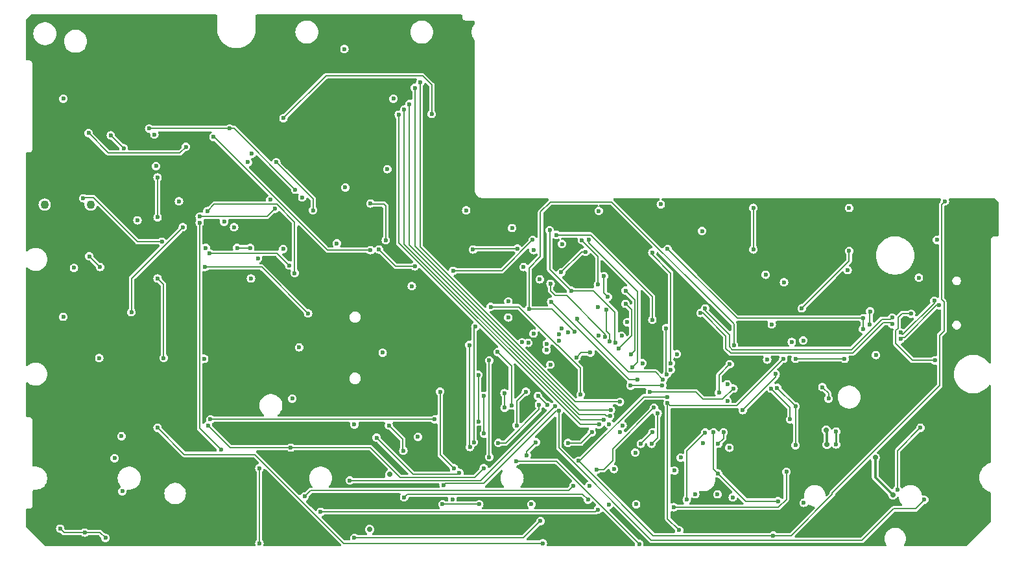
<source format=gbr>
%TF.GenerationSoftware,KiCad,Pcbnew,8.0.5-unknown-202409261835~48b9027842~ubuntu24.04.1*%
%TF.CreationDate,2024-10-03T20:43:20+08:00*%
%TF.ProjectId,EL6170_Pro_Max_Plus,454c3631-3730-45f5-9072-6f5f4d61785f,rev?*%
%TF.SameCoordinates,Original*%
%TF.FileFunction,Copper,L3,Inr*%
%TF.FilePolarity,Positive*%
%FSLAX46Y46*%
G04 Gerber Fmt 4.6, Leading zero omitted, Abs format (unit mm)*
G04 Created by KiCad (PCBNEW 8.0.5-unknown-202409261835~48b9027842~ubuntu24.04.1) date 2024-10-03 20:43:20*
%MOMM*%
%LPD*%
G01*
G04 APERTURE LIST*
%TA.AperFunction,ComponentPad*%
%ADD10C,1.100000*%
%TD*%
%TA.AperFunction,ComponentPad*%
%ADD11O,2.100000X1.000000*%
%TD*%
%TA.AperFunction,ComponentPad*%
%ADD12O,1.600000X1.000000*%
%TD*%
%TA.AperFunction,ViaPad*%
%ADD13C,0.600000*%
%TD*%
%TA.AperFunction,ViaPad*%
%ADD14C,0.700000*%
%TD*%
%TA.AperFunction,Conductor*%
%ADD15C,0.200000*%
%TD*%
%TA.AperFunction,Conductor*%
%ADD16C,0.360000*%
%TD*%
%TA.AperFunction,Conductor*%
%ADD17C,0.280000*%
%TD*%
G04 APERTURE END LIST*
D10*
%TO.N,*%
%TO.C,CN1*%
X94970000Y-87850000D03*
X100970000Y-87850000D03*
%TD*%
D11*
%TO.N,DEMP*%
%TO.C,J1*%
X213500000Y-105018000D03*
D12*
X217680000Y-105018000D03*
D11*
X213500000Y-96382000D03*
D12*
X217680000Y-96382000D03*
%TD*%
D13*
%TO.N,DEMP*%
X105100000Y-76800000D03*
X217300000Y-106900000D03*
X130400000Y-73900000D03*
X104800000Y-99200000D03*
X133700000Y-76900000D03*
X207500000Y-103300000D03*
X117200000Y-91400000D03*
X202300000Y-123700000D03*
X128300000Y-129570000D03*
X161800000Y-94500000D03*
X180100000Y-103800000D03*
X196900000Y-103400000D03*
X203200000Y-115900000D03*
X153300000Y-124500000D03*
X180800000Y-111100000D03*
X201400000Y-119100000D03*
X156575735Y-110075735D03*
X178900000Y-117500000D03*
X114500000Y-92000000D03*
X202500000Y-119100000D03*
X132300000Y-103000000D03*
X208800000Y-99200000D03*
X216300000Y-106200000D03*
X198900000Y-105000000D03*
X193500000Y-125200000D03*
X159100000Y-98800000D03*
X170900000Y-95400000D03*
X149200000Y-119200000D03*
X120800000Y-74600000D03*
X129800000Y-70900000D03*
X162900000Y-94700000D03*
X195600000Y-103400000D03*
X142400000Y-105400000D03*
X181700000Y-106000000D03*
X206460116Y-101599914D03*
X107400000Y-91800000D03*
X132300000Y-98900000D03*
X120700000Y-73000000D03*
X182400000Y-108800000D03*
X146700000Y-122100000D03*
X128600000Y-68100000D03*
X113500000Y-83200000D03*
X157600000Y-111200000D03*
X178600000Y-103800000D03*
X117000000Y-105000000D03*
X215200000Y-94500000D03*
X177500000Y-119100000D03*
X135500000Y-129300000D03*
X95500000Y-68100000D03*
X123900000Y-105000000D03*
X201100000Y-123700000D03*
X183700000Y-129300000D03*
X111400000Y-129100000D03*
X111400000Y-94600000D03*
X181800000Y-111100000D03*
X133400000Y-100100000D03*
X118300000Y-75400000D03*
X192800000Y-124600000D03*
X129900000Y-74900000D03*
X166800000Y-112400000D03*
X138839813Y-77060187D03*
X181000000Y-108800000D03*
X110600000Y-113700000D03*
X217500000Y-100100000D03*
X122600000Y-115100000D03*
X143100000Y-102700000D03*
X129900000Y-69400000D03*
X137000000Y-105200000D03*
X114400000Y-129500000D03*
X107600000Y-72200000D03*
X172200000Y-121200000D03*
X111500000Y-86600000D03*
X211394178Y-99549999D03*
X124500000Y-75300000D03*
X163000000Y-109600000D03*
X156400000Y-99600000D03*
X205600000Y-101500000D03*
X166300000Y-112900000D03*
X108100000Y-98900000D03*
X129200000Y-84800000D03*
X116900000Y-71200000D03*
X182900000Y-106200000D03*
X208900000Y-100200000D03*
X134300000Y-104800000D03*
X111200000Y-111000000D03*
X134300000Y-131100000D03*
X199800000Y-109700000D03*
X201000000Y-109700000D03*
X126400000Y-74800000D03*
X158400000Y-123100000D03*
X112500000Y-113200000D03*
X172549087Y-122204210D03*
X145100000Y-104400000D03*
X118300000Y-101700000D03*
X121800000Y-103100000D03*
%TO.N,+3V3*%
X175000000Y-115100000D03*
X160990778Y-108760673D03*
X171000000Y-103205000D03*
X162446306Y-104067907D03*
X174200000Y-119100000D03*
X158800000Y-104700000D03*
X100200000Y-130700000D03*
X97000000Y-130200000D03*
X102900000Y-131400000D03*
D14*
%TO.N,+5V*%
X137400000Y-130300000D03*
X140000000Y-123100000D03*
D13*
%TO.N,CHIP_PU*%
X134800000Y-123900000D03*
X161600000Y-114200000D03*
X157500000Y-96000000D03*
%TO.N,XTAL_P*%
X155000000Y-114400000D03*
X155000000Y-112500000D03*
%TO.N,XTAL_N*%
X160523748Y-106037959D03*
X159371157Y-112834029D03*
X160593198Y-114041981D03*
X157301848Y-105845629D03*
D14*
%TO.N,/BAT5V*%
X197100000Y-119200000D03*
X197000000Y-117300000D03*
D13*
%TO.N,BAT_SMP*%
X168650000Y-116550000D03*
X170100000Y-117599999D03*
%TO.N,Net-(D2-K)*%
X172400000Y-110700000D03*
X161103728Y-100560715D03*
%TO.N,GPIO9*%
X153000000Y-120856634D03*
X153000000Y-108200000D03*
%TO.N,GPIO8*%
X150400000Y-106200000D03*
X150500242Y-119524697D03*
%TO.N,GPIO7*%
X151000000Y-118900000D03*
X151200000Y-103800000D03*
%TO.N,GPIO6*%
X153200000Y-101200000D03*
X164932948Y-112669196D03*
%TO.N,GPIO5*%
X152325735Y-117774265D03*
X152325735Y-112834029D03*
%TO.N,GPIO4*%
X151600000Y-116200000D03*
X151600000Y-110100000D03*
%TO.N,Net-(D12-A)*%
X126143976Y-76543976D03*
X145500000Y-76000000D03*
%TO.N,KEY_ROW0*%
X100700000Y-78500000D03*
X113400000Y-80300000D03*
X125200000Y-82300000D03*
X130000000Y-88600000D03*
X121500000Y-82300000D03*
%TO.N,Net-(D13-A)*%
X134100000Y-67500000D03*
%TO.N,Net-(D14-A)*%
X134200000Y-85600000D03*
%TO.N,Net-(D15-A)*%
X122000000Y-81200000D03*
%TO.N,Net-(D16-A)*%
X109300000Y-78700000D03*
%TO.N,Net-(D17-A)*%
X97400000Y-74000000D03*
%TO.N,Net-(D18-A)*%
X211458751Y-92459933D03*
%TO.N,Net-(D19-A)*%
X200002074Y-88275560D03*
%TO.N,KEY_ROW1*%
X121800000Y-93500000D03*
X120100000Y-93500000D03*
%TO.N,Net-(D20-A)*%
X187500000Y-93700000D03*
X187502074Y-88275560D03*
%TO.N,Net-(D21-A)*%
X175400000Y-87800000D03*
%TO.N,Net-(D22-A)*%
X167300000Y-88675000D03*
%TO.N,Net-(D23-A)*%
X150000000Y-88600000D03*
%TO.N,Net-(D24-A)*%
X139500000Y-92500000D03*
X137500000Y-87700000D03*
%TO.N,Net-(D25-A)*%
X124400000Y-87200000D03*
%TO.N,Net-(D26-A)*%
X122800000Y-94900000D03*
X119700000Y-90800000D03*
X112500000Y-87400000D03*
%TO.N,Net-(D27-A)*%
X110275735Y-92675735D03*
X100000000Y-87000000D03*
%TO.N,Net-(D28-A)*%
X209100000Y-97400000D03*
%TO.N,KEY_ROW2*%
X127700000Y-85900000D03*
X119100000Y-77900000D03*
X108600000Y-77900000D03*
%TO.N,Net-(D29-A)*%
X199800000Y-96400000D03*
%TO.N,Net-(D30-A)*%
X191500000Y-98000000D03*
%TO.N,Net-(D31-A)*%
X180800000Y-91300000D03*
%TO.N,Net-(D32-A)*%
X165600000Y-94000000D03*
X162400000Y-96700000D03*
X159600000Y-97600000D03*
%TO.N,Net-(D33-A)*%
X158674264Y-92474264D03*
X148300000Y-96500000D03*
%TO.N,Net-(D34-A)*%
X133100000Y-92900000D03*
%TO.N,Net-(D35-A)*%
X109500000Y-82800000D03*
X118400000Y-90100000D03*
X121900000Y-97500000D03*
%TO.N,KEY_ROW3*%
X192500000Y-105800000D03*
X199400000Y-108000000D03*
X189300000Y-108100000D03*
X193000000Y-108000000D03*
X172800000Y-119100000D03*
X174300000Y-117600000D03*
%TO.N,Net-(D36-A)*%
X110500000Y-107900000D03*
X109700000Y-97500000D03*
%TO.N,Net-(D37-A)*%
X97400000Y-102500000D03*
%TO.N,Net-(D38-A)*%
X203500000Y-107500000D03*
%TO.N,Net-(D39-A)*%
X168600000Y-127100000D03*
X180900000Y-119000000D03*
X177200000Y-122600000D03*
X186100000Y-114700000D03*
X190400000Y-110000000D03*
%TO.N,Net-(D40-A)*%
X194000000Y-105600000D03*
%TO.N,Net-(D41-A)*%
X154200000Y-119000000D03*
X166200000Y-107200000D03*
X164400000Y-107800000D03*
X159500000Y-114000000D03*
%TO.N,Net-(D42-A)*%
X155900000Y-114100000D03*
X154097863Y-107102130D03*
%TO.N,Net-(D43-A)*%
X139100000Y-107200000D03*
%TO.N,KEY_ROW4*%
X182900000Y-119100000D03*
X116300000Y-116700000D03*
X152300000Y-122300000D03*
X127100000Y-119600000D03*
X183600000Y-117600000D03*
%TO.N,Net-(D44-A)*%
X128200000Y-106500000D03*
%TO.N,Net-(D45-A)*%
X115800000Y-108000000D03*
%TO.N,Net-(D46-A)*%
X102100000Y-107900000D03*
%TO.N,Net-(D47-A)*%
X116600000Y-115900000D03*
X166400000Y-117600000D03*
X163300000Y-119000000D03*
X170424265Y-116700000D03*
X145900000Y-115900000D03*
X189805353Y-111892410D03*
X174000000Y-112300000D03*
X184900000Y-111892410D03*
X192300000Y-115900000D03*
%TO.N,Net-(D48-A)*%
X184371661Y-119619552D03*
%TO.N,Net-(D49-A)*%
X172073475Y-120264284D03*
%TO.N,Net-(D50-A)*%
X138300000Y-118300000D03*
X149100000Y-122900000D03*
X157900000Y-120600000D03*
X159100000Y-118900000D03*
%TO.N,Net-(D51-A)*%
X143700000Y-118200000D03*
%TO.N,KEY_ROW5*%
X182900000Y-123000000D03*
X190700000Y-126600000D03*
X182300000Y-117600000D03*
%TO.N,Net-(D52-A)*%
X172184752Y-126999999D03*
%TO.N,Net-(D53-A)*%
X184800000Y-126100000D03*
%TO.N,Net-(D54-A)*%
X194069082Y-126818516D03*
%TO.N,Net-(D55-A)*%
X206300000Y-125100000D03*
X209300000Y-117000000D03*
%TO.N,Net-(D56-A)*%
X105000000Y-118100000D03*
%TO.N,Net-(D57-A)*%
X160000000Y-132100000D03*
X109700000Y-117000000D03*
%TO.N,Net-(D58-A)*%
X123000000Y-132100000D03*
X151700000Y-127000000D03*
X146900000Y-127000000D03*
X123000000Y-122300000D03*
%TO.N,Net-(D59-A)*%
X135397863Y-116602130D03*
X148200000Y-126350000D03*
X139900000Y-116700000D03*
X141800000Y-120000000D03*
%TO.N,KEY_ROW6*%
X183000000Y-112400000D03*
X193000000Y-114200000D03*
X193000000Y-119300000D03*
X184400000Y-108700000D03*
X190600000Y-111800000D03*
%TO.N,Net-(D60-A)*%
X158500000Y-127000000D03*
X167000000Y-122500000D03*
X174500000Y-114400000D03*
%TO.N,Net-(D61-A)*%
X181200000Y-117634314D03*
X178800000Y-126400000D03*
X165900000Y-126400000D03*
X141897863Y-126102130D03*
%TO.N,Net-(D62-A)*%
X169300000Y-122400000D03*
X164016189Y-124583811D03*
X166100000Y-124600000D03*
X128900000Y-126000000D03*
%TO.N,Net-(D63-A)*%
X159700000Y-129200000D03*
X182800000Y-125700000D03*
X179900000Y-125700000D03*
X135400000Y-131400000D03*
%TO.N,Net-(D64-A)*%
X191800000Y-122770000D03*
X105100000Y-125310000D03*
X131000000Y-128000000D03*
X167200000Y-127700000D03*
X177100000Y-127400000D03*
%TO.N,USB_D-*%
X206700000Y-105425000D03*
X211704744Y-101007201D03*
%TO.N,USB_D+*%
X211103702Y-100406159D03*
X206700000Y-104575000D03*
%TO.N,Net-(U1-XTAL_P)*%
X160495837Y-106858578D03*
X158100000Y-105900000D03*
%TO.N,DTR*%
X174300000Y-102900000D03*
X161800000Y-91800000D03*
%TO.N,GPIO0*%
X156000000Y-90900000D03*
X147050000Y-124500000D03*
X162099758Y-114824697D03*
X209800000Y-126400000D03*
%TO.N,Net-(Q3-D)*%
X198300000Y-117500000D03*
X198300000Y-119200000D03*
%TO.N,GPIO48*%
X173000000Y-108576036D03*
X167300000Y-105000000D03*
%TO.N,Net-(U9-OUTL)*%
X107090071Y-89900000D03*
X98800000Y-96100000D03*
%TO.N,Net-(U9-OUTR)*%
X109700000Y-89500000D03*
X109700000Y-84300000D03*
%TO.N,Net-(U9-LRCK)*%
X127600000Y-96800000D03*
X116200000Y-88700000D03*
%TO.N,GPIO40*%
X142900000Y-98500000D03*
X163323748Y-104519360D03*
%TO.N,GPIO41*%
X128600000Y-86900000D03*
X162123748Y-104800000D03*
%TO.N,Net-(U9-DIN)*%
X115200000Y-89399997D03*
X125000000Y-88400000D03*
%TO.N,Net-(U9-BCK)*%
X115200000Y-90200000D03*
X118000000Y-119900000D03*
%TO.N,GPIO42*%
X127300000Y-113200000D03*
X162123748Y-105617156D03*
%TO.N,Net-(U9-SCK)*%
X113000000Y-90800000D03*
X106300000Y-101900000D03*
%TO.N,GPIO39*%
X164119638Y-104438348D03*
X158200000Y-101500000D03*
X184959343Y-106191023D03*
%TO.N,GPIO14*%
X143300000Y-72600000D03*
X168891153Y-114688210D03*
%TO.N,GPIO12*%
X167967179Y-115999231D03*
X141900000Y-75400000D03*
%TO.N,GPIO13*%
X168770994Y-115479138D03*
X142600000Y-74700000D03*
%TO.N,GPIO17*%
X170082842Y-113617158D03*
X144000000Y-71900000D03*
%TO.N,GPIO11*%
X141200000Y-76100000D03*
X167348300Y-116600000D03*
%TO.N,KEY_COL0*%
X177500000Y-107376036D03*
%TO.N,KEY_COL1*%
X176700000Y-108576036D03*
X140500000Y-74000000D03*
X158800000Y-93800000D03*
X174300000Y-94100000D03*
X176300000Y-93640000D03*
X201800000Y-102700000D03*
X201800000Y-104100000D03*
%TO.N,KEY_COL2*%
X176714855Y-109409711D03*
X139700000Y-83200000D03*
X189100000Y-97000000D03*
X189900000Y-103500000D03*
X162500000Y-93000000D03*
%TO.N,KEY_COL3*%
X176189004Y-110012607D03*
X104100000Y-121000000D03*
X116000000Y-93500000D03*
X197300000Y-113200000D03*
X156700000Y-93600000D03*
X176100000Y-104000000D03*
X196500000Y-111700000D03*
X150900000Y-93700000D03*
%TO.N,KEY_COL4*%
X184100000Y-111300000D03*
X175700000Y-110700000D03*
X184100000Y-113500000D03*
X138600000Y-93700000D03*
X164498084Y-102800000D03*
X137500000Y-93800000D03*
X117000000Y-79000000D03*
X143300000Y-95900000D03*
%TO.N,KEY_COL5*%
X175600000Y-111500000D03*
X155500000Y-100500000D03*
X105300000Y-80500000D03*
X155500000Y-102600000D03*
X126100000Y-93640000D03*
X171451470Y-111500000D03*
X103600000Y-78800000D03*
X178000000Y-120900000D03*
%TO.N,KEY_COL6*%
X176225735Y-112974265D03*
X116500000Y-94200000D03*
X190100000Y-131100000D03*
X156600000Y-116700000D03*
X212500000Y-87400000D03*
X126900000Y-95800000D03*
X164667218Y-121337852D03*
X157800000Y-112300000D03*
%TO.N,KEY_COL7*%
X176300000Y-113800000D03*
X191400000Y-108000000D03*
X193800000Y-101400000D03*
X172600000Y-132200000D03*
X177800000Y-130400000D03*
X115900000Y-96000000D03*
X102200000Y-96000000D03*
X146600000Y-112300000D03*
X200000000Y-93900000D03*
X100800000Y-94600000D03*
X129358987Y-102058706D03*
X156500000Y-121400000D03*
X148400000Y-122300000D03*
%TO.N,D4-*%
X202713662Y-103503909D03*
X202732096Y-101788419D03*
%TO.N,SPIWP*%
X165100000Y-92500000D03*
X170300000Y-105000000D03*
X167200000Y-101200000D03*
X167200000Y-98300000D03*
%TO.N,SPICS1*%
X171700000Y-109100000D03*
X166000000Y-92400000D03*
%TO.N,SPIQ*%
X169473784Y-105922314D03*
X163700000Y-99100000D03*
X160900000Y-91200000D03*
%TO.N,SPID*%
X168300000Y-101605000D03*
X168705294Y-105700000D03*
%TO.N,SPICLK*%
X168000000Y-97200000D03*
X168500000Y-99900000D03*
X169907821Y-106677746D03*
X170800000Y-100800000D03*
%TO.N,SPIHD*%
X171507821Y-107376036D03*
X170800000Y-99100000D03*
%TO.N,SPICS0*%
X168100000Y-105100000D03*
X161015604Y-98200000D03*
%TO.N,D3+*%
X180599479Y-102000521D03*
X205612317Y-103467500D03*
%TO.N,D3-*%
X181200521Y-101399479D03*
X205612317Y-102617500D03*
%TO.N,XOUT*%
X211200000Y-108200000D03*
X208100000Y-102100000D03*
D14*
%TO.N,/VBAT*%
X203400000Y-120900000D03*
X205700000Y-125800000D03*
%TD*%
D15*
%TO.N,+3V3*%
X174200000Y-119100000D02*
X175000000Y-118300000D01*
X102900000Y-131400000D02*
X102200000Y-130700000D01*
X100200000Y-130700000D02*
X97500000Y-130700000D01*
X97500000Y-130700000D02*
X97000000Y-130200000D01*
X175000000Y-118300000D02*
X175000000Y-115100000D01*
X102200000Y-130700000D02*
X100200000Y-130700000D01*
%TO.N,CHIP_PU*%
X151900000Y-123900000D02*
X134800000Y-123900000D01*
X161600000Y-114200000D02*
X151900000Y-123900000D01*
%TO.N,XTAL_P*%
X155000000Y-112500000D02*
X155000000Y-114400000D01*
%TO.N,XTAL_N*%
X160593198Y-114041981D02*
X160579109Y-114041981D01*
X160579109Y-114041981D02*
X159371157Y-112834029D01*
X160593198Y-114041981D02*
X160593198Y-113993198D01*
D16*
%TO.N,/BAT5V*%
X197100000Y-117400000D02*
X197000000Y-117300000D01*
X197100000Y-119200000D02*
X197100000Y-117400000D01*
D15*
%TO.N,Net-(D2-K)*%
X172400000Y-110700000D02*
X171243013Y-110700000D01*
X171243013Y-110700000D02*
X161103728Y-100560715D01*
%TO.N,GPIO9*%
X153000000Y-120856634D02*
X153000000Y-108200000D01*
%TO.N,GPIO8*%
X150400000Y-119424455D02*
X150500242Y-119524697D01*
X150400000Y-106200000D02*
X150400000Y-119424455D01*
%TO.N,GPIO7*%
X151000000Y-119000000D02*
X151000000Y-104000000D01*
X151000000Y-118900000D02*
X151000000Y-119000000D01*
X151000000Y-104000000D02*
X151200000Y-103800000D01*
%TO.N,GPIO6*%
X161917156Y-106217156D02*
X161875219Y-106217156D01*
X164932948Y-112669196D02*
X164932948Y-109232948D01*
X164932948Y-109232948D02*
X161917156Y-106217156D01*
X156858063Y-101200000D02*
X153200000Y-101200000D01*
X161875219Y-106217156D02*
X156858063Y-101200000D01*
%TO.N,GPIO5*%
X152325735Y-112834029D02*
X152325735Y-117774265D01*
%TO.N,GPIO4*%
X151600000Y-116200000D02*
X151600000Y-110100000D01*
%TO.N,Net-(D12-A)*%
X131687952Y-71000000D02*
X144300000Y-71000000D01*
X145500000Y-72200000D02*
X145500000Y-76000000D01*
X126143976Y-76543976D02*
X131687952Y-71000000D01*
X144300000Y-71000000D02*
X145500000Y-72200000D01*
%TO.N,KEY_ROW0*%
X100700000Y-78500000D02*
X103300000Y-81100000D01*
X125200000Y-82300000D02*
X130000000Y-87100000D01*
X103300000Y-81100000D02*
X112600000Y-81100000D01*
X112600000Y-81100000D02*
X113400000Y-80300000D01*
X130000000Y-87100000D02*
X130000000Y-88600000D01*
%TO.N,KEY_ROW1*%
X121800000Y-93500000D02*
X120100000Y-93500000D01*
%TO.N,Net-(D20-A)*%
X187500000Y-88277634D02*
X187502074Y-88275560D01*
X187500000Y-93700000D02*
X187500000Y-88277634D01*
%TO.N,Net-(D24-A)*%
X137600000Y-87800000D02*
X137500000Y-87700000D01*
X139500000Y-92500000D02*
X139500000Y-88000000D01*
X139300000Y-87800000D02*
X137600000Y-87800000D01*
X139500000Y-88000000D02*
X139300000Y-87800000D01*
%TO.N,Net-(D27-A)*%
X107068527Y-92675735D02*
X101342792Y-86950000D01*
X101342792Y-86950000D02*
X100050000Y-86950000D01*
X110275735Y-92675735D02*
X107068527Y-92675735D01*
X100050000Y-86950000D02*
X100000000Y-87000000D01*
%TO.N,KEY_ROW2*%
X119100000Y-77900000D02*
X108600000Y-77900000D01*
X119700000Y-77900000D02*
X119100000Y-77900000D01*
X127700000Y-85900000D02*
X119700000Y-77900000D01*
%TO.N,Net-(D32-A)*%
X165100000Y-94000000D02*
X162400000Y-96700000D01*
X165600000Y-94000000D02*
X165100000Y-94000000D01*
%TO.N,Net-(D33-A)*%
X154648529Y-96500000D02*
X148300000Y-96500000D01*
X158674264Y-92474264D02*
X158674264Y-92474265D01*
X158674264Y-92474265D02*
X154648529Y-96500000D01*
%TO.N,KEY_ROW3*%
X193000000Y-108000000D02*
X199400000Y-108000000D01*
X174300000Y-117600000D02*
X172800000Y-119100000D01*
%TO.N,Net-(D36-A)*%
X110500000Y-98300000D02*
X109700000Y-97500000D01*
X110500000Y-107900000D02*
X110500000Y-98300000D01*
%TO.N,Net-(D39-A)*%
X190400000Y-110400000D02*
X190400000Y-110000000D01*
X186100000Y-114700000D02*
X190400000Y-110400000D01*
%TO.N,Net-(D41-A)*%
X164400000Y-107800000D02*
X165000000Y-107200000D01*
X159500000Y-114648529D02*
X159500000Y-114000000D01*
X155148529Y-119000000D02*
X159500000Y-114648529D01*
X165000000Y-107200000D02*
X166200000Y-107200000D01*
X154200000Y-119000000D02*
X155148529Y-119000000D01*
%TO.N,Net-(D42-A)*%
X155900000Y-114100000D02*
X155900000Y-108904267D01*
X155900000Y-108904267D02*
X154097863Y-107102130D01*
%TO.N,KEY_ROW4*%
X151100000Y-123500000D02*
X141389950Y-123500000D01*
X116300000Y-116700000D02*
X119200000Y-119600000D01*
X183600000Y-118400000D02*
X182900000Y-119100000D01*
X137489950Y-119600000D02*
X127100000Y-119600000D01*
X119200000Y-119600000D02*
X127100000Y-119600000D01*
X152300000Y-122300000D02*
X151100000Y-123500000D01*
X183600000Y-117600000D02*
X183600000Y-118400000D01*
X141389950Y-123500000D02*
X137489950Y-119600000D01*
%TO.N,Net-(D47-A)*%
X165000000Y-119000000D02*
X166400000Y-117600000D01*
X180951471Y-113300000D02*
X183451471Y-113300000D01*
X179951471Y-112300000D02*
X180951471Y-113300000D01*
X183451471Y-113300000D02*
X184859061Y-111892410D01*
X184859061Y-111892410D02*
X184900000Y-111892410D01*
X116600000Y-115900000D02*
X145900000Y-115900000D01*
X163300000Y-119000000D02*
X165000000Y-119000000D01*
X189805353Y-111892410D02*
X192300000Y-114387057D01*
X192300000Y-114387057D02*
X192300000Y-115900000D01*
X174000000Y-112300000D02*
X179951471Y-112300000D01*
%TO.N,Net-(D50-A)*%
X138300000Y-118300000D02*
X143100000Y-123100000D01*
X148600000Y-123100000D02*
X148900000Y-123100000D01*
X157900000Y-120600000D02*
X157900000Y-120100000D01*
X143100000Y-123100000D02*
X148600000Y-123100000D01*
X157900000Y-120100000D02*
X159100000Y-118900000D01*
X148900000Y-123100000D02*
X149100000Y-122900000D01*
%TO.N,KEY_ROW5*%
X182900000Y-123000000D02*
X186500000Y-126600000D01*
X186500000Y-126600000D02*
X190700000Y-126600000D01*
X182300000Y-117600000D02*
X182300000Y-122400000D01*
X182300000Y-122400000D02*
X182900000Y-123000000D01*
%TO.N,Net-(D55-A)*%
X206300000Y-120000000D02*
X209300000Y-117000000D01*
X206300000Y-125100000D02*
X206300000Y-120000000D01*
%TO.N,Net-(D57-A)*%
X160000000Y-132100000D02*
X134000000Y-132100000D01*
X113200000Y-120500000D02*
X109700000Y-117000000D01*
X134000000Y-132100000D02*
X122400000Y-120500000D01*
X122400000Y-120500000D02*
X113200000Y-120500000D01*
%TO.N,Net-(D58-A)*%
X123000000Y-132100000D02*
X123000000Y-122300000D01*
X151700000Y-127000000D02*
X146900000Y-127000000D01*
%TO.N,Net-(D59-A)*%
X141800000Y-120000000D02*
X141700000Y-119900000D01*
X141700000Y-118500000D02*
X139900000Y-116700000D01*
X141700000Y-119900000D02*
X141700000Y-118500000D01*
%TO.N,KEY_ROW6*%
X183000000Y-110100000D02*
X183000000Y-112400000D01*
X190600000Y-111800000D02*
X193000000Y-114200000D01*
X184400000Y-108700000D02*
X183000000Y-110100000D01*
X193000000Y-114200000D02*
X193000000Y-119300000D01*
%TO.N,Net-(D60-A)*%
X169110926Y-121322755D02*
X167933681Y-122500000D01*
X167933681Y-122500000D02*
X167000000Y-122500000D01*
X174500000Y-114400000D02*
X169110926Y-119789074D01*
X169110926Y-119789074D02*
X169110926Y-121322755D01*
%TO.N,Net-(D61-A)*%
X181200000Y-117634314D02*
X178800000Y-120034314D01*
X142299993Y-125700000D02*
X141897863Y-126102130D01*
X165200000Y-125700000D02*
X142299993Y-125700000D01*
X165900000Y-126400000D02*
X165200000Y-125700000D01*
X178800000Y-120034314D02*
X178800000Y-126400000D01*
%TO.N,Net-(D62-A)*%
X163391369Y-125208631D02*
X129691369Y-125208631D01*
X164016189Y-124583811D02*
X163391369Y-125208631D01*
X129691369Y-125208631D02*
X128900000Y-126000000D01*
%TO.N,Net-(D63-A)*%
X159700000Y-129200000D02*
X157500000Y-131400000D01*
X157500000Y-131400000D02*
X135400000Y-131400000D01*
%TO.N,Net-(D64-A)*%
X166900000Y-128000000D02*
X131000000Y-128000000D01*
X191800000Y-126348529D02*
X190748529Y-127400000D01*
X190748529Y-127400000D02*
X177100000Y-127400000D01*
X191800000Y-122770000D02*
X191800000Y-126348529D01*
X167200000Y-127700000D02*
X166900000Y-128000000D01*
%TO.N,USB_D-*%
X206899999Y-105225001D02*
X206700000Y-105425000D01*
X211704744Y-101007201D02*
X211421901Y-101007201D01*
X207204101Y-105225001D02*
X206899999Y-105225001D01*
X211421901Y-101007201D02*
X207204101Y-105225001D01*
%TO.N,USB_D+*%
X206899999Y-104774999D02*
X206700000Y-104575000D01*
X211103702Y-100689002D02*
X207017705Y-104774999D01*
X207017705Y-104774999D02*
X206899999Y-104774999D01*
X211103702Y-100406159D02*
X211103702Y-100689002D01*
%TO.N,DTR*%
X174300000Y-99851471D02*
X166248529Y-91800000D01*
X166248529Y-91800000D02*
X161800000Y-91800000D01*
X174300000Y-102900000D02*
X174300000Y-99851471D01*
%TO.N,GPIO0*%
X147200000Y-124300000D02*
X152300000Y-124300000D01*
X205791369Y-127608631D02*
X208691369Y-127608631D01*
X147050000Y-124450000D02*
X147200000Y-124300000D01*
X174180837Y-131700000D02*
X201700000Y-131700000D01*
X201700000Y-131700000D02*
X205791369Y-127608631D01*
X152300000Y-124300000D02*
X161775303Y-114824697D01*
X162099758Y-114824697D02*
X162099758Y-119618921D01*
X209800000Y-126500000D02*
X209800000Y-126400000D01*
X208691369Y-127608631D02*
X209800000Y-126500000D01*
X147050000Y-124500000D02*
X147050000Y-124450000D01*
X161775303Y-114824697D02*
X162099758Y-114824697D01*
X162099758Y-119618921D02*
X174180837Y-131700000D01*
D17*
%TO.N,Net-(Q3-D)*%
X198300000Y-117500000D02*
X198300000Y-119200000D01*
D15*
%TO.N,Net-(U9-OUTR)*%
X109700000Y-89500000D02*
X109700000Y-84300000D01*
%TO.N,Net-(U9-LRCK)*%
X116200000Y-88700000D02*
X117100000Y-87800000D01*
X125248529Y-87800000D02*
X127600000Y-90151471D01*
X127600000Y-90151471D02*
X127600000Y-96800000D01*
X117100000Y-87800000D02*
X125248529Y-87800000D01*
%TO.N,Net-(U9-DIN)*%
X124000003Y-89399997D02*
X115200000Y-89399997D01*
X125000000Y-88400000D02*
X124000003Y-89399997D01*
%TO.N,Net-(U9-BCK)*%
X115200000Y-90200000D02*
X115200000Y-117100000D01*
X115200000Y-117100000D02*
X118000000Y-119900000D01*
%TO.N,Net-(U9-SCK)*%
X113000000Y-90800000D02*
X106300000Y-97500000D01*
X106300000Y-97500000D02*
X106300000Y-101900000D01*
%TO.N,GPIO39*%
X161181290Y-101500000D02*
X158200000Y-101500000D01*
X161000000Y-87500000D02*
X159700000Y-88800000D01*
X159700000Y-94648529D02*
X158200000Y-96148529D01*
X159700000Y-88800000D02*
X159700000Y-94648529D01*
X169000000Y-87500000D02*
X161000000Y-87500000D01*
X158200000Y-96148529D02*
X158200000Y-101500000D01*
X164119638Y-104438348D02*
X161181290Y-101500000D01*
X184959343Y-103459343D02*
X169000000Y-87500000D01*
X184959343Y-106191023D02*
X184959343Y-103459343D01*
%TO.N,GPIO14*%
X168891153Y-114688210D02*
X164730214Y-114688210D01*
X164730214Y-114688210D02*
X143300000Y-93257996D01*
X143300000Y-93257996D02*
X143300000Y-72600000D01*
%TO.N,GPIO12*%
X141900000Y-92989368D02*
X141900000Y-75400000D01*
X167967179Y-115999231D02*
X167966410Y-116000000D01*
X164910632Y-116000000D02*
X141900000Y-92989368D01*
X167966410Y-116000000D02*
X164910632Y-116000000D01*
%TO.N,GPIO13*%
X142600000Y-93123682D02*
X142600000Y-74700000D01*
X164764528Y-115288210D02*
X142600000Y-93123682D01*
X168770994Y-115479138D02*
X168750132Y-115500000D01*
X168300000Y-115500000D02*
X168088210Y-115288210D01*
X168750132Y-115500000D02*
X168300000Y-115500000D01*
X168088210Y-115288210D02*
X164764528Y-115288210D01*
%TO.N,GPIO17*%
X164224848Y-113617158D02*
X144000000Y-93392310D01*
X170082842Y-113617158D02*
X164224848Y-113617158D01*
X144000000Y-93392310D02*
X144000000Y-71900000D01*
%TO.N,GPIO11*%
X167347531Y-116599231D02*
X167348300Y-116600000D01*
X141200000Y-92855054D02*
X141200000Y-76100000D01*
X164944177Y-116599231D02*
X141200000Y-92855054D01*
X164944177Y-116599231D02*
X167347531Y-116599231D01*
%TO.N,KEY_COL1*%
X174300000Y-94100000D02*
X174300000Y-94400000D01*
X185360000Y-102700000D02*
X176300000Y-93640000D01*
X176700000Y-96800000D02*
X176700000Y-108576036D01*
X201800000Y-104100000D02*
X201800000Y-102700000D01*
X201800000Y-102700000D02*
X185360000Y-102700000D01*
X174300000Y-94400000D02*
X176700000Y-96800000D01*
%TO.N,KEY_COL3*%
X197300000Y-112500000D02*
X196500000Y-111700000D01*
X176189004Y-110012607D02*
X176100000Y-109923603D01*
X151000000Y-93600000D02*
X150900000Y-93700000D01*
X156700000Y-93600000D02*
X151000000Y-93600000D01*
X197300000Y-113200000D02*
X197300000Y-112500000D01*
X176100000Y-109923603D02*
X176100000Y-104000000D01*
%TO.N,KEY_COL4*%
X117000000Y-79000000D02*
X117100000Y-79000000D01*
X164498084Y-103046613D02*
X164498084Y-102800000D01*
X143300000Y-95900000D02*
X140800000Y-95900000D01*
X131900000Y-93800000D02*
X137500000Y-93800000D01*
X174700000Y-109700000D02*
X171151471Y-109700000D01*
X140800000Y-95900000D02*
X138600000Y-93700000D01*
X175700000Y-110700000D02*
X174700000Y-109700000D01*
X171151471Y-109700000D02*
X164498084Y-103046613D01*
X117100000Y-79000000D02*
X131900000Y-93800000D01*
%TO.N,KEY_COL5*%
X105300000Y-80500000D02*
X103600000Y-78800000D01*
X171451470Y-111500000D02*
X175600000Y-111500000D01*
%TO.N,KEY_COL6*%
X211800000Y-104945379D02*
X211800000Y-111500000D01*
X174429366Y-131100000D02*
X190100000Y-131100000D01*
X212500000Y-87400000D02*
X212058750Y-87841250D01*
X197800000Y-125733681D02*
X192433681Y-131100000D01*
X164667218Y-121337852D02*
X174429366Y-131100000D01*
X212058750Y-100258750D02*
X212372689Y-100572689D01*
X173192054Y-112974265D02*
X164828467Y-121337852D01*
X126900000Y-95800000D02*
X125300000Y-94200000D01*
X176225735Y-112974265D02*
X173192054Y-112974265D01*
X156600000Y-113500000D02*
X157800000Y-112300000D01*
X212372689Y-100572689D02*
X212372689Y-104372690D01*
X192433681Y-131100000D02*
X190100000Y-131100000D01*
X197800000Y-125500000D02*
X197800000Y-125733681D01*
X156600000Y-116700000D02*
X156600000Y-113500000D01*
X211800000Y-111500000D02*
X197800000Y-125500000D01*
X212058750Y-87841250D02*
X212058750Y-100258750D01*
X125300000Y-94200000D02*
X116500000Y-94200000D01*
X164828467Y-121337852D02*
X164667218Y-121337852D01*
X212372689Y-104372690D02*
X211800000Y-104945379D01*
%TO.N,KEY_COL7*%
X191400000Y-108000000D02*
X185300000Y-114100000D01*
X176600000Y-114100000D02*
X176300000Y-113800000D01*
X200000000Y-95200000D02*
X200000000Y-93900000D01*
X146600000Y-120500000D02*
X148400000Y-122300000D01*
X161800000Y-121400000D02*
X156500000Y-121400000D01*
X102200000Y-96000000D02*
X100800000Y-94600000D01*
X123300281Y-96000000D02*
X115900000Y-96000000D01*
X193800000Y-101400000D02*
X200000000Y-95200000D01*
X172600000Y-132200000D02*
X161800000Y-121400000D01*
X185300000Y-114100000D02*
X176600000Y-114100000D01*
X176300000Y-128900000D02*
X177800000Y-130400000D01*
X176300000Y-113800000D02*
X176300000Y-128900000D01*
X129358987Y-102058706D02*
X123300281Y-96000000D01*
X146600000Y-112300000D02*
X146600000Y-120500000D01*
%TO.N,D4-*%
X202713662Y-101806853D02*
X202732096Y-101788419D01*
X202713662Y-103503909D02*
X202713662Y-101806853D01*
%TO.N,SPIWP*%
X167200000Y-94600000D02*
X165100000Y-92500000D01*
X167200000Y-98300000D02*
X167200000Y-94600000D01*
%TO.N,SPICS1*%
X172400000Y-108400000D02*
X172400000Y-99234315D01*
X166000000Y-92834315D02*
X166000000Y-92400000D01*
X171700000Y-109100000D02*
X172400000Y-108400000D01*
X166665685Y-93500000D02*
X166000000Y-92834315D01*
X172400000Y-99234315D02*
X166665685Y-93500000D01*
%TO.N,SPIQ*%
X169431919Y-105880449D02*
X169431919Y-101888390D01*
X169431919Y-101888390D02*
X166643529Y-99100000D01*
X166643529Y-99100000D02*
X163700000Y-99100000D01*
X169473784Y-105922314D02*
X169431919Y-105880449D01*
X160900000Y-91200000D02*
X160900000Y-96300000D01*
X160900000Y-96300000D02*
X163700000Y-99100000D01*
%TO.N,SPID*%
X168705294Y-104805294D02*
X168300000Y-104400000D01*
X168300000Y-104400000D02*
X168300000Y-101605000D01*
X168705294Y-105700000D02*
X168705294Y-104805294D01*
%TO.N,SPICLK*%
X171600000Y-101600000D02*
X170800000Y-100800000D01*
X169907821Y-106677746D02*
X171600000Y-104985567D01*
X168000000Y-99400000D02*
X168500000Y-99900000D01*
X168000000Y-97200000D02*
X168000000Y-99400000D01*
X171600000Y-104985567D02*
X171600000Y-101600000D01*
%TO.N,SPIHD*%
X171507821Y-107376036D02*
X172000000Y-106883857D01*
X172000000Y-106883857D02*
X172000000Y-100300000D01*
X172000000Y-100300000D02*
X170800000Y-99100000D01*
%TO.N,SPICS0*%
X161015604Y-99115604D02*
X161600000Y-99700000D01*
X167900000Y-104565686D02*
X168100000Y-104765686D01*
X168100000Y-104765686D02*
X168100000Y-105100000D01*
X167900000Y-104500000D02*
X167900000Y-104565686D01*
X161600000Y-99700000D02*
X163100000Y-99700000D01*
X163100000Y-99700000D02*
X167900000Y-104500000D01*
X161015604Y-98200000D02*
X161015604Y-99115604D01*
%TO.N,D3+*%
X184524426Y-107241003D02*
X183909363Y-106625940D01*
X205612317Y-103467500D02*
X205412318Y-103267501D01*
X180882322Y-102000521D02*
X180599479Y-102000521D01*
X183909363Y-106625940D02*
X183909363Y-105027562D01*
X205412318Y-103267501D02*
X204434970Y-103267501D01*
X200461468Y-107241003D02*
X184524426Y-107241003D01*
X204434970Y-103267501D02*
X200461468Y-107241003D01*
X183909363Y-105027562D02*
X180882322Y-102000521D01*
%TO.N,D3-*%
X205612317Y-102617500D02*
X205412318Y-102817499D01*
X205412318Y-102817499D02*
X204248604Y-102817499D01*
X184710814Y-106791023D02*
X184359343Y-106439552D01*
X204248604Y-102817499D02*
X200275080Y-106791023D01*
X200275080Y-106791023D02*
X184710814Y-106791023D01*
X181200521Y-101682322D02*
X181200521Y-101399479D01*
X184359343Y-104841144D02*
X181200521Y-101682322D01*
X184359343Y-106439552D02*
X184359343Y-104841144D01*
%TO.N,XOUT*%
X206100000Y-106000000D02*
X206100000Y-104326471D01*
X211200000Y-108200000D02*
X208300000Y-108200000D01*
X206400000Y-104026471D02*
X206400000Y-102600000D01*
X206100000Y-104326471D02*
X206400000Y-104026471D01*
X208300000Y-108200000D02*
X206100000Y-106000000D01*
X206400000Y-102600000D02*
X206900000Y-102100000D01*
X206900000Y-102100000D02*
X208100000Y-102100000D01*
D16*
%TO.N,/VBAT*%
X203400000Y-123500000D02*
X205700000Y-125800000D01*
X203400000Y-120900000D02*
X203400000Y-123500000D01*
%TD*%
%TA.AperFunction,Conductor*%
%TO.N,DEMP*%
G36*
X117425000Y-63020462D02*
G01*
X117479538Y-63075000D01*
X117499500Y-63149500D01*
X117499500Y-64834108D01*
X117499500Y-64900000D01*
X117499500Y-65051252D01*
X117515597Y-65183824D01*
X117535963Y-65351553D01*
X117535965Y-65351560D01*
X117608355Y-65645261D01*
X117608358Y-65645270D01*
X117715620Y-65928098D01*
X117715625Y-65928108D01*
X117715627Y-65928113D01*
X117856208Y-66195967D01*
X118028050Y-66444924D01*
X118228648Y-66671352D01*
X118455076Y-66871950D01*
X118704033Y-67043792D01*
X118971887Y-67184373D01*
X118971895Y-67184376D01*
X118971901Y-67184379D01*
X119217785Y-67277630D01*
X119254734Y-67291643D01*
X119548449Y-67364037D01*
X119848748Y-67400500D01*
X119848753Y-67400500D01*
X120151246Y-67400500D01*
X120151252Y-67400500D01*
X120451551Y-67364037D01*
X120745266Y-67291643D01*
X120943119Y-67216607D01*
X121028098Y-67184379D01*
X121028100Y-67184377D01*
X121028113Y-67184373D01*
X121295967Y-67043792D01*
X121544924Y-66871950D01*
X121771352Y-66671352D01*
X121971950Y-66444924D01*
X122143792Y-66195967D01*
X122284373Y-65928113D01*
X122307512Y-65867102D01*
X122339258Y-65783393D01*
X122391643Y-65645266D01*
X122464037Y-65351551D01*
X122470297Y-65299998D01*
X127694357Y-65299998D01*
X127694357Y-65300001D01*
X127714891Y-65547816D01*
X127714891Y-65547819D01*
X127714892Y-65547821D01*
X127721829Y-65575215D01*
X127775937Y-65788882D01*
X127875827Y-66016607D01*
X128011837Y-66224787D01*
X128155678Y-66381039D01*
X128180256Y-66407738D01*
X128376491Y-66560474D01*
X128376492Y-66560474D01*
X128376494Y-66560476D01*
X128595184Y-66678825D01*
X128595190Y-66678828D01*
X128830386Y-66759571D01*
X128830390Y-66759572D01*
X128893184Y-66770050D01*
X129075665Y-66800500D01*
X129075667Y-66800500D01*
X129324333Y-66800500D01*
X129324335Y-66800500D01*
X129564203Y-66760474D01*
X129569609Y-66759572D01*
X129569610Y-66759571D01*
X129569614Y-66759571D01*
X129804810Y-66678828D01*
X130023509Y-66560474D01*
X130219744Y-66407738D01*
X130388164Y-66224785D01*
X130524173Y-66016607D01*
X130624063Y-65788881D01*
X130685108Y-65547821D01*
X130705643Y-65300000D01*
X130705643Y-65299998D01*
X142694357Y-65299998D01*
X142694357Y-65300001D01*
X142714891Y-65547816D01*
X142714891Y-65547819D01*
X142714892Y-65547821D01*
X142721829Y-65575215D01*
X142775937Y-65788882D01*
X142875827Y-66016607D01*
X143011837Y-66224787D01*
X143155678Y-66381039D01*
X143180256Y-66407738D01*
X143376491Y-66560474D01*
X143376492Y-66560474D01*
X143376494Y-66560476D01*
X143595184Y-66678825D01*
X143595190Y-66678828D01*
X143830386Y-66759571D01*
X143830390Y-66759572D01*
X143893184Y-66770050D01*
X144075665Y-66800500D01*
X144075667Y-66800500D01*
X144324333Y-66800500D01*
X144324335Y-66800500D01*
X144564203Y-66760474D01*
X144569609Y-66759572D01*
X144569610Y-66759571D01*
X144569614Y-66759571D01*
X144804810Y-66678828D01*
X145023509Y-66560474D01*
X145219744Y-66407738D01*
X145388164Y-66224785D01*
X145524173Y-66016607D01*
X145624063Y-65788881D01*
X145685108Y-65547821D01*
X145705643Y-65300000D01*
X145701680Y-65252179D01*
X145685108Y-65052183D01*
X145685108Y-65052179D01*
X145624063Y-64811119D01*
X145524173Y-64583393D01*
X145388164Y-64375215D01*
X145388163Y-64375214D01*
X145388162Y-64375212D01*
X145219743Y-64192261D01*
X145024668Y-64040428D01*
X145023509Y-64039526D01*
X145023508Y-64039525D01*
X145023505Y-64039523D01*
X144804815Y-63921174D01*
X144804811Y-63921172D01*
X144569613Y-63840428D01*
X144569609Y-63840427D01*
X144324335Y-63799500D01*
X144075665Y-63799500D01*
X144075664Y-63799500D01*
X143830390Y-63840427D01*
X143830386Y-63840428D01*
X143595188Y-63921172D01*
X143595184Y-63921174D01*
X143376494Y-64039523D01*
X143376489Y-64039527D01*
X143180256Y-64192261D01*
X143011837Y-64375212D01*
X142875827Y-64583392D01*
X142775937Y-64811117D01*
X142714891Y-65052183D01*
X142694357Y-65299998D01*
X130705643Y-65299998D01*
X130701680Y-65252179D01*
X130685108Y-65052183D01*
X130685108Y-65052179D01*
X130624063Y-64811119D01*
X130524173Y-64583393D01*
X130388164Y-64375215D01*
X130388163Y-64375214D01*
X130388162Y-64375212D01*
X130219743Y-64192261D01*
X130024668Y-64040428D01*
X130023509Y-64039526D01*
X130023508Y-64039525D01*
X130023505Y-64039523D01*
X129804815Y-63921174D01*
X129804811Y-63921172D01*
X129569613Y-63840428D01*
X129569609Y-63840427D01*
X129324335Y-63799500D01*
X129075665Y-63799500D01*
X129075664Y-63799500D01*
X128830390Y-63840427D01*
X128830386Y-63840428D01*
X128595188Y-63921172D01*
X128595184Y-63921174D01*
X128376494Y-64039523D01*
X128376489Y-64039527D01*
X128180256Y-64192261D01*
X128011837Y-64375212D01*
X127875827Y-64583392D01*
X127775937Y-64811117D01*
X127714891Y-65052183D01*
X127694357Y-65299998D01*
X122470297Y-65299998D01*
X122500500Y-65051252D01*
X122500500Y-64900000D01*
X122500500Y-64834108D01*
X122500500Y-63149500D01*
X122520462Y-63075000D01*
X122575000Y-63020462D01*
X122649500Y-63000500D01*
X149350500Y-63000500D01*
X149425000Y-63020462D01*
X149479538Y-63075000D01*
X149499500Y-63149500D01*
X149499500Y-63234108D01*
X149499500Y-63365892D01*
X149533608Y-63493186D01*
X149533609Y-63493187D01*
X149599497Y-63607310D01*
X149599498Y-63607311D01*
X149599500Y-63607314D01*
X149692686Y-63700500D01*
X149806814Y-63766392D01*
X149934108Y-63800500D01*
X150950500Y-63800500D01*
X151025000Y-63820462D01*
X151079538Y-63875000D01*
X151099500Y-63949500D01*
X151099500Y-64218803D01*
X151079538Y-64293303D01*
X151057185Y-64322819D01*
X151044597Y-64335729D01*
X150909935Y-64525077D01*
X150806025Y-64732897D01*
X150806023Y-64732903D01*
X150735344Y-64954232D01*
X150735342Y-64954239D01*
X150699575Y-65183818D01*
X150699575Y-65416181D01*
X150735342Y-65645760D01*
X150735344Y-65645767D01*
X150806023Y-65867096D01*
X150806025Y-65867102D01*
X150909935Y-66074922D01*
X151044594Y-66264266D01*
X151044599Y-66264272D01*
X151057182Y-66277177D01*
X151094899Y-66344453D01*
X151099500Y-66381196D01*
X151099500Y-85996286D01*
X151132935Y-86185909D01*
X151132938Y-86185919D01*
X151198797Y-86366866D01*
X151198799Y-86366871D01*
X151238902Y-86436330D01*
X151295079Y-86533632D01*
X151418856Y-86681144D01*
X151566368Y-86804921D01*
X151635354Y-86844750D01*
X151733128Y-86901200D01*
X151733129Y-86901200D01*
X151733132Y-86901202D01*
X151914082Y-86967062D01*
X151914085Y-86967062D01*
X151914090Y-86967064D01*
X152103713Y-87000499D01*
X152103719Y-87000500D01*
X152134108Y-87000500D01*
X160644100Y-87000500D01*
X160718600Y-87020462D01*
X160773138Y-87075000D01*
X160793100Y-87149500D01*
X160773138Y-87224000D01*
X160749459Y-87254859D01*
X159419530Y-88584787D01*
X159394505Y-88628133D01*
X159394504Y-88628134D01*
X159373387Y-88664707D01*
X159349500Y-88753855D01*
X159349500Y-92011014D01*
X159329538Y-92085514D01*
X159275000Y-92140052D01*
X159200500Y-92160014D01*
X159126000Y-92140052D01*
X159082292Y-92101722D01*
X159066885Y-92081643D01*
X159011225Y-92038933D01*
X158951889Y-91993402D01*
X158817970Y-91937932D01*
X158674267Y-91919014D01*
X158674261Y-91919014D01*
X158530557Y-91937932D01*
X158396638Y-91993402D01*
X158281645Y-92081641D01*
X158281641Y-92081645D01*
X158193402Y-92196638D01*
X158137932Y-92330557D01*
X158117739Y-92483946D01*
X158115908Y-92483704D01*
X158099052Y-92546614D01*
X158075373Y-92577473D01*
X157365956Y-93286889D01*
X157299161Y-93325453D01*
X157222033Y-93325453D01*
X157155238Y-93286889D01*
X157142388Y-93272236D01*
X157121046Y-93244423D01*
X157092621Y-93207379D01*
X157053845Y-93177625D01*
X156977625Y-93119138D01*
X156843706Y-93063668D01*
X156700003Y-93044750D01*
X156699997Y-93044750D01*
X156556293Y-93063668D01*
X156422374Y-93119138D01*
X156299632Y-93213324D01*
X156298507Y-93211858D01*
X156242105Y-93244423D01*
X156203541Y-93249500D01*
X151267771Y-93249500D01*
X151193271Y-93229538D01*
X151178234Y-93219490D01*
X151177627Y-93219139D01*
X151043706Y-93163668D01*
X150900003Y-93144750D01*
X150899997Y-93144750D01*
X150756293Y-93163668D01*
X150622374Y-93219138D01*
X150507381Y-93307377D01*
X150507377Y-93307381D01*
X150419138Y-93422374D01*
X150363668Y-93556293D01*
X150344750Y-93699997D01*
X150344750Y-93700002D01*
X150363668Y-93843706D01*
X150419138Y-93977625D01*
X150475264Y-94050768D01*
X150507379Y-94092621D01*
X150541938Y-94119139D01*
X150622374Y-94180861D01*
X150756293Y-94236331D01*
X150899997Y-94255250D01*
X150900000Y-94255250D01*
X150900003Y-94255250D01*
X151043706Y-94236331D01*
X151043708Y-94236330D01*
X151043709Y-94236330D01*
X151177625Y-94180861D01*
X151292621Y-94092621D01*
X151356944Y-94008793D01*
X151418134Y-93961842D01*
X151475153Y-93950500D01*
X156203541Y-93950500D01*
X156278041Y-93970462D01*
X156299461Y-93986898D01*
X156299632Y-93986676D01*
X156307378Y-93992619D01*
X156307379Y-93992621D01*
X156321717Y-94003623D01*
X156372236Y-94042388D01*
X156419189Y-94103578D01*
X156429255Y-94180047D01*
X156399739Y-94251303D01*
X156386889Y-94265956D01*
X154546988Y-96105859D01*
X154480193Y-96144423D01*
X154441629Y-96149500D01*
X148796459Y-96149500D01*
X148721959Y-96129538D01*
X148700538Y-96113101D01*
X148700368Y-96113324D01*
X148692621Y-96107379D01*
X148653845Y-96077625D01*
X148577625Y-96019138D01*
X148443706Y-95963668D01*
X148300003Y-95944750D01*
X148299997Y-95944750D01*
X148156293Y-95963668D01*
X148022374Y-96019138D01*
X147907381Y-96107377D01*
X147907377Y-96107381D01*
X147819139Y-96222373D01*
X147759964Y-96365236D01*
X147713011Y-96426426D01*
X147641754Y-96455941D01*
X147565286Y-96445874D01*
X147516947Y-96413575D01*
X144394141Y-93290769D01*
X144355577Y-93223974D01*
X144350500Y-93185410D01*
X144350500Y-90899997D01*
X155444750Y-90899997D01*
X155444750Y-90900002D01*
X155463668Y-91043706D01*
X155519138Y-91177625D01*
X155540647Y-91205655D01*
X155607379Y-91292621D01*
X155641938Y-91319139D01*
X155722374Y-91380861D01*
X155856293Y-91436331D01*
X155999997Y-91455250D01*
X156000000Y-91455250D01*
X156000003Y-91455250D01*
X156143706Y-91436331D01*
X156143708Y-91436330D01*
X156143709Y-91436330D01*
X156277625Y-91380861D01*
X156392621Y-91292621D01*
X156480861Y-91177625D01*
X156536330Y-91043709D01*
X156536330Y-91043708D01*
X156536331Y-91043706D01*
X156555250Y-90900002D01*
X156555250Y-90899997D01*
X156536331Y-90756293D01*
X156480861Y-90622374D01*
X156404127Y-90522374D01*
X156392621Y-90507379D01*
X156324686Y-90455250D01*
X156277625Y-90419138D01*
X156143706Y-90363668D01*
X156000003Y-90344750D01*
X155999997Y-90344750D01*
X155856293Y-90363668D01*
X155722374Y-90419138D01*
X155607381Y-90507377D01*
X155607377Y-90507381D01*
X155519138Y-90622374D01*
X155463668Y-90756293D01*
X155444750Y-90899997D01*
X144350500Y-90899997D01*
X144350500Y-88599997D01*
X149444750Y-88599997D01*
X149444750Y-88600002D01*
X149463668Y-88743706D01*
X149519138Y-88877625D01*
X149573385Y-88948319D01*
X149607379Y-88992621D01*
X149626608Y-89007376D01*
X149722374Y-89080861D01*
X149856293Y-89136331D01*
X149999997Y-89155250D01*
X150000000Y-89155250D01*
X150000003Y-89155250D01*
X150143706Y-89136331D01*
X150143708Y-89136330D01*
X150143709Y-89136330D01*
X150277625Y-89080861D01*
X150392621Y-88992621D01*
X150480861Y-88877625D01*
X150536330Y-88743709D01*
X150536330Y-88743708D01*
X150536331Y-88743706D01*
X150555250Y-88600002D01*
X150555250Y-88599997D01*
X150536331Y-88456293D01*
X150480861Y-88322374D01*
X150414836Y-88236330D01*
X150392621Y-88207379D01*
X150354386Y-88178040D01*
X150277625Y-88119138D01*
X150143706Y-88063668D01*
X150000003Y-88044750D01*
X149999997Y-88044750D01*
X149856293Y-88063668D01*
X149722374Y-88119138D01*
X149607381Y-88207377D01*
X149607377Y-88207381D01*
X149519138Y-88322374D01*
X149463668Y-88456293D01*
X149444750Y-88599997D01*
X144350500Y-88599997D01*
X144350500Y-72396460D01*
X144370462Y-72321960D01*
X144386898Y-72300539D01*
X144386676Y-72300369D01*
X144458028Y-72207381D01*
X144480861Y-72177625D01*
X144536330Y-72043709D01*
X144536330Y-72043708D01*
X144540067Y-72034687D01*
X144542117Y-72035536D01*
X144573963Y-71980373D01*
X144640755Y-71941805D01*
X144717883Y-71941801D01*
X144784680Y-71980362D01*
X144784686Y-71980367D01*
X145105859Y-72301540D01*
X145144423Y-72368335D01*
X145149500Y-72406899D01*
X145149500Y-75503540D01*
X145129538Y-75578040D01*
X145113102Y-75599461D01*
X145113324Y-75599632D01*
X145019138Y-75722374D01*
X144963668Y-75856293D01*
X144944750Y-75999997D01*
X144944750Y-76000002D01*
X144963668Y-76143706D01*
X145019138Y-76277625D01*
X145086910Y-76365945D01*
X145107379Y-76392621D01*
X145154602Y-76428857D01*
X145222374Y-76480861D01*
X145356293Y-76536331D01*
X145499997Y-76555250D01*
X145500000Y-76555250D01*
X145500003Y-76555250D01*
X145643706Y-76536331D01*
X145643708Y-76536330D01*
X145643709Y-76536330D01*
X145777625Y-76480861D01*
X145892621Y-76392621D01*
X145980861Y-76277625D01*
X146036330Y-76143709D01*
X146036330Y-76143708D01*
X146036331Y-76143706D01*
X146055250Y-76000002D01*
X146055250Y-75999997D01*
X146036331Y-75856293D01*
X145980861Y-75722374D01*
X145886676Y-75599632D01*
X145888139Y-75598509D01*
X145855573Y-75542091D01*
X145850500Y-75503540D01*
X145850500Y-72153856D01*
X145826614Y-72064712D01*
X145826012Y-72063670D01*
X145780468Y-71984787D01*
X145715212Y-71919531D01*
X144515212Y-70719530D01*
X144435289Y-70673386D01*
X144346144Y-70649500D01*
X131641808Y-70649500D01*
X131552662Y-70673386D01*
X131472739Y-70719530D01*
X126247184Y-75945085D01*
X126180389Y-75983649D01*
X126153621Y-75987172D01*
X126153658Y-75987451D01*
X126000269Y-76007644D01*
X125866350Y-76063114D01*
X125751357Y-76151353D01*
X125751353Y-76151357D01*
X125663114Y-76266350D01*
X125607644Y-76400269D01*
X125588726Y-76543973D01*
X125588726Y-76543978D01*
X125607644Y-76687682D01*
X125663114Y-76821601D01*
X125730886Y-76909921D01*
X125751355Y-76936597D01*
X125798578Y-76972833D01*
X125866350Y-77024837D01*
X126000269Y-77080307D01*
X126143973Y-77099226D01*
X126143976Y-77099226D01*
X126143979Y-77099226D01*
X126287682Y-77080307D01*
X126287684Y-77080306D01*
X126287685Y-77080306D01*
X126421601Y-77024837D01*
X126536597Y-76936597D01*
X126624837Y-76821601D01*
X126680306Y-76687685D01*
X126680306Y-76687684D01*
X126680307Y-76687682D01*
X126700501Y-76534294D01*
X126702331Y-76534534D01*
X126719188Y-76471625D01*
X126742867Y-76440766D01*
X129183636Y-73999997D01*
X139944750Y-73999997D01*
X139944750Y-74000002D01*
X139963668Y-74143706D01*
X140019138Y-74277625D01*
X140086910Y-74365945D01*
X140107379Y-74392621D01*
X140146154Y-74422374D01*
X140222374Y-74480861D01*
X140356293Y-74536331D01*
X140499997Y-74555250D01*
X140500000Y-74555250D01*
X140500003Y-74555250D01*
X140643706Y-74536331D01*
X140643708Y-74536330D01*
X140643709Y-74536330D01*
X140777625Y-74480861D01*
X140892621Y-74392621D01*
X140980861Y-74277625D01*
X141036330Y-74143709D01*
X141036330Y-74143708D01*
X141036331Y-74143706D01*
X141055250Y-74000002D01*
X141055250Y-73999997D01*
X141036331Y-73856293D01*
X140980861Y-73722374D01*
X140928857Y-73654602D01*
X140892621Y-73607379D01*
X140865945Y-73586910D01*
X140777625Y-73519138D01*
X140643706Y-73463668D01*
X140500003Y-73444750D01*
X140499997Y-73444750D01*
X140356293Y-73463668D01*
X140222374Y-73519138D01*
X140107381Y-73607377D01*
X140107377Y-73607381D01*
X140019138Y-73722374D01*
X139963668Y-73856293D01*
X139944750Y-73999997D01*
X129183636Y-73999997D01*
X131789493Y-71394141D01*
X131856288Y-71355577D01*
X131894852Y-71350500D01*
X143425614Y-71350500D01*
X143500114Y-71370462D01*
X143554652Y-71425000D01*
X143574614Y-71499500D01*
X143554652Y-71574000D01*
X143543823Y-71590207D01*
X143519138Y-71622376D01*
X143463668Y-71756293D01*
X143443475Y-71909682D01*
X143441100Y-71909369D01*
X143424788Y-71970250D01*
X143370250Y-72024788D01*
X143309369Y-72041100D01*
X143309682Y-72043475D01*
X143156293Y-72063668D01*
X143022374Y-72119138D01*
X142907381Y-72207377D01*
X142907377Y-72207381D01*
X142819138Y-72322374D01*
X142763668Y-72456293D01*
X142744750Y-72599997D01*
X142744750Y-72600002D01*
X142763668Y-72743706D01*
X142819139Y-72877625D01*
X142913324Y-73000369D01*
X142911858Y-73001493D01*
X142944423Y-73057896D01*
X142949500Y-73096460D01*
X142949500Y-74025917D01*
X142929538Y-74100417D01*
X142875000Y-74154955D01*
X142800500Y-74174917D01*
X142753313Y-74165532D01*
X142753136Y-74166196D01*
X142743706Y-74163668D01*
X142600003Y-74144750D01*
X142599997Y-74144750D01*
X142456293Y-74163668D01*
X142322374Y-74219138D01*
X142207381Y-74307377D01*
X142207377Y-74307381D01*
X142119138Y-74422374D01*
X142063668Y-74556293D01*
X142043475Y-74709682D01*
X142041100Y-74709369D01*
X142024788Y-74770250D01*
X141970250Y-74824788D01*
X141909369Y-74841100D01*
X141909682Y-74843475D01*
X141756293Y-74863668D01*
X141622374Y-74919138D01*
X141507381Y-75007377D01*
X141507377Y-75007381D01*
X141419138Y-75122374D01*
X141363668Y-75256293D01*
X141343475Y-75409682D01*
X141341100Y-75409369D01*
X141324788Y-75470250D01*
X141270250Y-75524788D01*
X141209369Y-75541100D01*
X141209682Y-75543475D01*
X141056293Y-75563668D01*
X140922374Y-75619138D01*
X140807381Y-75707377D01*
X140807377Y-75707381D01*
X140719138Y-75822374D01*
X140663668Y-75956293D01*
X140644750Y-76099997D01*
X140644750Y-76100002D01*
X140663668Y-76243706D01*
X140719139Y-76377625D01*
X140813324Y-76500369D01*
X140811858Y-76501493D01*
X140844423Y-76557896D01*
X140849500Y-76596460D01*
X140849500Y-92901200D01*
X140866968Y-92966390D01*
X140866968Y-92966391D01*
X140873384Y-92990339D01*
X140873385Y-92990340D01*
X140873386Y-92990342D01*
X140887379Y-93014578D01*
X140919530Y-93070266D01*
X143041445Y-95192181D01*
X143080009Y-95258976D01*
X143080009Y-95336104D01*
X143041445Y-95402899D01*
X143026792Y-95415749D01*
X142961049Y-95466196D01*
X142907379Y-95507379D01*
X142907378Y-95507380D01*
X142899632Y-95513324D01*
X142898507Y-95511858D01*
X142842105Y-95544423D01*
X142803541Y-95549500D01*
X141006900Y-95549500D01*
X140932400Y-95529538D01*
X140901541Y-95505859D01*
X139198891Y-93803209D01*
X139160327Y-93736414D01*
X139156803Y-93709646D01*
X139156525Y-93709683D01*
X139136331Y-93556293D01*
X139080861Y-93422374D01*
X139007706Y-93327038D01*
X138992621Y-93307379D01*
X138950500Y-93275058D01*
X138877625Y-93219138D01*
X138743706Y-93163668D01*
X138600003Y-93144750D01*
X138599997Y-93144750D01*
X138456293Y-93163668D01*
X138322374Y-93219138D01*
X138207381Y-93307377D01*
X138207379Y-93307379D01*
X138129840Y-93408427D01*
X138068649Y-93455378D01*
X137992181Y-93465444D01*
X137920924Y-93435927D01*
X137893425Y-93408427D01*
X137892621Y-93407379D01*
X137826045Y-93356293D01*
X137777625Y-93319138D01*
X137643706Y-93263668D01*
X137500003Y-93244750D01*
X137499997Y-93244750D01*
X137356293Y-93263668D01*
X137222374Y-93319138D01*
X137099632Y-93413324D01*
X137098507Y-93411858D01*
X137042105Y-93444423D01*
X137003541Y-93449500D01*
X133674386Y-93449500D01*
X133599886Y-93429538D01*
X133545348Y-93375000D01*
X133525386Y-93300500D01*
X133545348Y-93226000D01*
X133556177Y-93209793D01*
X133558028Y-93207381D01*
X133580861Y-93177625D01*
X133636330Y-93043709D01*
X133636330Y-93043708D01*
X133636331Y-93043706D01*
X133655250Y-92900002D01*
X133655250Y-92899997D01*
X133636331Y-92756293D01*
X133580861Y-92622374D01*
X133511922Y-92532533D01*
X133492621Y-92507379D01*
X133432539Y-92461276D01*
X133377625Y-92419138D01*
X133243706Y-92363668D01*
X133100003Y-92344750D01*
X133099997Y-92344750D01*
X132956293Y-92363668D01*
X132822374Y-92419138D01*
X132707381Y-92507377D01*
X132707377Y-92507381D01*
X132619138Y-92622374D01*
X132563668Y-92756293D01*
X132544750Y-92899997D01*
X132544750Y-92900002D01*
X132563668Y-93043706D01*
X132611482Y-93159139D01*
X132619139Y-93177625D01*
X132641972Y-93207381D01*
X132643823Y-93209793D01*
X132673339Y-93281050D01*
X132663273Y-93357519D01*
X132616321Y-93418709D01*
X132545064Y-93448225D01*
X132525614Y-93449500D01*
X132106900Y-93449500D01*
X132032400Y-93429538D01*
X132001541Y-93405859D01*
X121651697Y-83056015D01*
X121613133Y-82989220D01*
X121613133Y-82912092D01*
X121651697Y-82845297D01*
X121700033Y-82812999D01*
X121777625Y-82780861D01*
X121892621Y-82692621D01*
X121980861Y-82577625D01*
X122036330Y-82443709D01*
X122036330Y-82443708D01*
X122036331Y-82443706D01*
X122055250Y-82300002D01*
X122055250Y-82299997D01*
X122036331Y-82156293D01*
X122020083Y-82117067D01*
X121980861Y-82022375D01*
X121953557Y-81986792D01*
X121924042Y-81915537D01*
X121934108Y-81839069D01*
X121981060Y-81777878D01*
X122052316Y-81748362D01*
X122052319Y-81748362D01*
X122143706Y-81736331D01*
X122143708Y-81736330D01*
X122143709Y-81736330D01*
X122277625Y-81680861D01*
X122392621Y-81592621D01*
X122480861Y-81477625D01*
X122483707Y-81470753D01*
X122530655Y-81409562D01*
X122601911Y-81380043D01*
X122678379Y-81390106D01*
X122726726Y-81422408D01*
X127101109Y-85796791D01*
X127139673Y-85863586D01*
X127143197Y-85890354D01*
X127143475Y-85890318D01*
X127163668Y-86043706D01*
X127219138Y-86177625D01*
X127286910Y-86265945D01*
X127307379Y-86292621D01*
X127354602Y-86328857D01*
X127422374Y-86380861D01*
X127556293Y-86436331D01*
X127699997Y-86455250D01*
X127700000Y-86455250D01*
X127700003Y-86455250D01*
X127843704Y-86436331D01*
X127843705Y-86436330D01*
X127843709Y-86436330D01*
X127942996Y-86395204D01*
X128019460Y-86385138D01*
X128090717Y-86414653D01*
X128137670Y-86475843D01*
X128147737Y-86552311D01*
X128122571Y-86613075D01*
X128124023Y-86613914D01*
X128119139Y-86622372D01*
X128063668Y-86756293D01*
X128044750Y-86899997D01*
X128044750Y-86900002D01*
X128063668Y-87043706D01*
X128119138Y-87177625D01*
X128178403Y-87254859D01*
X128207379Y-87292621D01*
X128254602Y-87328857D01*
X128322374Y-87380861D01*
X128456293Y-87436331D01*
X128599997Y-87455250D01*
X128600000Y-87455250D01*
X128600003Y-87455250D01*
X128743706Y-87436331D01*
X128743708Y-87436330D01*
X128743709Y-87436330D01*
X128877625Y-87380861D01*
X128992621Y-87292621D01*
X129080861Y-87177625D01*
X129136330Y-87043709D01*
X129136329Y-87043709D01*
X129140067Y-87034687D01*
X129142117Y-87035536D01*
X129173967Y-86980369D01*
X129240761Y-86941804D01*
X129317890Y-86941804D01*
X129384685Y-86980367D01*
X129605859Y-87201541D01*
X129644423Y-87268336D01*
X129649500Y-87306900D01*
X129649500Y-88103540D01*
X129629538Y-88178040D01*
X129613102Y-88199461D01*
X129613324Y-88199632D01*
X129607379Y-88207378D01*
X129607379Y-88207379D01*
X129598356Y-88219138D01*
X129519138Y-88322374D01*
X129463668Y-88456293D01*
X129444750Y-88599997D01*
X129444750Y-88600002D01*
X129463668Y-88743706D01*
X129519138Y-88877625D01*
X129573385Y-88948319D01*
X129607379Y-88992621D01*
X129626608Y-89007376D01*
X129722374Y-89080861D01*
X129856293Y-89136331D01*
X129999997Y-89155250D01*
X130000000Y-89155250D01*
X130000003Y-89155250D01*
X130143706Y-89136331D01*
X130143708Y-89136330D01*
X130143709Y-89136330D01*
X130277625Y-89080861D01*
X130392621Y-88992621D01*
X130480861Y-88877625D01*
X130536330Y-88743709D01*
X130536330Y-88743708D01*
X130536331Y-88743706D01*
X130555250Y-88600002D01*
X130555250Y-88599997D01*
X130536331Y-88456293D01*
X130480861Y-88322374D01*
X130414836Y-88236330D01*
X130392621Y-88207379D01*
X130392620Y-88207378D01*
X130386676Y-88199632D01*
X130388139Y-88198509D01*
X130355573Y-88142091D01*
X130350500Y-88103540D01*
X130350500Y-87699997D01*
X136944750Y-87699997D01*
X136944750Y-87700002D01*
X136963668Y-87843706D01*
X137019138Y-87977625D01*
X137065898Y-88038562D01*
X137107379Y-88092621D01*
X137141938Y-88119139D01*
X137222374Y-88180861D01*
X137356293Y-88236331D01*
X137499997Y-88255250D01*
X137500000Y-88255250D01*
X137500003Y-88255250D01*
X137643706Y-88236331D01*
X137643708Y-88236330D01*
X137643709Y-88236330D01*
X137777625Y-88180861D01*
X137777625Y-88180860D01*
X137777627Y-88180860D01*
X137786086Y-88175977D01*
X137786821Y-88177250D01*
X137848317Y-88151775D01*
X137867771Y-88150500D01*
X139000500Y-88150500D01*
X139075000Y-88170462D01*
X139129538Y-88225000D01*
X139149500Y-88299500D01*
X139149500Y-92003540D01*
X139129538Y-92078040D01*
X139113102Y-92099461D01*
X139113324Y-92099632D01*
X139107379Y-92107378D01*
X139107379Y-92107379D01*
X139099858Y-92117181D01*
X139019138Y-92222374D01*
X138963668Y-92356293D01*
X138944750Y-92499997D01*
X138944750Y-92500002D01*
X138963668Y-92643706D01*
X139019138Y-92777625D01*
X139041920Y-92807314D01*
X139107379Y-92892621D01*
X139148738Y-92924357D01*
X139222374Y-92980861D01*
X139356293Y-93036331D01*
X139499997Y-93055250D01*
X139500000Y-93055250D01*
X139500003Y-93055250D01*
X139643706Y-93036331D01*
X139643708Y-93036330D01*
X139643709Y-93036330D01*
X139777625Y-92980861D01*
X139892621Y-92892621D01*
X139980861Y-92777625D01*
X140036330Y-92643709D01*
X140036330Y-92643708D01*
X140036331Y-92643706D01*
X140055250Y-92500002D01*
X140055250Y-92499997D01*
X140036331Y-92356293D01*
X139980861Y-92222374D01*
X139917692Y-92140052D01*
X139892621Y-92107379D01*
X139892620Y-92107378D01*
X139886676Y-92099632D01*
X139888139Y-92098509D01*
X139855573Y-92042091D01*
X139850500Y-92003540D01*
X139850500Y-87953856D01*
X139826614Y-87864712D01*
X139826612Y-87864709D01*
X139826612Y-87864707D01*
X139804620Y-87826617D01*
X139804619Y-87826616D01*
X139804618Y-87826614D01*
X139780470Y-87784788D01*
X139515212Y-87519530D01*
X139435288Y-87473386D01*
X139435287Y-87473385D01*
X139435286Y-87473385D01*
X139425719Y-87470822D01*
X139425714Y-87470819D01*
X139425714Y-87470820D01*
X139346144Y-87449500D01*
X138075153Y-87449500D01*
X138000653Y-87429538D01*
X137956944Y-87391206D01*
X137949006Y-87380861D01*
X137892621Y-87307379D01*
X137853845Y-87277625D01*
X137777625Y-87219138D01*
X137643706Y-87163668D01*
X137500003Y-87144750D01*
X137499997Y-87144750D01*
X137356293Y-87163668D01*
X137222374Y-87219138D01*
X137107381Y-87307377D01*
X137107377Y-87307381D01*
X137019138Y-87422374D01*
X136963668Y-87556293D01*
X136944750Y-87699997D01*
X130350500Y-87699997D01*
X130350500Y-87053856D01*
X130350499Y-87053854D01*
X130349332Y-87049500D01*
X130326614Y-86964712D01*
X130326613Y-86964711D01*
X130326613Y-86964709D01*
X130326612Y-86964708D01*
X130320346Y-86953855D01*
X130320344Y-86953853D01*
X130313388Y-86941804D01*
X130280470Y-86884788D01*
X128995679Y-85599997D01*
X133644750Y-85599997D01*
X133644750Y-85600002D01*
X133663668Y-85743706D01*
X133719138Y-85877625D01*
X133774483Y-85949750D01*
X133807379Y-85992621D01*
X133816344Y-85999500D01*
X133922374Y-86080861D01*
X134056293Y-86136331D01*
X134199997Y-86155250D01*
X134200000Y-86155250D01*
X134200003Y-86155250D01*
X134343706Y-86136331D01*
X134343708Y-86136330D01*
X134343709Y-86136330D01*
X134477625Y-86080861D01*
X134592621Y-85992621D01*
X134680861Y-85877625D01*
X134736330Y-85743709D01*
X134736330Y-85743708D01*
X134736331Y-85743706D01*
X134755250Y-85600002D01*
X134755250Y-85599997D01*
X134736331Y-85456293D01*
X134680861Y-85322374D01*
X134628857Y-85254602D01*
X134592621Y-85207379D01*
X134565945Y-85186910D01*
X134477625Y-85119138D01*
X134343706Y-85063668D01*
X134200003Y-85044750D01*
X134199997Y-85044750D01*
X134056293Y-85063668D01*
X133922374Y-85119138D01*
X133807381Y-85207377D01*
X133807377Y-85207381D01*
X133719138Y-85322374D01*
X133663668Y-85456293D01*
X133644750Y-85599997D01*
X128995679Y-85599997D01*
X126595679Y-83199997D01*
X139144750Y-83199997D01*
X139144750Y-83200002D01*
X139163668Y-83343706D01*
X139219138Y-83477625D01*
X139286910Y-83565945D01*
X139307379Y-83592621D01*
X139354602Y-83628857D01*
X139422374Y-83680861D01*
X139556293Y-83736331D01*
X139699997Y-83755250D01*
X139700000Y-83755250D01*
X139700003Y-83755250D01*
X139843706Y-83736331D01*
X139843708Y-83736330D01*
X139843709Y-83736330D01*
X139977625Y-83680861D01*
X140092621Y-83592621D01*
X140180861Y-83477625D01*
X140236330Y-83343709D01*
X140236330Y-83343708D01*
X140236331Y-83343706D01*
X140255250Y-83200002D01*
X140255250Y-83199997D01*
X140236331Y-83056293D01*
X140180861Y-82922374D01*
X140128857Y-82854602D01*
X140092621Y-82807379D01*
X140058060Y-82780859D01*
X139977625Y-82719138D01*
X139843706Y-82663668D01*
X139700003Y-82644750D01*
X139699997Y-82644750D01*
X139556293Y-82663668D01*
X139422374Y-82719138D01*
X139307381Y-82807377D01*
X139307377Y-82807381D01*
X139219138Y-82922374D01*
X139163668Y-83056293D01*
X139144750Y-83199997D01*
X126595679Y-83199997D01*
X125798891Y-82403209D01*
X125760327Y-82336414D01*
X125756803Y-82309646D01*
X125756525Y-82309683D01*
X125736331Y-82156293D01*
X125680861Y-82022374D01*
X125628857Y-81954602D01*
X125592621Y-81907379D01*
X125565945Y-81886910D01*
X125477625Y-81819138D01*
X125343706Y-81763668D01*
X125200003Y-81744750D01*
X125199997Y-81744750D01*
X125056293Y-81763668D01*
X124922374Y-81819138D01*
X124807381Y-81907377D01*
X124807377Y-81907381D01*
X124719139Y-82022373D01*
X124687001Y-82099963D01*
X124640048Y-82161153D01*
X124568791Y-82190668D01*
X124492323Y-82180601D01*
X124443984Y-82148302D01*
X119915211Y-77619529D01*
X119835290Y-77573386D01*
X119829925Y-77571949D01*
X119829925Y-77571948D01*
X119746147Y-77549500D01*
X119746144Y-77549500D01*
X119596459Y-77549500D01*
X119521959Y-77529538D01*
X119500538Y-77513101D01*
X119500368Y-77513324D01*
X119492621Y-77507379D01*
X119460199Y-77482500D01*
X119377625Y-77419138D01*
X119243706Y-77363668D01*
X119100003Y-77344750D01*
X119099997Y-77344750D01*
X118956293Y-77363668D01*
X118822374Y-77419138D01*
X118699632Y-77513324D01*
X118698507Y-77511858D01*
X118642105Y-77544423D01*
X118603541Y-77549500D01*
X109096459Y-77549500D01*
X109021959Y-77529538D01*
X109000538Y-77513101D01*
X109000368Y-77513324D01*
X108992621Y-77507379D01*
X108960199Y-77482500D01*
X108877625Y-77419138D01*
X108743706Y-77363668D01*
X108600003Y-77344750D01*
X108599997Y-77344750D01*
X108456293Y-77363668D01*
X108322374Y-77419138D01*
X108207381Y-77507377D01*
X108207377Y-77507381D01*
X108119138Y-77622374D01*
X108063668Y-77756293D01*
X108044750Y-77899997D01*
X108044750Y-77900002D01*
X108063668Y-78043706D01*
X108119138Y-78177625D01*
X108153476Y-78222374D01*
X108207379Y-78292621D01*
X108241938Y-78319139D01*
X108322374Y-78380861D01*
X108456293Y-78436331D01*
X108599997Y-78455250D01*
X108607070Y-78455250D01*
X108681570Y-78475212D01*
X108736108Y-78529750D01*
X108756070Y-78604250D01*
X108754795Y-78623698D01*
X108744750Y-78699997D01*
X108744750Y-78700002D01*
X108763668Y-78843706D01*
X108819138Y-78977625D01*
X108864185Y-79036330D01*
X108907379Y-79092621D01*
X108954602Y-79128857D01*
X109022374Y-79180861D01*
X109156293Y-79236331D01*
X109299997Y-79255250D01*
X109300000Y-79255250D01*
X109300003Y-79255250D01*
X109443706Y-79236331D01*
X109443708Y-79236330D01*
X109443709Y-79236330D01*
X109577625Y-79180861D01*
X109692621Y-79092621D01*
X109780861Y-78977625D01*
X109836330Y-78843709D01*
X109836330Y-78843708D01*
X109836331Y-78843706D01*
X109855250Y-78700002D01*
X109855250Y-78699997D01*
X109836331Y-78556293D01*
X109795004Y-78456519D01*
X109784937Y-78380050D01*
X109814453Y-78308794D01*
X109875643Y-78261842D01*
X109932662Y-78250500D01*
X116633532Y-78250500D01*
X116708032Y-78270462D01*
X116762570Y-78325000D01*
X116782532Y-78399500D01*
X116762570Y-78474000D01*
X116724238Y-78517709D01*
X116607381Y-78607377D01*
X116607377Y-78607381D01*
X116519138Y-78722374D01*
X116463668Y-78856293D01*
X116444750Y-78999997D01*
X116444750Y-79000002D01*
X116463668Y-79143706D01*
X116519138Y-79277625D01*
X116564185Y-79336330D01*
X116607379Y-79392621D01*
X116654602Y-79428857D01*
X116722374Y-79480861D01*
X116856293Y-79536331D01*
X116999997Y-79555250D01*
X117000000Y-79555250D01*
X117068153Y-79546277D01*
X117144621Y-79556343D01*
X117192961Y-79588643D01*
X124116013Y-86511695D01*
X124154577Y-86578490D01*
X124154577Y-86655618D01*
X124116013Y-86722413D01*
X124101361Y-86735262D01*
X124007382Y-86807376D01*
X124007377Y-86807381D01*
X123919138Y-86922374D01*
X123863668Y-87056293D01*
X123844750Y-87199997D01*
X123844750Y-87200002D01*
X123855420Y-87281052D01*
X123845353Y-87357520D01*
X123798400Y-87418710D01*
X123727143Y-87448225D01*
X123707695Y-87449500D01*
X117053856Y-87449500D01*
X116974285Y-87470821D01*
X116972712Y-87471242D01*
X116964712Y-87473385D01*
X116884787Y-87519530D01*
X116303208Y-88101109D01*
X116236413Y-88139673D01*
X116209645Y-88143196D01*
X116209682Y-88143475D01*
X116056293Y-88163668D01*
X115922374Y-88219138D01*
X115807381Y-88307377D01*
X115807377Y-88307381D01*
X115719138Y-88422374D01*
X115663668Y-88556293D01*
X115644750Y-88699997D01*
X115644750Y-88700002D01*
X115651217Y-88749126D01*
X115641150Y-88825594D01*
X115594197Y-88886784D01*
X115522940Y-88916299D01*
X115446474Y-88906233D01*
X115343704Y-88863665D01*
X115200003Y-88844747D01*
X115199997Y-88844747D01*
X115056293Y-88863665D01*
X114922374Y-88919135D01*
X114807381Y-89007374D01*
X114807377Y-89007378D01*
X114719138Y-89122371D01*
X114663668Y-89256290D01*
X114644750Y-89399994D01*
X114644750Y-89399999D01*
X114663668Y-89543703D01*
X114719138Y-89677622D01*
X114743440Y-89709292D01*
X114772956Y-89780548D01*
X114762890Y-89857017D01*
X114743441Y-89890703D01*
X114719138Y-89922374D01*
X114663668Y-90056293D01*
X114644750Y-90199997D01*
X114644750Y-90200002D01*
X114663668Y-90343706D01*
X114719139Y-90477625D01*
X114813324Y-90600369D01*
X114811858Y-90601493D01*
X114844423Y-90657896D01*
X114849500Y-90696460D01*
X114849500Y-117146145D01*
X114851940Y-117155250D01*
X114872996Y-117233833D01*
X114873386Y-117235288D01*
X114910749Y-117300002D01*
X114919530Y-117315212D01*
X117401109Y-119796791D01*
X117439673Y-119863586D01*
X117443197Y-119890354D01*
X117443475Y-119890318D01*
X117455420Y-119981052D01*
X117445353Y-120057520D01*
X117398400Y-120118710D01*
X117327143Y-120148225D01*
X117307695Y-120149500D01*
X113406900Y-120149500D01*
X113332400Y-120129538D01*
X113301541Y-120105859D01*
X110298891Y-117103209D01*
X110260327Y-117036414D01*
X110256803Y-117009646D01*
X110256525Y-117009683D01*
X110236331Y-116856293D01*
X110180861Y-116722374D01*
X110128857Y-116654602D01*
X110092621Y-116607379D01*
X110026045Y-116556293D01*
X109977625Y-116519138D01*
X109843706Y-116463668D01*
X109700003Y-116444750D01*
X109699997Y-116444750D01*
X109556293Y-116463668D01*
X109422374Y-116519138D01*
X109307381Y-116607377D01*
X109307377Y-116607381D01*
X109219138Y-116722374D01*
X109163668Y-116856293D01*
X109144750Y-116999997D01*
X109144750Y-117000002D01*
X109163668Y-117143706D01*
X109219138Y-117277625D01*
X109274155Y-117349323D01*
X109307379Y-117392621D01*
X109344664Y-117421231D01*
X109422374Y-117480861D01*
X109556293Y-117536331D01*
X109709683Y-117556525D01*
X109709441Y-117558356D01*
X109772350Y-117575212D01*
X109803209Y-117598891D01*
X112984787Y-120780469D01*
X112984789Y-120780470D01*
X112984790Y-120780471D01*
X113050769Y-120818564D01*
X113052449Y-120819534D01*
X113064712Y-120826614D01*
X113153856Y-120850500D01*
X122193100Y-120850500D01*
X122267600Y-120870462D01*
X122298459Y-120894141D01*
X122919631Y-121515313D01*
X122958195Y-121582108D01*
X122958195Y-121659236D01*
X122919631Y-121726031D01*
X122864465Y-121757887D01*
X122865313Y-121759933D01*
X122722374Y-121819138D01*
X122607381Y-121907377D01*
X122607377Y-121907381D01*
X122519138Y-122022374D01*
X122463668Y-122156293D01*
X122444750Y-122299997D01*
X122444750Y-122300002D01*
X122463668Y-122443706D01*
X122519139Y-122577625D01*
X122613324Y-122700369D01*
X122611858Y-122701493D01*
X122644423Y-122757896D01*
X122649500Y-122796460D01*
X122649500Y-131603540D01*
X122629538Y-131678040D01*
X122613102Y-131699461D01*
X122613324Y-131699632D01*
X122607379Y-131707378D01*
X122607379Y-131707379D01*
X122603942Y-131711858D01*
X122519138Y-131822374D01*
X122463668Y-131956293D01*
X122444750Y-132099997D01*
X122444750Y-132100002D01*
X122463668Y-132243706D01*
X122484286Y-132293481D01*
X122494353Y-132369949D01*
X122464837Y-132441206D01*
X122403647Y-132488158D01*
X122346628Y-132499500D01*
X95169031Y-132499500D01*
X95094531Y-132479538D01*
X95063672Y-132455859D01*
X92807811Y-130199997D01*
X96444750Y-130199997D01*
X96444750Y-130200002D01*
X96463668Y-130343706D01*
X96519138Y-130477625D01*
X96577349Y-130553485D01*
X96607379Y-130592621D01*
X96641938Y-130619139D01*
X96722374Y-130680861D01*
X96856293Y-130736331D01*
X97009683Y-130756525D01*
X97009441Y-130758356D01*
X97072350Y-130775212D01*
X97103209Y-130798891D01*
X97284788Y-130980470D01*
X97364712Y-131026614D01*
X97453856Y-131050500D01*
X97546144Y-131050500D01*
X99703541Y-131050500D01*
X99778041Y-131070462D01*
X99799461Y-131086898D01*
X99799632Y-131086676D01*
X99807378Y-131092620D01*
X99807379Y-131092621D01*
X99817647Y-131100500D01*
X99922374Y-131180861D01*
X100056293Y-131236331D01*
X100199997Y-131255250D01*
X100200000Y-131255250D01*
X100200003Y-131255250D01*
X100343706Y-131236331D01*
X100343708Y-131236330D01*
X100343709Y-131236330D01*
X100477625Y-131180861D01*
X100592621Y-131092621D01*
X100592621Y-131092619D01*
X100600368Y-131086676D01*
X100601492Y-131088141D01*
X100657895Y-131055577D01*
X100696459Y-131050500D01*
X101993100Y-131050500D01*
X102067600Y-131070462D01*
X102098459Y-131094141D01*
X102301109Y-131296791D01*
X102339673Y-131363586D01*
X102343197Y-131390354D01*
X102343475Y-131390318D01*
X102363668Y-131543706D01*
X102419138Y-131677625D01*
X102458973Y-131729538D01*
X102507379Y-131792621D01*
X102526612Y-131807379D01*
X102622374Y-131880861D01*
X102756293Y-131936331D01*
X102899997Y-131955250D01*
X102900000Y-131955250D01*
X102900003Y-131955250D01*
X103043706Y-131936331D01*
X103043708Y-131936330D01*
X103043709Y-131936330D01*
X103177625Y-131880861D01*
X103292621Y-131792621D01*
X103380861Y-131677625D01*
X103436330Y-131543709D01*
X103436330Y-131543708D01*
X103436331Y-131543706D01*
X103455250Y-131400002D01*
X103455250Y-131399997D01*
X103436331Y-131256293D01*
X103380861Y-131122374D01*
X103320490Y-131043698D01*
X103292621Y-131007379D01*
X103257553Y-130980470D01*
X103177625Y-130919138D01*
X103043706Y-130863668D01*
X102890318Y-130843475D01*
X102890559Y-130841644D01*
X102827650Y-130824788D01*
X102796791Y-130801109D01*
X102415211Y-130419529D01*
X102335290Y-130373386D01*
X102329925Y-130371949D01*
X102329925Y-130371948D01*
X102246147Y-130349500D01*
X102246144Y-130349500D01*
X100696459Y-130349500D01*
X100621959Y-130329538D01*
X100600538Y-130313101D01*
X100600368Y-130313324D01*
X100592621Y-130307379D01*
X100526045Y-130256293D01*
X100477625Y-130219138D01*
X100343706Y-130163668D01*
X100200003Y-130144750D01*
X100199997Y-130144750D01*
X100056293Y-130163668D01*
X99922374Y-130219138D01*
X99826124Y-130292995D01*
X99812814Y-130303209D01*
X99799632Y-130313324D01*
X99798507Y-130311858D01*
X99742105Y-130344423D01*
X99703541Y-130349500D01*
X97706900Y-130349500D01*
X97632400Y-130329538D01*
X97601541Y-130305859D01*
X97598891Y-130303209D01*
X97560327Y-130236414D01*
X97556803Y-130209646D01*
X97556525Y-130209683D01*
X97536331Y-130056293D01*
X97480861Y-129922374D01*
X97428857Y-129854602D01*
X97392621Y-129807379D01*
X97351029Y-129775464D01*
X97277625Y-129719138D01*
X97143706Y-129663668D01*
X97000003Y-129644750D01*
X96999997Y-129644750D01*
X96856293Y-129663668D01*
X96722374Y-129719138D01*
X96607381Y-129807377D01*
X96607377Y-129807381D01*
X96519138Y-129922374D01*
X96463668Y-130056293D01*
X96444750Y-130199997D01*
X92807811Y-130199997D01*
X92544141Y-129936327D01*
X92505577Y-129869532D01*
X92500500Y-129830968D01*
X92500500Y-127749500D01*
X92520462Y-127675000D01*
X92575000Y-127620462D01*
X92649500Y-127600500D01*
X92965892Y-127600500D01*
X93093186Y-127566392D01*
X93207314Y-127500500D01*
X93300500Y-127407314D01*
X93366392Y-127293186D01*
X93400500Y-127165892D01*
X93400500Y-125249500D01*
X93420462Y-125175000D01*
X93475000Y-125120462D01*
X93549500Y-125100500D01*
X93918087Y-125100500D01*
X93918092Y-125100500D01*
X94151368Y-125063553D01*
X94375992Y-124990568D01*
X94586433Y-124883343D01*
X94777510Y-124744517D01*
X94944517Y-124577510D01*
X95083343Y-124386433D01*
X95190568Y-124175992D01*
X95263553Y-123951368D01*
X95300500Y-123718092D01*
X95300500Y-123599998D01*
X104494357Y-123599998D01*
X104494357Y-123600001D01*
X104514891Y-123847816D01*
X104514891Y-123847819D01*
X104514892Y-123847821D01*
X104516199Y-123852981D01*
X104575937Y-124088882D01*
X104675827Y-124316607D01*
X104811837Y-124524787D01*
X104873105Y-124591341D01*
X104908876Y-124659672D01*
X104905688Y-124736735D01*
X104864397Y-124801879D01*
X104830434Y-124823572D01*
X104830830Y-124824257D01*
X104822375Y-124829138D01*
X104707381Y-124917377D01*
X104707377Y-124917381D01*
X104619138Y-125032374D01*
X104563668Y-125166293D01*
X104544750Y-125309997D01*
X104544750Y-125310002D01*
X104563668Y-125453706D01*
X104619138Y-125587625D01*
X104681350Y-125668699D01*
X104707379Y-125702621D01*
X104742089Y-125729255D01*
X104822374Y-125790861D01*
X104956293Y-125846331D01*
X105099997Y-125865250D01*
X105100000Y-125865250D01*
X105100003Y-125865250D01*
X105243706Y-125846331D01*
X105243708Y-125846330D01*
X105243709Y-125846330D01*
X105377625Y-125790861D01*
X105492621Y-125702621D01*
X105571367Y-125599998D01*
X110594700Y-125599998D01*
X110594700Y-125600001D01*
X110613865Y-125831300D01*
X110613865Y-125831303D01*
X110613866Y-125831305D01*
X110638264Y-125927649D01*
X110670843Y-126056301D01*
X110758568Y-126256293D01*
X110764076Y-126268849D01*
X110891021Y-126463153D01*
X111030122Y-126614257D01*
X111048218Y-126633915D01*
X111048220Y-126633917D01*
X111211424Y-126760942D01*
X111231374Y-126776470D01*
X111435497Y-126886936D01*
X111655019Y-126962298D01*
X111883951Y-127000500D01*
X111883953Y-127000500D01*
X112116047Y-127000500D01*
X112116049Y-127000500D01*
X112344981Y-126962298D01*
X112564503Y-126886936D01*
X112768626Y-126776470D01*
X112951784Y-126633913D01*
X113108979Y-126463153D01*
X113235924Y-126268849D01*
X113329157Y-126056300D01*
X113386134Y-125831305D01*
X113405300Y-125600000D01*
X113403377Y-125576798D01*
X113387945Y-125390549D01*
X113386134Y-125368695D01*
X113329157Y-125143700D01*
X113235924Y-124931151D01*
X113108979Y-124736847D01*
X112951784Y-124566087D01*
X112951783Y-124566086D01*
X112951781Y-124566084D01*
X112951779Y-124566082D01*
X112768630Y-124423533D01*
X112768624Y-124423529D01*
X112737737Y-124406814D01*
X112564503Y-124313064D01*
X112505144Y-124292686D01*
X112344984Y-124237703D01*
X112344983Y-124237702D01*
X112344981Y-124237702D01*
X112116049Y-124199500D01*
X111883951Y-124199500D01*
X111655019Y-124237702D01*
X111655017Y-124237702D01*
X111655015Y-124237703D01*
X111435496Y-124313064D01*
X111231375Y-124423529D01*
X111231369Y-124423533D01*
X111048220Y-124566082D01*
X111048218Y-124566084D01*
X110891023Y-124736844D01*
X110891021Y-124736846D01*
X110891021Y-124736847D01*
X110766030Y-124928161D01*
X110764075Y-124931153D01*
X110764073Y-124931156D01*
X110670843Y-125143698D01*
X110613865Y-125368699D01*
X110594700Y-125599998D01*
X105571367Y-125599998D01*
X105580861Y-125587625D01*
X105636330Y-125453709D01*
X105636330Y-125453708D01*
X105636331Y-125453706D01*
X105655250Y-125310002D01*
X105655250Y-125310000D01*
X105652514Y-125289220D01*
X105648368Y-125257729D01*
X105658434Y-125181264D01*
X105705386Y-125120074D01*
X105776643Y-125090557D01*
X105820615Y-125091313D01*
X105875665Y-125100500D01*
X105875667Y-125100500D01*
X106124333Y-125100500D01*
X106124335Y-125100500D01*
X106364203Y-125060474D01*
X106369609Y-125059572D01*
X106369610Y-125059571D01*
X106369614Y-125059571D01*
X106604810Y-124978828D01*
X106823509Y-124860474D01*
X107019744Y-124707738D01*
X107188164Y-124524785D01*
X107324173Y-124316607D01*
X107424063Y-124088881D01*
X107485108Y-123847821D01*
X107505643Y-123600000D01*
X107504998Y-123592222D01*
X107495771Y-123480861D01*
X107485108Y-123352179D01*
X107424063Y-123111119D01*
X107324173Y-122883393D01*
X107188164Y-122675215D01*
X107188163Y-122675214D01*
X107188162Y-122675212D01*
X107019743Y-122492261D01*
X106854529Y-122363670D01*
X106823509Y-122339526D01*
X106823508Y-122339525D01*
X106823505Y-122339523D01*
X106604815Y-122221174D01*
X106604811Y-122221172D01*
X106369613Y-122140428D01*
X106369609Y-122140427D01*
X106124335Y-122099500D01*
X105875665Y-122099500D01*
X105875664Y-122099500D01*
X105630390Y-122140427D01*
X105630386Y-122140428D01*
X105395188Y-122221172D01*
X105395184Y-122221174D01*
X105176494Y-122339523D01*
X105176489Y-122339527D01*
X104980256Y-122492261D01*
X104811837Y-122675212D01*
X104675827Y-122883392D01*
X104575937Y-123111117D01*
X104525290Y-123311117D01*
X104515381Y-123350250D01*
X104514891Y-123352183D01*
X104494357Y-123599998D01*
X95300500Y-123599998D01*
X95300500Y-123481908D01*
X95263553Y-123248632D01*
X95190568Y-123024008D01*
X95083343Y-122813567D01*
X94944517Y-122622490D01*
X94777510Y-122455483D01*
X94586433Y-122316657D01*
X94375992Y-122209432D01*
X94151368Y-122136447D01*
X93918092Y-122099500D01*
X93918087Y-122099500D01*
X93549500Y-122099500D01*
X93475000Y-122079538D01*
X93420462Y-122025000D01*
X93400500Y-121950500D01*
X93400500Y-120999997D01*
X103544750Y-120999997D01*
X103544750Y-121000002D01*
X103563668Y-121143706D01*
X103619138Y-121277625D01*
X103679678Y-121356521D01*
X103707379Y-121392621D01*
X103741074Y-121418476D01*
X103822374Y-121480861D01*
X103956293Y-121536331D01*
X104099997Y-121555250D01*
X104100000Y-121555250D01*
X104100003Y-121555250D01*
X104243706Y-121536331D01*
X104243708Y-121536330D01*
X104243709Y-121536330D01*
X104377625Y-121480861D01*
X104492621Y-121392621D01*
X104580861Y-121277625D01*
X104636330Y-121143709D01*
X104636330Y-121143708D01*
X104636331Y-121143706D01*
X104655250Y-121000002D01*
X104655250Y-120999997D01*
X104636331Y-120856293D01*
X104580861Y-120722374D01*
X104504127Y-120622374D01*
X104492621Y-120607379D01*
X104455649Y-120579009D01*
X104377625Y-120519138D01*
X104243706Y-120463668D01*
X104100003Y-120444750D01*
X104099997Y-120444750D01*
X103956293Y-120463668D01*
X103822374Y-120519138D01*
X103707381Y-120607377D01*
X103707377Y-120607381D01*
X103619138Y-120722374D01*
X103563668Y-120856293D01*
X103544750Y-120999997D01*
X93400500Y-120999997D01*
X93400500Y-118099997D01*
X104444750Y-118099997D01*
X104444750Y-118100002D01*
X104463668Y-118243706D01*
X104519138Y-118377625D01*
X104577633Y-118453855D01*
X104607379Y-118492621D01*
X104641938Y-118519139D01*
X104722374Y-118580861D01*
X104856293Y-118636331D01*
X104999997Y-118655250D01*
X105000000Y-118655250D01*
X105000003Y-118655250D01*
X105143706Y-118636331D01*
X105143708Y-118636330D01*
X105143709Y-118636330D01*
X105277625Y-118580861D01*
X105392621Y-118492621D01*
X105480861Y-118377625D01*
X105536330Y-118243709D01*
X105536330Y-118243708D01*
X105536331Y-118243706D01*
X105555250Y-118100002D01*
X105555250Y-118099997D01*
X105536331Y-117956293D01*
X105480861Y-117822374D01*
X105420495Y-117743705D01*
X105392621Y-117707379D01*
X105346971Y-117672350D01*
X105277625Y-117619138D01*
X105143706Y-117563668D01*
X105000003Y-117544750D01*
X104999997Y-117544750D01*
X104856293Y-117563668D01*
X104722374Y-117619138D01*
X104607381Y-117707377D01*
X104607377Y-117707381D01*
X104519138Y-117822374D01*
X104463668Y-117956293D01*
X104444750Y-118099997D01*
X93400500Y-118099997D01*
X93400500Y-116034108D01*
X93400499Y-116034106D01*
X93366392Y-115906814D01*
X93300500Y-115792686D01*
X93207314Y-115699500D01*
X93207311Y-115699498D01*
X93207310Y-115699497D01*
X93136514Y-115658623D01*
X93093186Y-115633608D01*
X92965892Y-115599500D01*
X92649500Y-115599500D01*
X92575000Y-115579538D01*
X92520462Y-115525000D01*
X92500500Y-115450500D01*
X92500500Y-111185696D01*
X92520462Y-111111196D01*
X92575000Y-111056658D01*
X92649500Y-111036696D01*
X92724000Y-111056658D01*
X92759123Y-111084782D01*
X92780252Y-111107734D01*
X92780256Y-111107738D01*
X92976491Y-111260474D01*
X92976492Y-111260474D01*
X92976494Y-111260476D01*
X93153556Y-111356297D01*
X93195190Y-111378828D01*
X93290503Y-111411549D01*
X93430386Y-111459571D01*
X93430390Y-111459572D01*
X93486101Y-111468868D01*
X93675665Y-111500500D01*
X93675667Y-111500500D01*
X93924333Y-111500500D01*
X93924335Y-111500500D01*
X94134750Y-111465388D01*
X94169609Y-111459572D01*
X94169610Y-111459571D01*
X94169614Y-111459571D01*
X94404810Y-111378828D01*
X94623509Y-111260474D01*
X94819744Y-111107738D01*
X94988164Y-110924785D01*
X95124173Y-110716607D01*
X95224063Y-110488881D01*
X95285108Y-110247821D01*
X95305643Y-110000000D01*
X95302104Y-109957296D01*
X95298594Y-109914930D01*
X95285108Y-109752179D01*
X95224063Y-109511119D01*
X95124173Y-109283393D01*
X94988164Y-109075215D01*
X94988163Y-109075214D01*
X94988162Y-109075212D01*
X94819743Y-108892261D01*
X94719582Y-108814303D01*
X94623509Y-108739526D01*
X94623508Y-108739525D01*
X94623505Y-108739523D01*
X94404815Y-108621174D01*
X94404811Y-108621172D01*
X94169613Y-108540428D01*
X94169609Y-108540427D01*
X93924335Y-108499500D01*
X93675665Y-108499500D01*
X93675664Y-108499500D01*
X93430390Y-108540427D01*
X93430386Y-108540428D01*
X93195188Y-108621172D01*
X93195184Y-108621174D01*
X92976494Y-108739523D01*
X92976489Y-108739527D01*
X92780255Y-108892261D01*
X92759122Y-108915219D01*
X92693977Y-108956510D01*
X92616915Y-108959696D01*
X92548584Y-108923925D01*
X92507293Y-108858780D01*
X92500500Y-108814303D01*
X92500500Y-107899997D01*
X101544750Y-107899997D01*
X101544750Y-107900002D01*
X101563668Y-108043706D01*
X101619138Y-108177625D01*
X101685982Y-108264736D01*
X101707379Y-108292621D01*
X101726612Y-108307379D01*
X101822374Y-108380861D01*
X101956293Y-108436331D01*
X102099997Y-108455250D01*
X102100000Y-108455250D01*
X102100003Y-108455250D01*
X102243706Y-108436331D01*
X102243708Y-108436330D01*
X102243709Y-108436330D01*
X102377625Y-108380861D01*
X102492621Y-108292621D01*
X102580861Y-108177625D01*
X102636330Y-108043709D01*
X102636330Y-108043708D01*
X102636331Y-108043706D01*
X102655250Y-107900002D01*
X102655250Y-107899997D01*
X102636331Y-107756293D01*
X102580861Y-107622374D01*
X102516833Y-107538933D01*
X102492621Y-107507379D01*
X102435656Y-107463668D01*
X102377625Y-107419138D01*
X102243706Y-107363668D01*
X102100003Y-107344750D01*
X102099997Y-107344750D01*
X101956293Y-107363668D01*
X101822374Y-107419138D01*
X101707381Y-107507377D01*
X101707377Y-107507381D01*
X101619138Y-107622374D01*
X101563668Y-107756293D01*
X101544750Y-107899997D01*
X92500500Y-107899997D01*
X92500500Y-102499997D01*
X96844750Y-102499997D01*
X96844750Y-102500002D01*
X96863668Y-102643706D01*
X96919138Y-102777625D01*
X96945808Y-102812381D01*
X97007379Y-102892621D01*
X97042966Y-102919928D01*
X97122374Y-102980861D01*
X97256293Y-103036331D01*
X97399997Y-103055250D01*
X97400000Y-103055250D01*
X97400003Y-103055250D01*
X97543706Y-103036331D01*
X97543708Y-103036330D01*
X97543709Y-103036330D01*
X97677625Y-102980861D01*
X97792621Y-102892621D01*
X97880861Y-102777625D01*
X97936330Y-102643709D01*
X97936330Y-102643708D01*
X97936331Y-102643706D01*
X97955250Y-102500002D01*
X97955250Y-102499997D01*
X97936331Y-102356293D01*
X97880861Y-102222374D01*
X97820898Y-102144230D01*
X97792621Y-102107379D01*
X97745974Y-102071585D01*
X97677625Y-102019138D01*
X97543706Y-101963668D01*
X97400003Y-101944750D01*
X97399997Y-101944750D01*
X97256293Y-101963668D01*
X97122374Y-102019138D01*
X97007381Y-102107377D01*
X97007377Y-102107381D01*
X96919138Y-102222374D01*
X96863668Y-102356293D01*
X96844750Y-102499997D01*
X92500500Y-102499997D01*
X92500500Y-96185696D01*
X92520462Y-96111196D01*
X92575000Y-96056658D01*
X92649500Y-96036696D01*
X92724000Y-96056658D01*
X92759123Y-96084782D01*
X92779927Y-96107381D01*
X92780256Y-96107738D01*
X92976491Y-96260474D01*
X92976492Y-96260474D01*
X92976494Y-96260476D01*
X93192967Y-96377625D01*
X93195190Y-96378828D01*
X93387214Y-96444750D01*
X93430386Y-96459571D01*
X93430390Y-96459572D01*
X93500359Y-96471247D01*
X93675665Y-96500500D01*
X93675667Y-96500500D01*
X93924333Y-96500500D01*
X93924335Y-96500500D01*
X94145062Y-96463668D01*
X94169609Y-96459572D01*
X94169610Y-96459571D01*
X94169614Y-96459571D01*
X94404810Y-96378828D01*
X94623509Y-96260474D01*
X94819744Y-96107738D01*
X94826870Y-96099997D01*
X98244750Y-96099997D01*
X98244750Y-96100002D01*
X98263668Y-96243706D01*
X98319138Y-96377625D01*
X98378703Y-96455250D01*
X98407379Y-96492621D01*
X98441938Y-96519139D01*
X98522374Y-96580861D01*
X98656293Y-96636331D01*
X98799997Y-96655250D01*
X98800000Y-96655250D01*
X98800003Y-96655250D01*
X98943706Y-96636331D01*
X98943708Y-96636330D01*
X98943709Y-96636330D01*
X99077625Y-96580861D01*
X99192621Y-96492621D01*
X99280861Y-96377625D01*
X99336330Y-96243709D01*
X99336330Y-96243708D01*
X99336331Y-96243706D01*
X99355250Y-96100002D01*
X99355250Y-96099997D01*
X99336331Y-95956293D01*
X99280861Y-95822374D01*
X99223301Y-95747362D01*
X99192621Y-95707379D01*
X99148321Y-95673386D01*
X99077625Y-95619138D01*
X98943706Y-95563668D01*
X98800003Y-95544750D01*
X98799997Y-95544750D01*
X98656293Y-95563668D01*
X98522374Y-95619138D01*
X98407381Y-95707377D01*
X98407377Y-95707381D01*
X98319138Y-95822374D01*
X98263668Y-95956293D01*
X98244750Y-96099997D01*
X94826870Y-96099997D01*
X94988164Y-95924785D01*
X95124173Y-95716607D01*
X95224063Y-95488881D01*
X95285108Y-95247821D01*
X95305643Y-95000000D01*
X95304556Y-94986887D01*
X95297357Y-94900000D01*
X95285108Y-94752179D01*
X95246570Y-94599997D01*
X100244750Y-94599997D01*
X100244750Y-94600002D01*
X100263668Y-94743706D01*
X100319138Y-94877625D01*
X100386910Y-94965945D01*
X100407379Y-94992621D01*
X100416997Y-95000001D01*
X100522374Y-95080861D01*
X100656293Y-95136331D01*
X100809683Y-95156525D01*
X100809441Y-95158356D01*
X100872350Y-95175212D01*
X100903209Y-95198891D01*
X101601109Y-95896791D01*
X101639673Y-95963586D01*
X101643197Y-95990354D01*
X101643475Y-95990318D01*
X101663668Y-96143706D01*
X101719138Y-96277625D01*
X101771716Y-96346144D01*
X101807379Y-96392621D01*
X101826611Y-96407378D01*
X101922374Y-96480861D01*
X102056293Y-96536331D01*
X102199997Y-96555250D01*
X102200000Y-96555250D01*
X102200003Y-96555250D01*
X102343706Y-96536331D01*
X102343708Y-96536330D01*
X102343709Y-96536330D01*
X102477625Y-96480861D01*
X102592621Y-96392621D01*
X102680861Y-96277625D01*
X102736330Y-96143709D01*
X102736330Y-96143708D01*
X102736331Y-96143706D01*
X102755250Y-96000002D01*
X102755250Y-95999997D01*
X102736331Y-95856293D01*
X102680861Y-95722374D01*
X102624942Y-95649500D01*
X102592621Y-95607379D01*
X102535656Y-95563668D01*
X102477625Y-95519138D01*
X102343706Y-95463668D01*
X102190318Y-95443475D01*
X102190559Y-95441644D01*
X102127650Y-95424788D01*
X102096791Y-95401109D01*
X101398891Y-94703209D01*
X101360327Y-94636414D01*
X101356803Y-94609646D01*
X101356525Y-94609683D01*
X101336331Y-94456293D01*
X101280861Y-94322374D01*
X101226325Y-94251303D01*
X101192621Y-94207379D01*
X101158062Y-94180861D01*
X101077625Y-94119138D01*
X100943706Y-94063668D01*
X100800003Y-94044750D01*
X100799997Y-94044750D01*
X100656293Y-94063668D01*
X100522374Y-94119138D01*
X100407381Y-94207377D01*
X100407377Y-94207381D01*
X100319138Y-94322374D01*
X100263668Y-94456293D01*
X100244750Y-94599997D01*
X95246570Y-94599997D01*
X95224063Y-94511119D01*
X95124173Y-94283393D01*
X94988164Y-94075215D01*
X94988163Y-94075214D01*
X94988162Y-94075212D01*
X94819743Y-93892261D01*
X94680271Y-93783706D01*
X94623509Y-93739526D01*
X94623508Y-93739525D01*
X94623505Y-93739523D01*
X94404815Y-93621174D01*
X94404811Y-93621172D01*
X94169613Y-93540428D01*
X94169609Y-93540427D01*
X93924335Y-93499500D01*
X93675665Y-93499500D01*
X93675664Y-93499500D01*
X93430390Y-93540427D01*
X93430386Y-93540428D01*
X93195188Y-93621172D01*
X93195184Y-93621174D01*
X92976494Y-93739523D01*
X92976489Y-93739527D01*
X92780255Y-93892261D01*
X92759122Y-93915219D01*
X92693977Y-93956510D01*
X92616915Y-93959696D01*
X92548584Y-93923925D01*
X92507293Y-93858780D01*
X92500500Y-93814303D01*
X92500500Y-87849999D01*
X94164435Y-87849999D01*
X94164435Y-87850000D01*
X94168563Y-87886637D01*
X94169500Y-87903320D01*
X94169500Y-87928842D01*
X94177082Y-87966960D01*
X94179007Y-87979340D01*
X94184632Y-88029255D01*
X94184632Y-88029257D01*
X94192395Y-88051442D01*
X94197893Y-88071582D01*
X94200263Y-88083499D01*
X94200264Y-88083501D01*
X94220240Y-88131730D01*
X94223219Y-88139534D01*
X94244210Y-88199520D01*
X94249587Y-88208078D01*
X94257150Y-88222718D01*
X94257152Y-88222718D01*
X94260606Y-88229180D01*
X94296997Y-88283643D01*
X94299269Y-88287148D01*
X94340181Y-88352259D01*
X94340184Y-88352262D01*
X94467738Y-88479816D01*
X94504968Y-88503209D01*
X94532833Y-88520718D01*
X94536334Y-88522987D01*
X94590821Y-88559394D01*
X94590824Y-88559395D01*
X94597278Y-88562845D01*
X94597276Y-88562847D01*
X94611922Y-88570413D01*
X94620478Y-88575789D01*
X94680481Y-88596785D01*
X94688273Y-88599760D01*
X94718176Y-88612145D01*
X94736503Y-88619737D01*
X94748420Y-88622107D01*
X94768563Y-88627606D01*
X94781517Y-88632139D01*
X94790745Y-88635368D01*
X94840649Y-88640990D01*
X94853028Y-88642915D01*
X94891158Y-88650500D01*
X94916680Y-88650500D01*
X94933361Y-88651436D01*
X94970000Y-88655565D01*
X95006638Y-88651436D01*
X95023320Y-88650500D01*
X95048838Y-88650500D01*
X95048842Y-88650500D01*
X95086977Y-88642913D01*
X95099317Y-88640994D01*
X95149255Y-88635368D01*
X95171442Y-88627603D01*
X95191584Y-88622106D01*
X95203497Y-88619737D01*
X95251742Y-88599753D01*
X95259512Y-88596787D01*
X95319522Y-88575789D01*
X95328079Y-88570411D01*
X95342725Y-88562846D01*
X95342724Y-88562844D01*
X95349175Y-88559395D01*
X95349179Y-88559394D01*
X95403696Y-88522965D01*
X95407107Y-88520754D01*
X95472262Y-88479816D01*
X95599816Y-88352262D01*
X95640754Y-88287107D01*
X95642965Y-88283696D01*
X95679394Y-88229179D01*
X95679395Y-88229175D01*
X95682844Y-88222724D01*
X95682846Y-88222725D01*
X95690411Y-88208079D01*
X95695789Y-88199522D01*
X95716787Y-88139512D01*
X95719758Y-88131730D01*
X95739737Y-88083497D01*
X95742107Y-88071582D01*
X95747603Y-88051442D01*
X95755368Y-88029255D01*
X95760994Y-87979317D01*
X95762913Y-87966977D01*
X95770500Y-87928842D01*
X95770500Y-87903320D01*
X95771437Y-87886637D01*
X95775565Y-87850000D01*
X95775565Y-87849999D01*
X95771437Y-87813363D01*
X95770500Y-87796680D01*
X95770500Y-87771162D01*
X95770499Y-87771157D01*
X95762915Y-87733026D01*
X95760990Y-87720645D01*
X95759336Y-87705962D01*
X95755368Y-87670745D01*
X95747606Y-87648563D01*
X95742107Y-87628420D01*
X95739737Y-87616503D01*
X95719760Y-87568273D01*
X95716784Y-87560477D01*
X95695789Y-87500478D01*
X95690413Y-87491922D01*
X95682847Y-87477276D01*
X95682845Y-87477278D01*
X95679393Y-87470820D01*
X95679392Y-87470819D01*
X95642988Y-87416336D01*
X95640718Y-87412833D01*
X95632654Y-87400000D01*
X95599816Y-87347738D01*
X95472262Y-87220184D01*
X95472259Y-87220181D01*
X95407148Y-87179269D01*
X95403643Y-87176997D01*
X95349180Y-87140606D01*
X95342718Y-87137152D01*
X95342718Y-87137150D01*
X95328078Y-87129587D01*
X95319520Y-87124210D01*
X95259534Y-87103219D01*
X95251730Y-87100240D01*
X95203501Y-87080264D01*
X95203499Y-87080263D01*
X95194113Y-87078396D01*
X95191580Y-87077892D01*
X95171442Y-87072395D01*
X95149256Y-87064632D01*
X95099340Y-87059007D01*
X95086969Y-87057083D01*
X95048842Y-87049500D01*
X95048839Y-87049500D01*
X95023320Y-87049500D01*
X95006638Y-87048563D01*
X94970000Y-87044435D01*
X94933361Y-87048563D01*
X94916680Y-87049500D01*
X94891157Y-87049500D01*
X94853026Y-87057083D01*
X94840650Y-87059008D01*
X94790746Y-87064631D01*
X94768558Y-87072395D01*
X94748431Y-87077889D01*
X94736507Y-87080261D01*
X94736505Y-87080262D01*
X94688278Y-87100237D01*
X94680477Y-87103214D01*
X94620481Y-87124208D01*
X94620476Y-87124211D01*
X94611905Y-87129596D01*
X94597275Y-87137155D01*
X94597276Y-87137156D01*
X94590819Y-87140607D01*
X94536336Y-87177010D01*
X94532835Y-87179279D01*
X94467741Y-87220182D01*
X94467739Y-87220183D01*
X94340183Y-87347739D01*
X94340182Y-87347741D01*
X94299279Y-87412835D01*
X94297010Y-87416336D01*
X94260607Y-87470819D01*
X94257156Y-87477276D01*
X94257155Y-87477275D01*
X94249596Y-87491905D01*
X94244211Y-87500476D01*
X94244208Y-87500481D01*
X94223214Y-87560477D01*
X94220237Y-87568278D01*
X94200262Y-87616505D01*
X94200261Y-87616507D01*
X94197889Y-87628431D01*
X94192395Y-87648558D01*
X94184631Y-87670746D01*
X94179008Y-87720650D01*
X94177083Y-87733026D01*
X94169500Y-87771157D01*
X94169500Y-87796680D01*
X94168563Y-87813363D01*
X94164435Y-87849999D01*
X92500500Y-87849999D01*
X92500500Y-86999997D01*
X99444750Y-86999997D01*
X99444750Y-87000002D01*
X99463668Y-87143706D01*
X99519138Y-87277625D01*
X99572941Y-87347741D01*
X99607379Y-87392621D01*
X99636020Y-87414598D01*
X99722374Y-87480861D01*
X99856293Y-87536331D01*
X99999997Y-87555250D01*
X99999998Y-87555250D01*
X99999998Y-87555249D01*
X100000000Y-87555250D01*
X100011777Y-87553699D01*
X100088244Y-87563762D01*
X100149436Y-87610712D01*
X100178955Y-87681967D01*
X100179296Y-87718088D01*
X100179010Y-87720629D01*
X100177083Y-87733026D01*
X100169500Y-87771157D01*
X100169500Y-87796680D01*
X100168563Y-87813363D01*
X100164435Y-87849999D01*
X100164435Y-87850000D01*
X100168563Y-87886637D01*
X100169500Y-87903320D01*
X100169500Y-87928842D01*
X100177082Y-87966960D01*
X100179007Y-87979340D01*
X100184632Y-88029255D01*
X100184632Y-88029257D01*
X100192395Y-88051442D01*
X100197893Y-88071582D01*
X100200263Y-88083499D01*
X100200264Y-88083501D01*
X100220240Y-88131730D01*
X100223219Y-88139534D01*
X100244210Y-88199520D01*
X100249587Y-88208078D01*
X100257150Y-88222718D01*
X100257152Y-88222718D01*
X100260606Y-88229180D01*
X100296997Y-88283643D01*
X100299269Y-88287148D01*
X100340181Y-88352259D01*
X100340184Y-88352262D01*
X100467738Y-88479816D01*
X100504968Y-88503209D01*
X100532833Y-88520718D01*
X100536334Y-88522987D01*
X100590821Y-88559394D01*
X100590824Y-88559395D01*
X100597278Y-88562845D01*
X100597276Y-88562847D01*
X100611922Y-88570413D01*
X100620478Y-88575789D01*
X100680481Y-88596785D01*
X100688273Y-88599760D01*
X100718176Y-88612145D01*
X100736503Y-88619737D01*
X100748420Y-88622107D01*
X100768563Y-88627606D01*
X100781517Y-88632139D01*
X100790745Y-88635368D01*
X100840649Y-88640990D01*
X100853028Y-88642915D01*
X100891158Y-88650500D01*
X100916680Y-88650500D01*
X100933361Y-88651436D01*
X100970000Y-88655565D01*
X101006638Y-88651436D01*
X101023320Y-88650500D01*
X101048838Y-88650500D01*
X101048842Y-88650500D01*
X101086977Y-88642913D01*
X101099317Y-88640994D01*
X101149255Y-88635368D01*
X101171442Y-88627603D01*
X101191584Y-88622106D01*
X101203497Y-88619737D01*
X101251742Y-88599753D01*
X101259512Y-88596787D01*
X101319522Y-88575789D01*
X101328079Y-88570411D01*
X101342725Y-88562846D01*
X101342724Y-88562844D01*
X101349175Y-88559395D01*
X101349179Y-88559394D01*
X101403696Y-88522965D01*
X101407107Y-88520754D01*
X101472262Y-88479816D01*
X101599816Y-88352262D01*
X101640754Y-88287107D01*
X101642965Y-88283696D01*
X101679394Y-88229179D01*
X101679395Y-88229175D01*
X101682844Y-88222724D01*
X101682846Y-88222725D01*
X101690411Y-88208079D01*
X101695789Y-88199522D01*
X101716787Y-88139512D01*
X101719758Y-88131730D01*
X101723332Y-88123100D01*
X101724954Y-88119187D01*
X101771910Y-88058000D01*
X101843169Y-88028489D01*
X101919637Y-88038562D01*
X101967967Y-88070857D01*
X106853315Y-92956205D01*
X106866245Y-92963670D01*
X106922694Y-92996261D01*
X106922698Y-92996263D01*
X106933239Y-93002349D01*
X107022383Y-93026235D01*
X109779276Y-93026235D01*
X109853776Y-93046197D01*
X109875196Y-93062633D01*
X109875367Y-93062411D01*
X109883113Y-93068354D01*
X109883114Y-93068356D01*
X109947973Y-93118124D01*
X109994924Y-93179312D01*
X110004991Y-93255781D01*
X109975475Y-93327038D01*
X109962625Y-93341691D01*
X106019530Y-97284787D01*
X106019528Y-97284789D01*
X105985512Y-97343709D01*
X105985511Y-97343708D01*
X105973387Y-97364708D01*
X105949500Y-97453855D01*
X105949500Y-101403540D01*
X105929538Y-101478040D01*
X105913102Y-101499461D01*
X105913324Y-101499632D01*
X105907379Y-101507378D01*
X105907379Y-101507379D01*
X105895873Y-101522374D01*
X105819138Y-101622374D01*
X105763668Y-101756293D01*
X105744750Y-101899997D01*
X105744750Y-101900002D01*
X105763668Y-102043706D01*
X105819138Y-102177625D01*
X105855398Y-102224879D01*
X105907379Y-102292621D01*
X105941938Y-102319139D01*
X106022374Y-102380861D01*
X106156293Y-102436331D01*
X106299997Y-102455250D01*
X106300000Y-102455250D01*
X106300003Y-102455250D01*
X106443706Y-102436331D01*
X106443708Y-102436330D01*
X106443709Y-102436330D01*
X106577625Y-102380861D01*
X106692621Y-102292621D01*
X106780861Y-102177625D01*
X106836330Y-102043709D01*
X106836330Y-102043708D01*
X106836331Y-102043706D01*
X106855250Y-101900002D01*
X106855250Y-101899997D01*
X106836331Y-101756293D01*
X106780861Y-101622374D01*
X106704383Y-101522708D01*
X106692621Y-101507379D01*
X106692620Y-101507378D01*
X106686676Y-101499632D01*
X106688139Y-101498509D01*
X106655573Y-101442091D01*
X106650500Y-101403540D01*
X106650500Y-97706899D01*
X106670462Y-97632399D01*
X106694137Y-97601544D01*
X106795684Y-97499997D01*
X109144750Y-97499997D01*
X109144750Y-97500002D01*
X109163668Y-97643706D01*
X109219138Y-97777625D01*
X109279502Y-97856291D01*
X109307379Y-97892621D01*
X109316516Y-97899632D01*
X109422374Y-97980861D01*
X109556293Y-98036331D01*
X109709683Y-98056525D01*
X109709441Y-98058356D01*
X109772350Y-98075212D01*
X109803209Y-98098891D01*
X110105859Y-98401541D01*
X110144423Y-98468336D01*
X110149500Y-98506900D01*
X110149500Y-107403540D01*
X110129538Y-107478040D01*
X110113102Y-107499461D01*
X110113324Y-107499632D01*
X110107379Y-107507378D01*
X110107379Y-107507379D01*
X110097890Y-107519745D01*
X110019138Y-107622374D01*
X109963668Y-107756293D01*
X109944750Y-107899997D01*
X109944750Y-107900002D01*
X109963668Y-108043706D01*
X110019138Y-108177625D01*
X110085982Y-108264736D01*
X110107379Y-108292621D01*
X110126612Y-108307379D01*
X110222374Y-108380861D01*
X110356293Y-108436331D01*
X110499997Y-108455250D01*
X110500000Y-108455250D01*
X110500003Y-108455250D01*
X110643706Y-108436331D01*
X110643708Y-108436330D01*
X110643709Y-108436330D01*
X110777625Y-108380861D01*
X110892621Y-108292621D01*
X110980861Y-108177625D01*
X111036330Y-108043709D01*
X111036330Y-108043708D01*
X111036331Y-108043706D01*
X111055250Y-107900002D01*
X111055250Y-107899997D01*
X111036331Y-107756293D01*
X110980861Y-107622374D01*
X110916833Y-107538933D01*
X110892621Y-107507379D01*
X110892620Y-107507378D01*
X110886676Y-107499632D01*
X110888139Y-107498509D01*
X110855573Y-107442091D01*
X110850500Y-107403540D01*
X110850500Y-98253856D01*
X110826614Y-98164712D01*
X110826612Y-98164708D01*
X110814488Y-98143708D01*
X110814488Y-98143709D01*
X110780471Y-98084789D01*
X110298891Y-97603209D01*
X110260327Y-97536414D01*
X110256803Y-97509646D01*
X110256525Y-97509683D01*
X110236331Y-97356293D01*
X110180861Y-97222374D01*
X110104127Y-97122374D01*
X110092621Y-97107379D01*
X110026045Y-97056293D01*
X109977625Y-97019138D01*
X109843706Y-96963668D01*
X109700003Y-96944750D01*
X109699997Y-96944750D01*
X109556293Y-96963668D01*
X109422374Y-97019138D01*
X109307381Y-97107377D01*
X109307377Y-97107381D01*
X109219138Y-97222374D01*
X109163668Y-97356293D01*
X109144750Y-97499997D01*
X106795684Y-97499997D01*
X112896790Y-91398890D01*
X112963585Y-91360327D01*
X112990353Y-91356802D01*
X112990317Y-91356525D01*
X113143706Y-91336331D01*
X113143708Y-91336330D01*
X113143709Y-91336330D01*
X113277625Y-91280861D01*
X113392621Y-91192621D01*
X113480861Y-91077625D01*
X113536330Y-90943709D01*
X113536330Y-90943708D01*
X113536331Y-90943706D01*
X113555250Y-90800002D01*
X113555250Y-90799997D01*
X113536331Y-90656293D01*
X113480861Y-90522374D01*
X113414836Y-90436330D01*
X113392621Y-90407379D01*
X113328753Y-90358371D01*
X113277625Y-90319138D01*
X113143706Y-90263668D01*
X113000003Y-90244750D01*
X112999997Y-90244750D01*
X112856293Y-90263668D01*
X112722374Y-90319138D01*
X112607381Y-90407377D01*
X112607377Y-90407381D01*
X112519138Y-90522374D01*
X112463668Y-90656293D01*
X112443475Y-90809682D01*
X112441643Y-90809440D01*
X112424788Y-90872349D01*
X112401109Y-90903208D01*
X110941691Y-92362625D01*
X110874896Y-92401189D01*
X110797768Y-92401189D01*
X110730973Y-92362625D01*
X110718127Y-92347977D01*
X110668356Y-92283114D01*
X110603056Y-92233007D01*
X110553360Y-92194873D01*
X110419441Y-92139403D01*
X110275738Y-92120485D01*
X110275732Y-92120485D01*
X110132028Y-92139403D01*
X109998109Y-92194873D01*
X109901859Y-92268730D01*
X109886051Y-92280861D01*
X109875367Y-92289059D01*
X109874242Y-92287593D01*
X109817840Y-92320158D01*
X109779276Y-92325235D01*
X107275427Y-92325235D01*
X107200927Y-92305273D01*
X107170068Y-92281594D01*
X104788471Y-89899997D01*
X106534821Y-89899997D01*
X106534821Y-89900002D01*
X106553739Y-90043706D01*
X106609209Y-90177625D01*
X106659916Y-90243706D01*
X106697450Y-90292621D01*
X106732009Y-90319139D01*
X106812445Y-90380861D01*
X106946364Y-90436331D01*
X107090068Y-90455250D01*
X107090071Y-90455250D01*
X107090074Y-90455250D01*
X107233777Y-90436331D01*
X107233779Y-90436330D01*
X107233780Y-90436330D01*
X107367696Y-90380861D01*
X107482692Y-90292621D01*
X107570932Y-90177625D01*
X107626401Y-90043709D01*
X107626401Y-90043708D01*
X107626402Y-90043706D01*
X107645321Y-89900002D01*
X107645321Y-89899997D01*
X107626402Y-89756293D01*
X107570932Y-89622374D01*
X107510567Y-89543706D01*
X107482692Y-89507379D01*
X107456016Y-89486910D01*
X107367696Y-89419138D01*
X107233777Y-89363668D01*
X107090074Y-89344750D01*
X107090068Y-89344750D01*
X106946364Y-89363668D01*
X106812445Y-89419138D01*
X106697452Y-89507377D01*
X106697448Y-89507381D01*
X106609209Y-89622374D01*
X106553739Y-89756293D01*
X106534821Y-89899997D01*
X104788471Y-89899997D01*
X101558003Y-86669529D01*
X101478081Y-86623386D01*
X101478080Y-86623385D01*
X101474306Y-86622374D01*
X101388936Y-86599500D01*
X100432932Y-86599500D01*
X100358432Y-86579538D01*
X100342226Y-86568709D01*
X100277625Y-86519138D01*
X100143706Y-86463668D01*
X100000003Y-86444750D01*
X99999997Y-86444750D01*
X99856293Y-86463668D01*
X99722374Y-86519138D01*
X99607381Y-86607377D01*
X99607377Y-86607381D01*
X99519138Y-86722374D01*
X99463668Y-86856293D01*
X99444750Y-86999997D01*
X92500500Y-86999997D01*
X92500500Y-84299997D01*
X109144750Y-84299997D01*
X109144750Y-84300002D01*
X109163668Y-84443706D01*
X109219139Y-84577625D01*
X109313324Y-84700369D01*
X109311858Y-84701493D01*
X109344423Y-84757896D01*
X109349500Y-84796460D01*
X109349500Y-89003540D01*
X109329538Y-89078040D01*
X109313102Y-89099461D01*
X109313324Y-89099632D01*
X109219138Y-89222374D01*
X109163668Y-89356293D01*
X109144750Y-89499997D01*
X109144750Y-89500002D01*
X109163668Y-89643706D01*
X109219138Y-89777625D01*
X109243055Y-89808793D01*
X109307379Y-89892621D01*
X109346154Y-89922374D01*
X109422374Y-89980861D01*
X109556293Y-90036331D01*
X109699997Y-90055250D01*
X109700000Y-90055250D01*
X109700003Y-90055250D01*
X109843706Y-90036331D01*
X109843708Y-90036330D01*
X109843709Y-90036330D01*
X109977625Y-89980861D01*
X110092621Y-89892621D01*
X110180861Y-89777625D01*
X110236330Y-89643709D01*
X110236330Y-89643708D01*
X110236331Y-89643706D01*
X110255250Y-89500002D01*
X110255250Y-89499997D01*
X110236331Y-89356293D01*
X110180861Y-89222374D01*
X110114836Y-89136330D01*
X110092621Y-89107379D01*
X110092620Y-89107378D01*
X110086676Y-89099632D01*
X110088139Y-89098509D01*
X110055573Y-89042091D01*
X110050500Y-89003540D01*
X110050500Y-87399997D01*
X111944750Y-87399997D01*
X111944750Y-87400002D01*
X111963668Y-87543706D01*
X112019138Y-87677625D01*
X112066409Y-87739228D01*
X112107379Y-87792621D01*
X112151677Y-87826612D01*
X112222374Y-87880861D01*
X112356293Y-87936331D01*
X112499997Y-87955250D01*
X112500000Y-87955250D01*
X112500003Y-87955250D01*
X112643706Y-87936331D01*
X112643708Y-87936330D01*
X112643709Y-87936330D01*
X112777625Y-87880861D01*
X112892621Y-87792621D01*
X112980861Y-87677625D01*
X113036330Y-87543709D01*
X113036330Y-87543708D01*
X113036331Y-87543706D01*
X113055250Y-87400002D01*
X113055250Y-87399997D01*
X113036331Y-87256293D01*
X112980861Y-87122374D01*
X112902660Y-87020462D01*
X112892621Y-87007379D01*
X112857421Y-86980369D01*
X112777625Y-86919138D01*
X112643706Y-86863668D01*
X112500003Y-86844750D01*
X112499997Y-86844750D01*
X112356293Y-86863668D01*
X112222374Y-86919138D01*
X112107381Y-87007377D01*
X112107377Y-87007381D01*
X112019138Y-87122374D01*
X111963668Y-87256293D01*
X111944750Y-87399997D01*
X110050500Y-87399997D01*
X110050500Y-84796460D01*
X110070462Y-84721960D01*
X110086898Y-84700539D01*
X110086676Y-84700369D01*
X110107329Y-84673452D01*
X110180861Y-84577625D01*
X110236330Y-84443709D01*
X110236330Y-84443708D01*
X110236331Y-84443706D01*
X110255250Y-84300002D01*
X110255250Y-84299997D01*
X110236331Y-84156293D01*
X110180861Y-84022374D01*
X110128857Y-83954602D01*
X110092621Y-83907379D01*
X110065945Y-83886910D01*
X109977625Y-83819138D01*
X109843706Y-83763668D01*
X109700003Y-83744750D01*
X109699997Y-83744750D01*
X109556293Y-83763668D01*
X109422374Y-83819138D01*
X109307381Y-83907377D01*
X109307377Y-83907381D01*
X109219138Y-84022374D01*
X109163668Y-84156293D01*
X109144750Y-84299997D01*
X92500500Y-84299997D01*
X92500500Y-82799997D01*
X108944750Y-82799997D01*
X108944750Y-82800002D01*
X108963668Y-82943706D01*
X109019138Y-83077625D01*
X109086910Y-83165945D01*
X109107379Y-83192621D01*
X109154602Y-83228857D01*
X109222374Y-83280861D01*
X109356293Y-83336331D01*
X109499997Y-83355250D01*
X109500000Y-83355250D01*
X109500003Y-83355250D01*
X109643706Y-83336331D01*
X109643708Y-83336330D01*
X109643709Y-83336330D01*
X109777625Y-83280861D01*
X109892621Y-83192621D01*
X109980861Y-83077625D01*
X110036330Y-82943709D01*
X110036330Y-82943708D01*
X110036331Y-82943706D01*
X110055250Y-82800002D01*
X110055250Y-82799997D01*
X110036331Y-82656293D01*
X109980861Y-82522374D01*
X109920496Y-82443706D01*
X109892621Y-82407379D01*
X109826324Y-82356507D01*
X109777625Y-82319138D01*
X109643706Y-82263668D01*
X109500003Y-82244750D01*
X109499997Y-82244750D01*
X109356293Y-82263668D01*
X109222374Y-82319138D01*
X109107381Y-82407377D01*
X109107377Y-82407381D01*
X109019138Y-82522374D01*
X108963668Y-82656293D01*
X108944750Y-82799997D01*
X92500500Y-82799997D01*
X92500500Y-81149500D01*
X92520462Y-81075000D01*
X92575000Y-81020462D01*
X92649500Y-81000500D01*
X92965892Y-81000500D01*
X93093186Y-80966392D01*
X93207314Y-80900500D01*
X93300500Y-80807314D01*
X93366392Y-80693186D01*
X93400500Y-80565892D01*
X93400500Y-78499997D01*
X100144750Y-78499997D01*
X100144750Y-78500002D01*
X100163668Y-78643706D01*
X100219138Y-78777625D01*
X100279502Y-78856291D01*
X100307379Y-78892621D01*
X100346195Y-78922406D01*
X100422374Y-78980861D01*
X100556293Y-79036331D01*
X100709683Y-79056525D01*
X100709441Y-79058355D01*
X100772351Y-79075212D01*
X100803210Y-79098891D01*
X103019531Y-81315212D01*
X103084788Y-81380469D01*
X103164712Y-81426614D01*
X103253856Y-81450500D01*
X112646144Y-81450500D01*
X112735288Y-81426614D01*
X112815212Y-81380470D01*
X113296790Y-80898890D01*
X113363585Y-80860327D01*
X113390353Y-80856802D01*
X113390317Y-80856525D01*
X113543706Y-80836331D01*
X113543708Y-80836330D01*
X113543709Y-80836330D01*
X113677625Y-80780861D01*
X113792621Y-80692621D01*
X113880861Y-80577625D01*
X113936330Y-80443709D01*
X113936330Y-80443708D01*
X113936331Y-80443706D01*
X113955250Y-80300002D01*
X113955250Y-80299997D01*
X113936331Y-80156293D01*
X113880861Y-80022374D01*
X113828857Y-79954602D01*
X113792621Y-79907379D01*
X113765945Y-79886910D01*
X113677625Y-79819138D01*
X113543706Y-79763668D01*
X113400003Y-79744750D01*
X113399997Y-79744750D01*
X113256293Y-79763668D01*
X113122374Y-79819138D01*
X113007381Y-79907377D01*
X113007377Y-79907381D01*
X112919138Y-80022374D01*
X112863668Y-80156293D01*
X112843475Y-80309682D01*
X112841643Y-80309440D01*
X112824788Y-80372349D01*
X112801109Y-80403208D01*
X112498459Y-80705859D01*
X112431664Y-80744423D01*
X112393100Y-80749500D01*
X105992305Y-80749500D01*
X105917805Y-80729538D01*
X105863267Y-80675000D01*
X105843305Y-80600500D01*
X105844580Y-80581052D01*
X105855250Y-80500002D01*
X105855250Y-80499997D01*
X105836331Y-80356293D01*
X105780861Y-80222374D01*
X105728857Y-80154602D01*
X105692621Y-80107379D01*
X105665945Y-80086910D01*
X105577625Y-80019138D01*
X105443706Y-79963668D01*
X105290318Y-79943475D01*
X105290559Y-79941644D01*
X105227650Y-79924788D01*
X105196791Y-79901109D01*
X104198891Y-78903209D01*
X104160327Y-78836414D01*
X104156803Y-78809646D01*
X104156525Y-78809683D01*
X104136331Y-78656293D01*
X104080861Y-78522374D01*
X104004128Y-78422375D01*
X103992621Y-78407379D01*
X103926045Y-78356293D01*
X103877625Y-78319138D01*
X103743706Y-78263668D01*
X103600003Y-78244750D01*
X103599997Y-78244750D01*
X103456293Y-78263668D01*
X103322374Y-78319138D01*
X103207381Y-78407377D01*
X103207377Y-78407381D01*
X103119138Y-78522374D01*
X103063668Y-78656293D01*
X103044750Y-78799997D01*
X103044750Y-78800002D01*
X103063668Y-78943706D01*
X103119138Y-79077625D01*
X103169845Y-79143706D01*
X103207379Y-79192621D01*
X103254602Y-79228857D01*
X103322374Y-79280861D01*
X103456293Y-79336331D01*
X103609683Y-79356525D01*
X103609441Y-79358356D01*
X103672350Y-79375212D01*
X103703209Y-79398891D01*
X104701109Y-80396791D01*
X104739673Y-80463586D01*
X104743197Y-80490354D01*
X104743475Y-80490318D01*
X104755420Y-80581052D01*
X104745353Y-80657520D01*
X104698400Y-80718710D01*
X104627143Y-80748225D01*
X104607695Y-80749500D01*
X103506899Y-80749500D01*
X103432399Y-80729538D01*
X103401540Y-80705859D01*
X101298891Y-78603210D01*
X101260327Y-78536415D01*
X101256802Y-78509646D01*
X101256525Y-78509683D01*
X101236331Y-78356293D01*
X101180861Y-78222374D01*
X101128857Y-78154602D01*
X101092621Y-78107379D01*
X101065945Y-78086910D01*
X100977625Y-78019138D01*
X100843706Y-77963668D01*
X100700003Y-77944750D01*
X100699997Y-77944750D01*
X100556293Y-77963668D01*
X100422374Y-78019138D01*
X100307381Y-78107377D01*
X100307377Y-78107381D01*
X100219138Y-78222374D01*
X100163668Y-78356293D01*
X100144750Y-78499997D01*
X93400500Y-78499997D01*
X93400500Y-73999997D01*
X96844750Y-73999997D01*
X96844750Y-74000002D01*
X96863668Y-74143706D01*
X96919138Y-74277625D01*
X96986910Y-74365945D01*
X97007379Y-74392621D01*
X97046154Y-74422374D01*
X97122374Y-74480861D01*
X97256293Y-74536331D01*
X97399997Y-74555250D01*
X97400000Y-74555250D01*
X97400003Y-74555250D01*
X97543706Y-74536331D01*
X97543708Y-74536330D01*
X97543709Y-74536330D01*
X97677625Y-74480861D01*
X97792621Y-74392621D01*
X97880861Y-74277625D01*
X97936330Y-74143709D01*
X97936330Y-74143708D01*
X97936331Y-74143706D01*
X97955250Y-74000002D01*
X97955250Y-73999997D01*
X97936331Y-73856293D01*
X97880861Y-73722374D01*
X97828857Y-73654602D01*
X97792621Y-73607379D01*
X97765945Y-73586910D01*
X97677625Y-73519138D01*
X97543706Y-73463668D01*
X97400003Y-73444750D01*
X97399997Y-73444750D01*
X97256293Y-73463668D01*
X97122374Y-73519138D01*
X97007381Y-73607377D01*
X97007377Y-73607381D01*
X96919138Y-73722374D01*
X96863668Y-73856293D01*
X96844750Y-73999997D01*
X93400500Y-73999997D01*
X93400500Y-69434108D01*
X93366392Y-69306814D01*
X93300500Y-69192686D01*
X93207314Y-69099500D01*
X93207311Y-69099498D01*
X93207310Y-69099497D01*
X93136514Y-69058623D01*
X93093186Y-69033608D01*
X92965892Y-68999500D01*
X92649500Y-68999500D01*
X92575000Y-68979538D01*
X92520462Y-68925000D01*
X92500500Y-68850500D01*
X92500500Y-65499998D01*
X93494357Y-65499998D01*
X93494357Y-65500001D01*
X93514891Y-65747816D01*
X93514891Y-65747819D01*
X93514892Y-65747821D01*
X93526692Y-65794416D01*
X93575937Y-65988882D01*
X93675827Y-66216607D01*
X93811837Y-66424787D01*
X93936746Y-66560474D01*
X93980256Y-66607738D01*
X94176491Y-66760474D01*
X94176492Y-66760474D01*
X94176494Y-66760476D01*
X94395184Y-66878825D01*
X94395190Y-66878828D01*
X94587214Y-66944750D01*
X94630386Y-66959571D01*
X94630390Y-66959572D01*
X94700359Y-66971247D01*
X94875665Y-67000500D01*
X94875667Y-67000500D01*
X95124333Y-67000500D01*
X95124335Y-67000500D01*
X95345062Y-66963668D01*
X95369609Y-66959572D01*
X95369610Y-66959571D01*
X95369614Y-66959571D01*
X95604810Y-66878828D01*
X95823509Y-66760474D01*
X96019744Y-66607738D01*
X96118926Y-66499998D01*
X97494357Y-66499998D01*
X97494357Y-66500001D01*
X97514891Y-66747816D01*
X97575937Y-66988882D01*
X97675827Y-67216607D01*
X97811837Y-67424787D01*
X97881073Y-67499997D01*
X97980256Y-67607738D01*
X98176491Y-67760474D01*
X98176492Y-67760474D01*
X98176494Y-67760476D01*
X98208183Y-67777625D01*
X98395190Y-67878828D01*
X98630386Y-67959571D01*
X98630390Y-67959572D01*
X98700359Y-67971247D01*
X98875665Y-68000500D01*
X98875667Y-68000500D01*
X99124333Y-68000500D01*
X99124335Y-68000500D01*
X99334750Y-67965388D01*
X99369609Y-67959572D01*
X99369610Y-67959571D01*
X99369614Y-67959571D01*
X99604810Y-67878828D01*
X99823509Y-67760474D01*
X100019744Y-67607738D01*
X100118927Y-67499997D01*
X133544750Y-67499997D01*
X133544750Y-67500002D01*
X133563668Y-67643706D01*
X133619138Y-67777625D01*
X133686910Y-67865945D01*
X133707379Y-67892621D01*
X133754602Y-67928857D01*
X133822374Y-67980861D01*
X133956293Y-68036331D01*
X134099997Y-68055250D01*
X134100000Y-68055250D01*
X134100003Y-68055250D01*
X134243706Y-68036331D01*
X134243708Y-68036330D01*
X134243709Y-68036330D01*
X134377625Y-67980861D01*
X134492621Y-67892621D01*
X134580861Y-67777625D01*
X134636330Y-67643709D01*
X134636330Y-67643708D01*
X134636331Y-67643706D01*
X134655250Y-67500002D01*
X134655250Y-67499997D01*
X134636331Y-67356293D01*
X134580861Y-67222374D01*
X134528857Y-67154602D01*
X134492621Y-67107379D01*
X134409755Y-67043793D01*
X134377625Y-67019138D01*
X134243706Y-66963668D01*
X134100003Y-66944750D01*
X134099997Y-66944750D01*
X133956293Y-66963668D01*
X133822374Y-67019138D01*
X133707381Y-67107377D01*
X133707377Y-67107381D01*
X133619138Y-67222374D01*
X133563668Y-67356293D01*
X133544750Y-67499997D01*
X100118927Y-67499997D01*
X100188164Y-67424785D01*
X100324173Y-67216607D01*
X100424063Y-66988881D01*
X100485108Y-66747821D01*
X100505643Y-66500000D01*
X100485108Y-66252179D01*
X100424063Y-66011119D01*
X100324173Y-65783393D01*
X100188164Y-65575215D01*
X100188163Y-65575214D01*
X100188162Y-65575212D01*
X100019743Y-65392261D01*
X99901203Y-65299998D01*
X99823509Y-65239526D01*
X99823508Y-65239525D01*
X99823505Y-65239523D01*
X99604815Y-65121174D01*
X99604811Y-65121172D01*
X99369613Y-65040428D01*
X99369609Y-65040427D01*
X99124335Y-64999500D01*
X98875665Y-64999500D01*
X98875664Y-64999500D01*
X98630390Y-65040427D01*
X98630386Y-65040428D01*
X98395188Y-65121172D01*
X98395184Y-65121174D01*
X98176494Y-65239523D01*
X98176489Y-65239527D01*
X97980256Y-65392261D01*
X97811837Y-65575212D01*
X97675827Y-65783392D01*
X97575937Y-66011117D01*
X97514891Y-66252183D01*
X97494357Y-66499998D01*
X96118926Y-66499998D01*
X96188164Y-66424785D01*
X96324173Y-66216607D01*
X96424063Y-65988881D01*
X96485108Y-65747821D01*
X96505643Y-65500000D01*
X96485108Y-65252179D01*
X96424063Y-65011119D01*
X96324173Y-64783393D01*
X96188164Y-64575215D01*
X96188163Y-64575214D01*
X96188162Y-64575212D01*
X96019743Y-64392261D01*
X95823510Y-64239527D01*
X95823505Y-64239523D01*
X95604815Y-64121174D01*
X95604811Y-64121172D01*
X95369613Y-64040428D01*
X95369609Y-64040427D01*
X95124335Y-63999500D01*
X94875665Y-63999500D01*
X94875664Y-63999500D01*
X94630390Y-64040427D01*
X94630386Y-64040428D01*
X94395188Y-64121172D01*
X94395184Y-64121174D01*
X94176494Y-64239523D01*
X94176489Y-64239527D01*
X93980256Y-64392261D01*
X93811837Y-64575212D01*
X93675827Y-64783392D01*
X93575937Y-65011117D01*
X93514891Y-65252183D01*
X93494357Y-65499998D01*
X92500500Y-65499998D01*
X92500500Y-63769032D01*
X92520462Y-63694532D01*
X92544141Y-63663673D01*
X93163673Y-63044141D01*
X93230468Y-63005577D01*
X93269032Y-63000500D01*
X117350500Y-63000500D01*
X117425000Y-63020462D01*
G37*
%TD.AperFunction*%
%TA.AperFunction,Conductor*%
G36*
X123784685Y-122380367D02*
G01*
X123784686Y-122380368D01*
X133649460Y-132245141D01*
X133688024Y-132311936D01*
X133688024Y-132389064D01*
X133649460Y-132455859D01*
X133582665Y-132494423D01*
X133544101Y-132499500D01*
X123653372Y-132499500D01*
X123578872Y-132479538D01*
X123524334Y-132425000D01*
X123504372Y-132350500D01*
X123515714Y-132293481D01*
X123522955Y-132276000D01*
X123536330Y-132243709D01*
X123536330Y-132243708D01*
X123536331Y-132243706D01*
X123555250Y-132100002D01*
X123555250Y-132099997D01*
X123536331Y-131956293D01*
X123480861Y-131822374D01*
X123409624Y-131729538D01*
X123392621Y-131707379D01*
X123392620Y-131707378D01*
X123386676Y-131699632D01*
X123388139Y-131698509D01*
X123355573Y-131642091D01*
X123350500Y-131603540D01*
X123350500Y-122796460D01*
X123370462Y-122721960D01*
X123386898Y-122700539D01*
X123386676Y-122700369D01*
X123425166Y-122650208D01*
X123480861Y-122577625D01*
X123536330Y-122443709D01*
X123536330Y-122443708D01*
X123540067Y-122434687D01*
X123542117Y-122435536D01*
X123573967Y-122380369D01*
X123640761Y-122341804D01*
X123717890Y-122341804D01*
X123784685Y-122380367D01*
G37*
%TD.AperFunction*%
%TA.AperFunction,Conductor*%
G36*
X167873651Y-127971136D02*
G01*
X167888304Y-127983986D01*
X172001109Y-132096791D01*
X172039673Y-132163586D01*
X172043197Y-132190354D01*
X172043475Y-132190318D01*
X172062003Y-132331052D01*
X172051936Y-132407520D01*
X172004983Y-132468710D01*
X171933726Y-132498225D01*
X171914278Y-132499500D01*
X160653372Y-132499500D01*
X160578872Y-132479538D01*
X160524334Y-132425000D01*
X160504372Y-132350500D01*
X160515714Y-132293481D01*
X160522955Y-132276000D01*
X160536330Y-132243709D01*
X160536330Y-132243708D01*
X160536331Y-132243706D01*
X160555250Y-132100002D01*
X160555250Y-132099997D01*
X160536331Y-131956293D01*
X160480861Y-131822374D01*
X160409624Y-131729538D01*
X160392621Y-131707379D01*
X160335656Y-131663668D01*
X160277625Y-131619138D01*
X160143706Y-131563668D01*
X160000003Y-131544750D01*
X159999997Y-131544750D01*
X159856293Y-131563668D01*
X159722374Y-131619138D01*
X159599632Y-131713324D01*
X159598507Y-131711858D01*
X159542105Y-131744423D01*
X159503541Y-131749500D01*
X158005900Y-131749500D01*
X157931400Y-131729538D01*
X157876862Y-131675000D01*
X157856900Y-131600500D01*
X157876862Y-131526000D01*
X157900541Y-131495141D01*
X159596790Y-129798891D01*
X159663585Y-129760327D01*
X159690353Y-129756802D01*
X159690317Y-129756525D01*
X159843706Y-129736331D01*
X159843708Y-129736330D01*
X159843709Y-129736330D01*
X159977625Y-129680861D01*
X160092621Y-129592621D01*
X160180861Y-129477625D01*
X160236330Y-129343709D01*
X160236330Y-129343708D01*
X160236331Y-129343706D01*
X160255250Y-129200002D01*
X160255250Y-129199997D01*
X160236331Y-129056293D01*
X160180861Y-128922374D01*
X160128857Y-128854602D01*
X160092621Y-128807379D01*
X160065945Y-128786910D01*
X159977625Y-128719138D01*
X159843706Y-128663668D01*
X159718802Y-128647225D01*
X159701865Y-128640209D01*
X159681198Y-128647225D01*
X159556293Y-128663668D01*
X159422374Y-128719138D01*
X159307381Y-128807377D01*
X159307377Y-128807381D01*
X159219138Y-128922374D01*
X159163668Y-129056293D01*
X159143475Y-129209682D01*
X159141643Y-129209440D01*
X159124788Y-129272349D01*
X159101109Y-129303208D01*
X157398459Y-131005859D01*
X157331664Y-131044423D01*
X157293100Y-131049500D01*
X137848602Y-131049500D01*
X137774102Y-131029538D01*
X137719564Y-130975000D01*
X137699602Y-130900500D01*
X137719564Y-130826000D01*
X137757897Y-130782290D01*
X137767121Y-130775212D01*
X137828282Y-130728282D01*
X137924536Y-130602841D01*
X137985044Y-130456762D01*
X137992518Y-130399997D01*
X138005682Y-130300002D01*
X138005682Y-130299997D01*
X137985045Y-130143242D01*
X137985044Y-130143240D01*
X137985044Y-130143238D01*
X137924536Y-129997159D01*
X137828282Y-129871718D01*
X137775176Y-129830968D01*
X137702840Y-129775463D01*
X137622944Y-129742369D01*
X137556762Y-129714956D01*
X137556760Y-129714955D01*
X137556756Y-129714954D01*
X137556759Y-129714954D01*
X137400003Y-129694318D01*
X137399997Y-129694318D01*
X137243242Y-129714954D01*
X137097159Y-129775463D01*
X136971718Y-129871717D01*
X136971717Y-129871718D01*
X136875463Y-129997159D01*
X136814954Y-130143242D01*
X136794318Y-130299997D01*
X136794318Y-130300002D01*
X136814954Y-130456757D01*
X136814955Y-130456761D01*
X136814956Y-130456762D01*
X136818817Y-130466084D01*
X136875463Y-130602840D01*
X136955679Y-130707379D01*
X136971718Y-130728282D01*
X137006863Y-130755250D01*
X137042103Y-130782290D01*
X137089056Y-130843480D01*
X137099123Y-130919948D01*
X137069608Y-130991205D01*
X137008418Y-131038158D01*
X136951398Y-131049500D01*
X135896459Y-131049500D01*
X135821959Y-131029538D01*
X135800538Y-131013101D01*
X135800368Y-131013324D01*
X135792621Y-131007379D01*
X135750424Y-130975000D01*
X135677625Y-130919138D01*
X135543706Y-130863668D01*
X135400003Y-130844750D01*
X135399997Y-130844750D01*
X135256293Y-130863668D01*
X135122374Y-130919138D01*
X135007381Y-131007377D01*
X135007377Y-131007381D01*
X134919138Y-131122374D01*
X134863668Y-131256293D01*
X134844750Y-131399997D01*
X134844750Y-131400002D01*
X134863668Y-131543706D01*
X134866196Y-131553136D01*
X134864892Y-131553485D01*
X134873644Y-131619943D01*
X134844131Y-131691201D01*
X134782943Y-131738156D01*
X134725918Y-131749500D01*
X134206899Y-131749500D01*
X134132399Y-131729538D01*
X134101540Y-131705859D01*
X131151696Y-128756015D01*
X131113132Y-128689220D01*
X131113132Y-128612092D01*
X131151696Y-128545297D01*
X131200033Y-128512999D01*
X131277625Y-128480861D01*
X131392621Y-128392621D01*
X131392621Y-128392619D01*
X131400368Y-128386676D01*
X131401492Y-128388141D01*
X131457895Y-128355577D01*
X131496459Y-128350500D01*
X159661750Y-128350500D01*
X159694344Y-128359233D01*
X159738250Y-128350500D01*
X166946144Y-128350500D01*
X167035288Y-128326614D01*
X167057658Y-128313698D01*
X167123671Y-128275587D01*
X167125505Y-128278763D01*
X167179253Y-128256519D01*
X167198659Y-128255250D01*
X167200002Y-128255250D01*
X167343706Y-128236331D01*
X167343708Y-128236330D01*
X167343709Y-128236330D01*
X167477625Y-128180861D01*
X167592621Y-128092621D01*
X167664736Y-127998638D01*
X167725926Y-127951687D01*
X167802394Y-127941620D01*
X167873651Y-127971136D01*
G37*
%TD.AperFunction*%
%TA.AperFunction,Conductor*%
G36*
X219005468Y-87020462D02*
G01*
X219036327Y-87044141D01*
X219455859Y-87463673D01*
X219494423Y-87530468D01*
X219499500Y-87569032D01*
X219499500Y-91850500D01*
X219479538Y-91925000D01*
X219425000Y-91979538D01*
X219350500Y-91999500D01*
X219065892Y-91999500D01*
X218934108Y-91999500D01*
X218806814Y-92033608D01*
X218806812Y-92033608D01*
X218806812Y-92033609D01*
X218692689Y-92099497D01*
X218599497Y-92192689D01*
X218534498Y-92305273D01*
X218533608Y-92306814D01*
X218518654Y-92362625D01*
X218499500Y-92434106D01*
X218499500Y-108443949D01*
X218479538Y-108518449D01*
X218425000Y-108572987D01*
X218350500Y-108592949D01*
X218276000Y-108572987D01*
X218231184Y-108530056D01*
X218229705Y-108531132D01*
X218226948Y-108527339D01*
X218226947Y-108527337D01*
X218115500Y-108392621D01*
X218026396Y-108284912D01*
X218026390Y-108284905D01*
X217824348Y-108095175D01*
X217797030Y-108069522D01*
X217730780Y-108021389D01*
X217542487Y-107884585D01*
X217266768Y-107733007D01*
X217266756Y-107733002D01*
X217066363Y-107653661D01*
X216974225Y-107617181D01*
X216669473Y-107538934D01*
X216669472Y-107538933D01*
X216669469Y-107538933D01*
X216357318Y-107499500D01*
X216042682Y-107499500D01*
X216042681Y-107499500D01*
X215730530Y-107538933D01*
X215425778Y-107617180D01*
X215425769Y-107617183D01*
X215133243Y-107733002D01*
X215133231Y-107733007D01*
X214857512Y-107884585D01*
X214602975Y-108069518D01*
X214602966Y-108069525D01*
X214373609Y-108284905D01*
X214373603Y-108284912D01*
X214173052Y-108527337D01*
X214004463Y-108792990D01*
X214004458Y-108793000D01*
X213870502Y-109077672D01*
X213870494Y-109077693D01*
X213773270Y-109376917D01*
X213773269Y-109376921D01*
X213769232Y-109398084D01*
X213714312Y-109685983D01*
X213714311Y-109685993D01*
X213694556Y-110000000D01*
X213714311Y-110314006D01*
X213714312Y-110314016D01*
X213721081Y-110349500D01*
X213771768Y-110615212D01*
X213773270Y-110623082D01*
X213870494Y-110922306D01*
X213870502Y-110922327D01*
X214004458Y-111206999D01*
X214004463Y-111207009D01*
X214173052Y-111472662D01*
X214373603Y-111715087D01*
X214373609Y-111715094D01*
X214523209Y-111855577D01*
X214602970Y-111930478D01*
X214696607Y-111998509D01*
X214857512Y-112115414D01*
X214931867Y-112156291D01*
X215133234Y-112266994D01*
X215425775Y-112382819D01*
X215730527Y-112461066D01*
X216042681Y-112500499D01*
X216042681Y-112500500D01*
X216042682Y-112500500D01*
X216357319Y-112500500D01*
X216357318Y-112500499D01*
X216669473Y-112461066D01*
X216974225Y-112382819D01*
X217266766Y-112266994D01*
X217542484Y-112115416D01*
X217797030Y-111930478D01*
X218026390Y-111715094D01*
X218030867Y-111709683D01*
X218066617Y-111666468D01*
X218226947Y-111472663D01*
X218226955Y-111472650D01*
X218229705Y-111468868D01*
X218231368Y-111470076D01*
X218281464Y-111424008D01*
X218356734Y-111407180D01*
X218430334Y-111430242D01*
X218482542Y-111487014D01*
X218499500Y-111556050D01*
X218499500Y-121449702D01*
X218479538Y-121524202D01*
X218425000Y-121578740D01*
X218390701Y-121593176D01*
X218328514Y-121610600D01*
X218328511Y-121610600D01*
X218328508Y-121610602D01*
X218207524Y-121663153D01*
X218077490Y-121719634D01*
X217843654Y-121861832D01*
X217843651Y-121861834D01*
X217631370Y-122034538D01*
X217631365Y-122034543D01*
X217444566Y-122234553D01*
X217286741Y-122458140D01*
X217160832Y-122701133D01*
X217160831Y-122701136D01*
X217069182Y-122959010D01*
X217013501Y-123226962D01*
X216994825Y-123500000D01*
X217013501Y-123773038D01*
X217069182Y-124040990D01*
X217159250Y-124294416D01*
X217160832Y-124298866D01*
X217286741Y-124541859D01*
X217380763Y-124675058D01*
X217441732Y-124761432D01*
X217444566Y-124765446D01*
X217504051Y-124829138D01*
X217631362Y-124965454D01*
X217631367Y-124965458D01*
X217631370Y-124965461D01*
X217843651Y-125138165D01*
X217843655Y-125138168D01*
X218077489Y-125280365D01*
X218328508Y-125389398D01*
X218328513Y-125389399D01*
X218328517Y-125389401D01*
X218390699Y-125406823D01*
X218457050Y-125446144D01*
X218494852Y-125513373D01*
X218499500Y-125550298D01*
X218499500Y-129230968D01*
X218479538Y-129305468D01*
X218455859Y-129336327D01*
X215336327Y-132455859D01*
X215269532Y-132494423D01*
X215230968Y-132499500D01*
X207295226Y-132499500D01*
X207220726Y-132479538D01*
X207166188Y-132425000D01*
X207146226Y-132350500D01*
X207166188Y-132276000D01*
X207170463Y-132269043D01*
X207235924Y-132168849D01*
X207329157Y-131956300D01*
X207386134Y-131731305D01*
X207405300Y-131500000D01*
X207404897Y-131495141D01*
X207393997Y-131363586D01*
X207386134Y-131268695D01*
X207329157Y-131043700D01*
X207235924Y-130831151D01*
X207108979Y-130636847D01*
X206951784Y-130466087D01*
X206951783Y-130466086D01*
X206951781Y-130466084D01*
X206951779Y-130466082D01*
X206768630Y-130323533D01*
X206768624Y-130323529D01*
X206738781Y-130307379D01*
X206564503Y-130213064D01*
X206365511Y-130144750D01*
X206344984Y-130137703D01*
X206344983Y-130137702D01*
X206344981Y-130137702D01*
X206116049Y-130099500D01*
X205883951Y-130099500D01*
X205655019Y-130137702D01*
X205655017Y-130137702D01*
X205655015Y-130137703D01*
X205435496Y-130213064D01*
X205231375Y-130323529D01*
X205231369Y-130323533D01*
X205048220Y-130466082D01*
X205048218Y-130466084D01*
X204891023Y-130636844D01*
X204891021Y-130636846D01*
X204891021Y-130636847D01*
X204767442Y-130826000D01*
X204764075Y-130831153D01*
X204764073Y-130831156D01*
X204670843Y-131043698D01*
X204613865Y-131268699D01*
X204594700Y-131499998D01*
X204594700Y-131500001D01*
X204613865Y-131731300D01*
X204613865Y-131731303D01*
X204613866Y-131731305D01*
X204629394Y-131792622D01*
X204670843Y-131956301D01*
X204764072Y-132168842D01*
X204764074Y-132168846D01*
X204764076Y-132168849D01*
X204829513Y-132269008D01*
X204853548Y-132342292D01*
X204837720Y-132417778D01*
X204786270Y-132475238D01*
X204712982Y-132499274D01*
X204704774Y-132499500D01*
X173285722Y-132499500D01*
X173211222Y-132479538D01*
X173156684Y-132425000D01*
X173136722Y-132350500D01*
X173137997Y-132331052D01*
X173155250Y-132200002D01*
X173155250Y-132199997D01*
X173136331Y-132056293D01*
X173080861Y-131922374D01*
X173004127Y-131822374D01*
X172992621Y-131807379D01*
X172965945Y-131786910D01*
X172877625Y-131719138D01*
X172743706Y-131663668D01*
X172590318Y-131643475D01*
X172590559Y-131641644D01*
X172527650Y-131624788D01*
X172496791Y-131601109D01*
X168751697Y-127856015D01*
X168713133Y-127789220D01*
X168713133Y-127712092D01*
X168751697Y-127645297D01*
X168800033Y-127612999D01*
X168877625Y-127580861D01*
X168992621Y-127492621D01*
X169080861Y-127377625D01*
X169080862Y-127377621D01*
X169085743Y-127369170D01*
X169088497Y-127370759D01*
X169124988Y-127323154D01*
X169196230Y-127293602D01*
X169272704Y-127303630D01*
X169321113Y-127335958D01*
X173965625Y-131980470D01*
X174045549Y-132026614D01*
X174134693Y-132050500D01*
X201746144Y-132050500D01*
X201835288Y-132026614D01*
X201915212Y-131980470D01*
X205892910Y-128002772D01*
X205959705Y-127964208D01*
X205998269Y-127959131D01*
X208737513Y-127959131D01*
X208826657Y-127935245D01*
X208826659Y-127935243D01*
X208826661Y-127935243D01*
X208861350Y-127915215D01*
X208861350Y-127915214D01*
X208861355Y-127915212D01*
X208906581Y-127889101D01*
X209810799Y-126984881D01*
X209877592Y-126946319D01*
X209896694Y-126942519D01*
X209943709Y-126936330D01*
X210077625Y-126880861D01*
X210192621Y-126792621D01*
X210280861Y-126677625D01*
X210336330Y-126543709D01*
X210336330Y-126543708D01*
X210336331Y-126543706D01*
X210355250Y-126400002D01*
X210355250Y-126399997D01*
X210336331Y-126256293D01*
X210280861Y-126122374D01*
X210202614Y-126020402D01*
X210192621Y-126007379D01*
X210128821Y-125958423D01*
X210077625Y-125919138D01*
X209943706Y-125863668D01*
X209800003Y-125844750D01*
X209799997Y-125844750D01*
X209649315Y-125864587D01*
X209572847Y-125854520D01*
X209511657Y-125807567D01*
X209485426Y-125753439D01*
X209485108Y-125752185D01*
X209485108Y-125752179D01*
X209424063Y-125511119D01*
X209324173Y-125283393D01*
X209188164Y-125075215D01*
X209188163Y-125075214D01*
X209188162Y-125075212D01*
X209019743Y-124892261D01*
X208919821Y-124814489D01*
X208823509Y-124739526D01*
X208823508Y-124739525D01*
X208823505Y-124739523D01*
X208604815Y-124621174D01*
X208604811Y-124621172D01*
X208369613Y-124540428D01*
X208369609Y-124540427D01*
X208124335Y-124499500D01*
X207875665Y-124499500D01*
X207875664Y-124499500D01*
X207630390Y-124540427D01*
X207630386Y-124540428D01*
X207395188Y-124621172D01*
X207395184Y-124621174D01*
X207176494Y-124739523D01*
X207176482Y-124739531D01*
X207005532Y-124872587D01*
X206934480Y-124902593D01*
X206857944Y-124893052D01*
X206796433Y-124846522D01*
X206784975Y-124829500D01*
X206780861Y-124822375D01*
X206763565Y-124799835D01*
X206692621Y-124707379D01*
X206692619Y-124707378D01*
X206686676Y-124699632D01*
X206688139Y-124698509D01*
X206655573Y-124642091D01*
X206650500Y-124603540D01*
X206650500Y-120206899D01*
X206670462Y-120132399D01*
X206694137Y-120101544D01*
X209196790Y-117598890D01*
X209263585Y-117560327D01*
X209290353Y-117556802D01*
X209290317Y-117556525D01*
X209443706Y-117536331D01*
X209443708Y-117536330D01*
X209443709Y-117536330D01*
X209577625Y-117480861D01*
X209692621Y-117392621D01*
X209780861Y-117277625D01*
X209836330Y-117143709D01*
X209836330Y-117143708D01*
X209836331Y-117143706D01*
X209855250Y-117000002D01*
X209855250Y-116999997D01*
X209836331Y-116856293D01*
X209780861Y-116722374D01*
X209728857Y-116654602D01*
X209692621Y-116607379D01*
X209626045Y-116556293D01*
X209577625Y-116519138D01*
X209443706Y-116463668D01*
X209300003Y-116444750D01*
X209299997Y-116444750D01*
X209156293Y-116463668D01*
X209022374Y-116519138D01*
X208907381Y-116607377D01*
X208907377Y-116607381D01*
X208819138Y-116722374D01*
X208763668Y-116856293D01*
X208743475Y-117009682D01*
X208741643Y-117009440D01*
X208724788Y-117072349D01*
X208701109Y-117103208D01*
X206019529Y-119784788D01*
X205989772Y-119836331D01*
X205988611Y-119838342D01*
X205983403Y-119847362D01*
X205973386Y-119864712D01*
X205949500Y-119953855D01*
X205949500Y-124603540D01*
X205929538Y-124678040D01*
X205913102Y-124699461D01*
X205913324Y-124699632D01*
X205819138Y-124822374D01*
X205761560Y-124961384D01*
X205714608Y-125022574D01*
X205643351Y-125052090D01*
X205566883Y-125042023D01*
X205518543Y-125009724D01*
X203874141Y-123365322D01*
X203835577Y-123298527D01*
X203830500Y-123259963D01*
X203830500Y-121375970D01*
X203850462Y-121301470D01*
X203861291Y-121285264D01*
X203924535Y-121202842D01*
X203924534Y-121202842D01*
X203924536Y-121202841D01*
X203985044Y-121056762D01*
X203986763Y-121043709D01*
X204005682Y-120900002D01*
X204005682Y-120899997D01*
X203985045Y-120743242D01*
X203985044Y-120743240D01*
X203985044Y-120743238D01*
X203924536Y-120597159D01*
X203828282Y-120471718D01*
X203793137Y-120444750D01*
X203702839Y-120375462D01*
X203694382Y-120370580D01*
X203695896Y-120367957D01*
X203647817Y-120331057D01*
X203618308Y-120259797D01*
X203628382Y-120183330D01*
X203660673Y-120135007D01*
X212080470Y-111715212D01*
X212126614Y-111635288D01*
X212140145Y-111584788D01*
X212150500Y-111546144D01*
X212150500Y-105152279D01*
X212170462Y-105077779D01*
X212194141Y-105046920D01*
X212414025Y-104827036D01*
X212653159Y-104587902D01*
X212699303Y-104507978D01*
X212712017Y-104460528D01*
X212723189Y-104418834D01*
X212723189Y-103514230D01*
X213454500Y-103514230D01*
X213454500Y-103665769D01*
X213474747Y-103741330D01*
X213492235Y-103806598D01*
X213493720Y-103812137D01*
X213569482Y-103943361D01*
X213569483Y-103943362D01*
X213569485Y-103943365D01*
X213676635Y-104050515D01*
X213676637Y-104050516D01*
X213676638Y-104050517D01*
X213715940Y-104073208D01*
X213807865Y-104126281D01*
X213954234Y-104165500D01*
X214105766Y-104165500D01*
X214252135Y-104126281D01*
X214383365Y-104050515D01*
X214490515Y-103943365D01*
X214566281Y-103812135D01*
X214605500Y-103665766D01*
X214605500Y-103514234D01*
X214605077Y-103512657D01*
X214597030Y-103482625D01*
X214566281Y-103367865D01*
X214490515Y-103236635D01*
X214383365Y-103129485D01*
X214383362Y-103129483D01*
X214383361Y-103129482D01*
X214252137Y-103053720D01*
X214252136Y-103053719D01*
X214252135Y-103053719D01*
X214198561Y-103039364D01*
X214105769Y-103014500D01*
X214105766Y-103014500D01*
X213954234Y-103014500D01*
X213954230Y-103014500D01*
X213849735Y-103042500D01*
X213807865Y-103053719D01*
X213807864Y-103053719D01*
X213807862Y-103053720D01*
X213676638Y-103129482D01*
X213569482Y-103236638D01*
X213493720Y-103367862D01*
X213454500Y-103514230D01*
X212723189Y-103514230D01*
X212723189Y-100526545D01*
X212699303Y-100437401D01*
X212699301Y-100437398D01*
X212699301Y-100437396D01*
X212682637Y-100408534D01*
X212682636Y-100408533D01*
X212674267Y-100394038D01*
X212653159Y-100357477D01*
X212452891Y-100157209D01*
X212414327Y-100090414D01*
X212409250Y-100051850D01*
X212409250Y-97734230D01*
X213454500Y-97734230D01*
X213454500Y-97885769D01*
X213475374Y-97963670D01*
X213483131Y-97992621D01*
X213493720Y-98032137D01*
X213569482Y-98163361D01*
X213569483Y-98163362D01*
X213569485Y-98163365D01*
X213676635Y-98270515D01*
X213676637Y-98270516D01*
X213676638Y-98270517D01*
X213722948Y-98297254D01*
X213807865Y-98346281D01*
X213954234Y-98385500D01*
X214105766Y-98385500D01*
X214252135Y-98346281D01*
X214383365Y-98270515D01*
X214490515Y-98163365D01*
X214566281Y-98032135D01*
X214605500Y-97885766D01*
X214605500Y-97734234D01*
X214566281Y-97587865D01*
X214490515Y-97456635D01*
X214383365Y-97349485D01*
X214383362Y-97349483D01*
X214383361Y-97349482D01*
X214252137Y-97273720D01*
X214252136Y-97273719D01*
X214252135Y-97273719D01*
X214183207Y-97255250D01*
X214105769Y-97234500D01*
X214105766Y-97234500D01*
X213954234Y-97234500D01*
X213954230Y-97234500D01*
X213830506Y-97267652D01*
X213807865Y-97273719D01*
X213807864Y-97273719D01*
X213807862Y-97273720D01*
X213676638Y-97349482D01*
X213569482Y-97456638D01*
X213493720Y-97587862D01*
X213493719Y-97587864D01*
X213493719Y-97587865D01*
X213490467Y-97600002D01*
X213454500Y-97734230D01*
X212409250Y-97734230D01*
X212409250Y-88097866D01*
X212429212Y-88023366D01*
X212483750Y-87968828D01*
X212538801Y-87950141D01*
X212587684Y-87943706D01*
X212643705Y-87936331D01*
X212643706Y-87936331D01*
X212643708Y-87936330D01*
X212643709Y-87936330D01*
X212777625Y-87880861D01*
X212892621Y-87792621D01*
X212980861Y-87677625D01*
X213036330Y-87543709D01*
X213036330Y-87543708D01*
X213036331Y-87543706D01*
X213055250Y-87400002D01*
X213055250Y-87399997D01*
X213036331Y-87256293D01*
X213015714Y-87206519D01*
X213005647Y-87130051D01*
X213035163Y-87058794D01*
X213096353Y-87011842D01*
X213153372Y-87000500D01*
X218930968Y-87000500D01*
X219005468Y-87020462D01*
G37*
%TD.AperFunction*%
%TA.AperFunction,Conductor*%
G36*
X202845722Y-121160676D02*
G01*
X202868898Y-121195358D01*
X202870582Y-121194386D01*
X202875463Y-121202840D01*
X202938709Y-121285264D01*
X202968225Y-121356521D01*
X202969500Y-121375970D01*
X202969500Y-123556679D01*
X202986341Y-123619530D01*
X202986342Y-123619530D01*
X202986342Y-123619531D01*
X202996991Y-123659275D01*
X202998839Y-123666169D01*
X203055514Y-123764333D01*
X203144157Y-123852976D01*
X203144163Y-123852981D01*
X205059028Y-125767847D01*
X205097592Y-125834642D01*
X205101394Y-125853757D01*
X205114954Y-125956758D01*
X205175463Y-126102840D01*
X205256464Y-126208402D01*
X205271718Y-126228282D01*
X205397159Y-126324536D01*
X205543238Y-126385044D01*
X205543241Y-126385044D01*
X205543243Y-126385045D01*
X205543240Y-126385045D01*
X205699997Y-126405682D01*
X205700000Y-126405682D01*
X205700003Y-126405682D01*
X205856757Y-126385045D01*
X205856758Y-126385044D01*
X205856762Y-126385044D01*
X206002841Y-126324536D01*
X206128282Y-126228282D01*
X206224536Y-126102841D01*
X206224537Y-126102839D01*
X206229420Y-126094382D01*
X206232566Y-126096198D01*
X206267970Y-126049979D01*
X206339201Y-126020402D01*
X206415678Y-126030404D01*
X206476908Y-126077305D01*
X206506485Y-126148536D01*
X206507267Y-126155806D01*
X206514891Y-126247816D01*
X206514891Y-126247819D01*
X206514892Y-126247821D01*
X206524785Y-126286888D01*
X206575937Y-126488882D01*
X206675827Y-126716607D01*
X206811837Y-126924787D01*
X206858062Y-126975000D01*
X206881076Y-127000000D01*
X206888640Y-127008216D01*
X206924411Y-127076547D01*
X206921223Y-127153609D01*
X206879932Y-127218754D01*
X206811601Y-127254525D01*
X206779017Y-127258131D01*
X205745225Y-127258131D01*
X205672476Y-127277623D01*
X205656082Y-127282016D01*
X205576156Y-127328161D01*
X201598459Y-131305859D01*
X201531664Y-131344423D01*
X201493100Y-131349500D01*
X193039581Y-131349500D01*
X192965081Y-131329538D01*
X192910543Y-131275000D01*
X192890581Y-131200500D01*
X192910543Y-131126000D01*
X192934222Y-131095141D01*
X195493033Y-128536330D01*
X198080470Y-125948893D01*
X198126614Y-125868969D01*
X198150500Y-125779825D01*
X198150500Y-125706899D01*
X198170462Y-125632399D01*
X198194137Y-125601544D01*
X202635006Y-121160674D01*
X202701799Y-121122112D01*
X202778927Y-121122112D01*
X202845722Y-121160676D01*
G37*
%TD.AperFunction*%
%TA.AperFunction,Conductor*%
G36*
X175752498Y-113344727D02*
G01*
X175807036Y-113399265D01*
X175826998Y-113473765D01*
X175815656Y-113530784D01*
X175763668Y-113656293D01*
X175744750Y-113799997D01*
X175744750Y-113800002D01*
X175763668Y-113943706D01*
X175819139Y-114077625D01*
X175913324Y-114200369D01*
X175911858Y-114201493D01*
X175944423Y-114257896D01*
X175949500Y-114296460D01*
X175949500Y-128946146D01*
X175959855Y-128984790D01*
X175973384Y-129035283D01*
X175973385Y-129035286D01*
X175973386Y-129035288D01*
X176019530Y-129115212D01*
X176623457Y-129719139D01*
X177201109Y-130296790D01*
X177239673Y-130363585D01*
X177243197Y-130390354D01*
X177243475Y-130390318D01*
X177263668Y-130543706D01*
X177266196Y-130553136D01*
X177264892Y-130553485D01*
X177273644Y-130619943D01*
X177244131Y-130691201D01*
X177182943Y-130738156D01*
X177125918Y-130749500D01*
X174636266Y-130749500D01*
X174561766Y-130729538D01*
X174530907Y-130705859D01*
X170825044Y-126999996D01*
X171629502Y-126999996D01*
X171629502Y-127000001D01*
X171648420Y-127143705D01*
X171703890Y-127277624D01*
X171763707Y-127355577D01*
X171792131Y-127392620D01*
X171830906Y-127422373D01*
X171907126Y-127480860D01*
X172041045Y-127536330D01*
X172184749Y-127555249D01*
X172184752Y-127555249D01*
X172184755Y-127555249D01*
X172328458Y-127536330D01*
X172328460Y-127536329D01*
X172328461Y-127536329D01*
X172462377Y-127480860D01*
X172577373Y-127392620D01*
X172665613Y-127277624D01*
X172721082Y-127143708D01*
X172721082Y-127143707D01*
X172721083Y-127143705D01*
X172740002Y-127000001D01*
X172740002Y-126999996D01*
X172721083Y-126856292D01*
X172665613Y-126722373D01*
X172611373Y-126651687D01*
X172577373Y-126607378D01*
X172542816Y-126580861D01*
X172462377Y-126519137D01*
X172328458Y-126463667D01*
X172184755Y-126444749D01*
X172184749Y-126444749D01*
X172041045Y-126463667D01*
X171907126Y-126519137D01*
X171792133Y-126607376D01*
X171792129Y-126607380D01*
X171703890Y-126722373D01*
X171648420Y-126856292D01*
X171629502Y-126999996D01*
X170825044Y-126999996D01*
X167101751Y-123276703D01*
X167063187Y-123209908D01*
X167063187Y-123132780D01*
X167101751Y-123065985D01*
X167150087Y-123033687D01*
X167277625Y-122980861D01*
X167392621Y-122892621D01*
X167392621Y-122892619D01*
X167400368Y-122886676D01*
X167401492Y-122888141D01*
X167457895Y-122855577D01*
X167496459Y-122850500D01*
X167979825Y-122850500D01*
X168068969Y-122826614D01*
X168105553Y-122805492D01*
X168148893Y-122780470D01*
X168506048Y-122423313D01*
X168572840Y-122384752D01*
X168649968Y-122384752D01*
X168716763Y-122423316D01*
X168755327Y-122490111D01*
X168759129Y-122509225D01*
X168763669Y-122543706D01*
X168763669Y-122543708D01*
X168763670Y-122543709D01*
X168768896Y-122556325D01*
X168819138Y-122677625D01*
X168853476Y-122722374D01*
X168907379Y-122792621D01*
X168941968Y-122819162D01*
X169022374Y-122880861D01*
X169156293Y-122936331D01*
X169299997Y-122955250D01*
X169300000Y-122955250D01*
X169300003Y-122955250D01*
X169443706Y-122936331D01*
X169443708Y-122936330D01*
X169443709Y-122936330D01*
X169577625Y-122880861D01*
X169692621Y-122792621D01*
X169780861Y-122677625D01*
X169836330Y-122543709D01*
X169836330Y-122543708D01*
X169836331Y-122543706D01*
X169855250Y-122400002D01*
X169855250Y-122399997D01*
X169836331Y-122256293D01*
X169780861Y-122122374D01*
X169721297Y-122044750D01*
X169692621Y-122007379D01*
X169624686Y-121955250D01*
X169577625Y-121919138D01*
X169469853Y-121874499D01*
X169443709Y-121863670D01*
X169443708Y-121863669D01*
X169443706Y-121863669D01*
X169409225Y-121859129D01*
X169337968Y-121829613D01*
X169291016Y-121768422D01*
X169280950Y-121691954D01*
X169310466Y-121620697D01*
X169323303Y-121606058D01*
X169391396Y-121537967D01*
X169437540Y-121458043D01*
X169461426Y-121368899D01*
X169461426Y-121276611D01*
X169461426Y-119995973D01*
X169481388Y-119921473D01*
X169505063Y-119890618D01*
X174215315Y-115180365D01*
X174282108Y-115141803D01*
X174359236Y-115141803D01*
X174426031Y-115180367D01*
X174457885Y-115235534D01*
X174459933Y-115234687D01*
X174519139Y-115377625D01*
X174613324Y-115500369D01*
X174611858Y-115501493D01*
X174644423Y-115557896D01*
X174649500Y-115596460D01*
X174649500Y-116925917D01*
X174629538Y-117000417D01*
X174575000Y-117054955D01*
X174500500Y-117074917D01*
X174453313Y-117065532D01*
X174453136Y-117066196D01*
X174443706Y-117063668D01*
X174300003Y-117044750D01*
X174299997Y-117044750D01*
X174156293Y-117063668D01*
X174022374Y-117119138D01*
X173907381Y-117207377D01*
X173907377Y-117207381D01*
X173819138Y-117322374D01*
X173763668Y-117456293D01*
X173743475Y-117609682D01*
X173741644Y-117609440D01*
X173724788Y-117672350D01*
X173701109Y-117703209D01*
X172903209Y-118501109D01*
X172836414Y-118539673D01*
X172809645Y-118543197D01*
X172809682Y-118543475D01*
X172656293Y-118563668D01*
X172522374Y-118619138D01*
X172407381Y-118707377D01*
X172407377Y-118707381D01*
X172319138Y-118822374D01*
X172263668Y-118956293D01*
X172244750Y-119099997D01*
X172244750Y-119100002D01*
X172263668Y-119243706D01*
X172319138Y-119377625D01*
X172369845Y-119443706D01*
X172407379Y-119492621D01*
X172407383Y-119492624D01*
X172413932Y-119499173D01*
X172452496Y-119565968D01*
X172452496Y-119643096D01*
X172413932Y-119709891D01*
X172347137Y-119748455D01*
X172270009Y-119748455D01*
X172251558Y-119742192D01*
X172217184Y-119727954D01*
X172217183Y-119727953D01*
X172217179Y-119727952D01*
X172073478Y-119709034D01*
X172073472Y-119709034D01*
X171929768Y-119727952D01*
X171795849Y-119783422D01*
X171680856Y-119871661D01*
X171680852Y-119871665D01*
X171592613Y-119986658D01*
X171537143Y-120120577D01*
X171518225Y-120264281D01*
X171518225Y-120264286D01*
X171537143Y-120407990D01*
X171592613Y-120541909D01*
X171650065Y-120616780D01*
X171680854Y-120656905D01*
X171706453Y-120676548D01*
X171795849Y-120745145D01*
X171929768Y-120800615D01*
X172073472Y-120819534D01*
X172073475Y-120819534D01*
X172073478Y-120819534D01*
X172217181Y-120800615D01*
X172217183Y-120800614D01*
X172217184Y-120800614D01*
X172351100Y-120745145D01*
X172466096Y-120656905D01*
X172554336Y-120541909D01*
X172609805Y-120407993D01*
X172609805Y-120407992D01*
X172609806Y-120407990D01*
X172628725Y-120264286D01*
X172628725Y-120264281D01*
X172609806Y-120120577D01*
X172554336Y-119986658D01*
X172486368Y-119898082D01*
X172466096Y-119871663D01*
X172466091Y-119871659D01*
X172459542Y-119865110D01*
X172420978Y-119798315D01*
X172420978Y-119721187D01*
X172459542Y-119654392D01*
X172526337Y-119615828D01*
X172603465Y-119615828D01*
X172621911Y-119622089D01*
X172656291Y-119636330D01*
X172656294Y-119636330D01*
X172656296Y-119636331D01*
X172656293Y-119636331D01*
X172799997Y-119655250D01*
X172800000Y-119655250D01*
X172800003Y-119655250D01*
X172943706Y-119636331D01*
X172943708Y-119636330D01*
X172943709Y-119636330D01*
X173077625Y-119580861D01*
X173192621Y-119492621D01*
X173280861Y-119377625D01*
X173336330Y-119243709D01*
X173336330Y-119243708D01*
X173336331Y-119243706D01*
X173352275Y-119122600D01*
X173381790Y-119051343D01*
X173442980Y-119004390D01*
X173519448Y-118994323D01*
X173590705Y-119023838D01*
X173637658Y-119085028D01*
X173647725Y-119122600D01*
X173663668Y-119243706D01*
X173719138Y-119377625D01*
X173769845Y-119443706D01*
X173807379Y-119492621D01*
X173849177Y-119524694D01*
X173922374Y-119580861D01*
X174056293Y-119636331D01*
X174199997Y-119655250D01*
X174200000Y-119655250D01*
X174200003Y-119655250D01*
X174343706Y-119636331D01*
X174343708Y-119636330D01*
X174343709Y-119636330D01*
X174477625Y-119580861D01*
X174592621Y-119492621D01*
X174680861Y-119377625D01*
X174736330Y-119243709D01*
X174736330Y-119243708D01*
X174736331Y-119243706D01*
X174756525Y-119090318D01*
X174758355Y-119090558D01*
X174775212Y-119027649D01*
X174798891Y-118996790D01*
X174997152Y-118798529D01*
X175280470Y-118515212D01*
X175326614Y-118435288D01*
X175350500Y-118346144D01*
X175350500Y-118253856D01*
X175350500Y-115596460D01*
X175370462Y-115521960D01*
X175386898Y-115500539D01*
X175386676Y-115500369D01*
X175447604Y-115420966D01*
X175480861Y-115377625D01*
X175536330Y-115243709D01*
X175536330Y-115243708D01*
X175536331Y-115243706D01*
X175555250Y-115100002D01*
X175555250Y-115099997D01*
X175536331Y-114956293D01*
X175480861Y-114822374D01*
X175400047Y-114717057D01*
X175392621Y-114707379D01*
X175353844Y-114677624D01*
X175277625Y-114619138D01*
X175145020Y-114564213D01*
X175083830Y-114517261D01*
X175054314Y-114446005D01*
X175054314Y-114407109D01*
X175055250Y-114400000D01*
X175043056Y-114307379D01*
X175036331Y-114256293D01*
X174980861Y-114122374D01*
X174919308Y-114042158D01*
X174892621Y-114007379D01*
X174865945Y-113986910D01*
X174777625Y-113919138D01*
X174643706Y-113863668D01*
X174500003Y-113844750D01*
X174499997Y-113844750D01*
X174356293Y-113863668D01*
X174222374Y-113919138D01*
X174107381Y-114007377D01*
X174107377Y-114007381D01*
X174019138Y-114122374D01*
X173963668Y-114256293D01*
X173943475Y-114409682D01*
X173941643Y-114409440D01*
X173924788Y-114472349D01*
X173901109Y-114503208D01*
X170884686Y-117519630D01*
X170817891Y-117558194D01*
X170740763Y-117558194D01*
X170673968Y-117519630D01*
X170642116Y-117464463D01*
X170640067Y-117465312D01*
X170605572Y-117382032D01*
X170595505Y-117305564D01*
X170625021Y-117234307D01*
X170686209Y-117187355D01*
X170701890Y-117180861D01*
X170816886Y-117092621D01*
X170905126Y-116977625D01*
X170960595Y-116843709D01*
X170960595Y-116843708D01*
X170960596Y-116843706D01*
X170979515Y-116700002D01*
X170979515Y-116699997D01*
X170960596Y-116556293D01*
X170905126Y-116422374D01*
X170853122Y-116354602D01*
X170816886Y-116307379D01*
X170771268Y-116272375D01*
X170694142Y-116213193D01*
X170695649Y-116211228D01*
X170651305Y-116166889D01*
X170631337Y-116092391D01*
X170651294Y-116017889D01*
X170674974Y-115987025D01*
X173293595Y-113368406D01*
X173360390Y-113329842D01*
X173398954Y-113324765D01*
X175677998Y-113324765D01*
X175752498Y-113344727D01*
G37*
%TD.AperFunction*%
%TA.AperFunction,Conductor*%
G36*
X205053741Y-103637963D02*
G01*
X205108279Y-103692501D01*
X205116899Y-103709982D01*
X205131455Y-103745125D01*
X205190732Y-103822375D01*
X205219696Y-103860121D01*
X205262047Y-103892618D01*
X205334691Y-103948361D01*
X205468610Y-104003831D01*
X205612314Y-104022750D01*
X205622083Y-104022750D01*
X205622083Y-104025973D01*
X205681412Y-104033773D01*
X205742611Y-104080714D01*
X205772141Y-104151965D01*
X205768342Y-104210006D01*
X205749500Y-104280323D01*
X205749500Y-106046146D01*
X205770161Y-106123253D01*
X205770164Y-106123260D01*
X205773386Y-106135289D01*
X205810960Y-106200368D01*
X205819530Y-106215212D01*
X208084788Y-108480470D01*
X208164712Y-108526614D01*
X208253856Y-108550500D01*
X208346144Y-108550500D01*
X210703541Y-108550500D01*
X210778041Y-108570462D01*
X210799461Y-108586898D01*
X210799632Y-108586676D01*
X210807378Y-108592620D01*
X210807379Y-108592621D01*
X210841938Y-108619139D01*
X210922374Y-108680861D01*
X211056293Y-108736331D01*
X211199997Y-108755250D01*
X211200000Y-108755250D01*
X211200001Y-108755250D01*
X211229077Y-108751421D01*
X211281051Y-108744579D01*
X211357519Y-108754646D01*
X211418709Y-108801598D01*
X211448225Y-108872855D01*
X211449500Y-108892304D01*
X211449500Y-111293100D01*
X211429538Y-111367600D01*
X211405859Y-111398459D01*
X197519530Y-125284787D01*
X197501965Y-125315212D01*
X197501964Y-125315213D01*
X197473387Y-125364707D01*
X197449500Y-125453855D01*
X197449500Y-125526780D01*
X197429538Y-125601280D01*
X197405859Y-125632139D01*
X197150410Y-125887587D01*
X197083615Y-125926151D01*
X197006487Y-125926151D01*
X196939692Y-125887587D01*
X196901128Y-125820792D01*
X196896561Y-125794539D01*
X196886134Y-125668695D01*
X196829157Y-125443700D01*
X196735924Y-125231151D01*
X196608979Y-125036847D01*
X196451784Y-124866087D01*
X196451783Y-124866086D01*
X196451781Y-124866084D01*
X196451779Y-124866082D01*
X196268630Y-124723533D01*
X196268624Y-124723529D01*
X196238781Y-124707379D01*
X196064503Y-124613064D01*
X195857084Y-124541857D01*
X195844984Y-124537703D01*
X195844983Y-124537702D01*
X195844981Y-124537702D01*
X195616049Y-124499500D01*
X195383951Y-124499500D01*
X195155019Y-124537702D01*
X195155017Y-124537702D01*
X195155015Y-124537703D01*
X194935496Y-124613064D01*
X194731375Y-124723529D01*
X194731369Y-124723533D01*
X194548220Y-124866082D01*
X194548218Y-124866084D01*
X194391023Y-125036844D01*
X194391021Y-125036846D01*
X194391021Y-125036847D01*
X194271925Y-125219138D01*
X194264075Y-125231153D01*
X194264073Y-125231156D01*
X194170843Y-125443698D01*
X194113865Y-125668699D01*
X194094700Y-125899998D01*
X194094700Y-125900001D01*
X194112474Y-126114512D01*
X194098732Y-126190406D01*
X194048884Y-126249261D01*
X193983433Y-126274541D01*
X193925375Y-126282185D01*
X193791456Y-126337654D01*
X193676463Y-126425893D01*
X193676459Y-126425897D01*
X193588220Y-126540890D01*
X193532750Y-126674809D01*
X193513832Y-126818513D01*
X193513832Y-126818518D01*
X193532750Y-126962222D01*
X193588220Y-127096141D01*
X193638994Y-127162309D01*
X193676461Y-127211137D01*
X193723684Y-127247373D01*
X193791456Y-127299377D01*
X193925375Y-127354847D01*
X194069079Y-127373766D01*
X194069082Y-127373766D01*
X194069085Y-127373766D01*
X194212788Y-127354847D01*
X194212790Y-127354846D01*
X194212791Y-127354846D01*
X194346707Y-127299377D01*
X194461703Y-127211137D01*
X194536504Y-127113654D01*
X194597690Y-127066706D01*
X194674159Y-127056639D01*
X194724930Y-127075430D01*
X194725955Y-127073537D01*
X194731372Y-127076468D01*
X194731374Y-127076470D01*
X194935497Y-127186936D01*
X195155019Y-127262298D01*
X195383951Y-127300500D01*
X195383955Y-127300500D01*
X195390083Y-127301008D01*
X195462680Y-127327053D01*
X195512529Y-127385908D01*
X195526271Y-127461802D01*
X195500226Y-127534399D01*
X195483139Y-127554858D01*
X192332140Y-130705859D01*
X192265345Y-130744423D01*
X192226781Y-130749500D01*
X190596459Y-130749500D01*
X190521959Y-130729538D01*
X190500538Y-130713101D01*
X190500368Y-130713324D01*
X190492621Y-130707379D01*
X190450424Y-130675000D01*
X190377625Y-130619138D01*
X190243706Y-130563668D01*
X190100003Y-130544750D01*
X190099997Y-130544750D01*
X189956293Y-130563668D01*
X189822374Y-130619138D01*
X189699632Y-130713324D01*
X189698507Y-130711858D01*
X189642105Y-130744423D01*
X189603541Y-130749500D01*
X178474082Y-130749500D01*
X178399582Y-130729538D01*
X178345044Y-130675000D01*
X178325082Y-130600500D01*
X178334468Y-130553314D01*
X178333804Y-130553136D01*
X178336331Y-130543706D01*
X178355250Y-130400002D01*
X178355250Y-130399997D01*
X178336331Y-130256293D01*
X178280861Y-130122374D01*
X178213131Y-130034108D01*
X178192621Y-130007379D01*
X178165945Y-129986910D01*
X178077625Y-129919138D01*
X177943706Y-129863668D01*
X177790318Y-129843475D01*
X177790558Y-129841644D01*
X177727649Y-129824788D01*
X177696790Y-129801109D01*
X177198889Y-129303208D01*
X176694141Y-128798459D01*
X176655577Y-128731664D01*
X176650500Y-128693100D01*
X176650500Y-128032661D01*
X176670462Y-127958161D01*
X176725000Y-127903623D01*
X176799500Y-127883661D01*
X176856514Y-127895001D01*
X176956291Y-127936330D01*
X176956294Y-127936330D01*
X176956296Y-127936331D01*
X176956293Y-127936331D01*
X177099997Y-127955250D01*
X177100000Y-127955250D01*
X177100003Y-127955250D01*
X177243706Y-127936331D01*
X177243708Y-127936330D01*
X177243709Y-127936330D01*
X177377625Y-127880861D01*
X177492621Y-127792621D01*
X177492621Y-127792619D01*
X177500368Y-127786676D01*
X177501492Y-127788141D01*
X177557895Y-127755577D01*
X177596459Y-127750500D01*
X190794673Y-127750500D01*
X190883817Y-127726614D01*
X190896077Y-127719535D01*
X190896086Y-127719533D01*
X190896085Y-127719531D01*
X190897879Y-127718495D01*
X190963741Y-127680470D01*
X192080470Y-126563741D01*
X192126614Y-126483817D01*
X192132151Y-126463153D01*
X192150500Y-126394673D01*
X192150500Y-123266460D01*
X192170462Y-123191960D01*
X192186898Y-123170539D01*
X192186676Y-123170369D01*
X192215519Y-123132780D01*
X192280861Y-123047625D01*
X192336330Y-122913709D01*
X192336330Y-122913708D01*
X192336331Y-122913706D01*
X192355250Y-122770002D01*
X192355250Y-122769997D01*
X192336331Y-122626293D01*
X192280861Y-122492374D01*
X192224664Y-122419138D01*
X192192621Y-122377379D01*
X192156822Y-122349909D01*
X192077625Y-122289138D01*
X191943706Y-122233668D01*
X191800003Y-122214750D01*
X191799997Y-122214750D01*
X191656293Y-122233668D01*
X191522374Y-122289138D01*
X191407381Y-122377377D01*
X191407377Y-122377381D01*
X191319138Y-122492374D01*
X191263668Y-122626293D01*
X191244750Y-122769997D01*
X191244750Y-122770002D01*
X191263668Y-122913706D01*
X191319139Y-123047625D01*
X191413324Y-123170369D01*
X191411858Y-123171493D01*
X191444423Y-123227896D01*
X191449500Y-123266460D01*
X191449500Y-126141628D01*
X191429538Y-126216128D01*
X191405858Y-126246988D01*
X191365955Y-126286890D01*
X191299159Y-126325453D01*
X191222031Y-126325452D01*
X191155237Y-126286888D01*
X191142388Y-126272236D01*
X191123653Y-126247821D01*
X191092621Y-126207379D01*
X191057421Y-126180369D01*
X190977625Y-126119138D01*
X190843706Y-126063668D01*
X190700003Y-126044750D01*
X190699997Y-126044750D01*
X190556293Y-126063668D01*
X190422374Y-126119138D01*
X190299632Y-126213324D01*
X190298507Y-126211858D01*
X190242105Y-126244423D01*
X190203541Y-126249500D01*
X186706900Y-126249500D01*
X186632400Y-126229538D01*
X186601541Y-126205859D01*
X183498891Y-123103209D01*
X183460327Y-123036414D01*
X183456803Y-123009646D01*
X183456525Y-123009683D01*
X183436331Y-122856293D01*
X183380861Y-122722374D01*
X183307134Y-122626293D01*
X183292621Y-122607379D01*
X183251024Y-122575460D01*
X183177625Y-122519138D01*
X183043706Y-122463668D01*
X182890318Y-122443475D01*
X182890559Y-122441644D01*
X182827650Y-122424788D01*
X182796791Y-122401109D01*
X182694141Y-122298459D01*
X182655577Y-122231664D01*
X182650500Y-122193100D01*
X182650500Y-119792304D01*
X182670462Y-119717804D01*
X182725000Y-119663266D01*
X182799500Y-119643304D01*
X182818945Y-119644578D01*
X182870922Y-119651421D01*
X182899999Y-119655250D01*
X182900000Y-119655250D01*
X182900003Y-119655250D01*
X183043706Y-119636331D01*
X183043708Y-119636330D01*
X183043709Y-119636330D01*
X183084223Y-119619549D01*
X183816411Y-119619549D01*
X183816411Y-119619554D01*
X183835329Y-119763258D01*
X183890799Y-119897177D01*
X183947034Y-119970462D01*
X183979040Y-120012173D01*
X184014089Y-120039067D01*
X184094035Y-120100413D01*
X184227954Y-120155883D01*
X184371658Y-120174802D01*
X184371661Y-120174802D01*
X184371664Y-120174802D01*
X184515367Y-120155883D01*
X184515369Y-120155882D01*
X184515370Y-120155882D01*
X184649286Y-120100413D01*
X184764282Y-120012173D01*
X184852522Y-119897177D01*
X184907991Y-119763261D01*
X184907991Y-119763260D01*
X184907992Y-119763258D01*
X184926911Y-119619554D01*
X184926911Y-119619549D01*
X184907992Y-119475845D01*
X184852522Y-119341926D01*
X184781600Y-119249500D01*
X184764282Y-119226931D01*
X184689114Y-119169252D01*
X184649286Y-119138690D01*
X184515367Y-119083220D01*
X184371664Y-119064302D01*
X184371658Y-119064302D01*
X184227954Y-119083220D01*
X184094035Y-119138690D01*
X183979042Y-119226929D01*
X183979038Y-119226933D01*
X183890799Y-119341926D01*
X183835329Y-119475845D01*
X183816411Y-119619549D01*
X183084223Y-119619549D01*
X183177625Y-119580861D01*
X183292621Y-119492621D01*
X183380861Y-119377625D01*
X183436330Y-119243709D01*
X183436330Y-119243708D01*
X183436331Y-119243706D01*
X183456525Y-119090318D01*
X183458355Y-119090558D01*
X183475212Y-119027649D01*
X183498891Y-118996790D01*
X183659351Y-118836330D01*
X183880469Y-118615213D01*
X183926614Y-118535288D01*
X183934092Y-118507379D01*
X183950500Y-118446144D01*
X183950500Y-118096460D01*
X183970462Y-118021960D01*
X183986898Y-118000539D01*
X183986676Y-118000369D01*
X184018625Y-117958732D01*
X184080861Y-117877625D01*
X184136330Y-117743709D01*
X184136330Y-117743708D01*
X184136331Y-117743706D01*
X184155250Y-117600002D01*
X184155250Y-117599997D01*
X184136331Y-117456293D01*
X184080861Y-117322374D01*
X184028857Y-117254602D01*
X183992621Y-117207379D01*
X183931753Y-117160673D01*
X183877625Y-117119138D01*
X183743706Y-117063668D01*
X183600003Y-117044750D01*
X183599997Y-117044750D01*
X183456293Y-117063668D01*
X183322374Y-117119138D01*
X183207381Y-117207377D01*
X183207377Y-117207381D01*
X183119138Y-117322374D01*
X183087658Y-117398377D01*
X183040706Y-117459567D01*
X182969449Y-117489083D01*
X182892981Y-117479016D01*
X182831791Y-117432064D01*
X182812342Y-117398377D01*
X182780861Y-117322374D01*
X182728857Y-117254602D01*
X182692621Y-117207379D01*
X182631753Y-117160673D01*
X182577625Y-117119138D01*
X182443706Y-117063668D01*
X182300003Y-117044750D01*
X182299997Y-117044750D01*
X182156293Y-117063668D01*
X182022374Y-117119138D01*
X181907381Y-117207377D01*
X181907379Y-117207379D01*
X181855042Y-117275584D01*
X181793851Y-117322535D01*
X181717383Y-117332601D01*
X181646126Y-117303084D01*
X181618625Y-117275582D01*
X181604002Y-117256525D01*
X181592621Y-117241693D01*
X181547905Y-117207381D01*
X181477625Y-117153452D01*
X181343706Y-117097982D01*
X181200003Y-117079064D01*
X181199997Y-117079064D01*
X181056293Y-117097982D01*
X180922374Y-117153452D01*
X180807381Y-117241691D01*
X180807377Y-117241695D01*
X180719138Y-117356688D01*
X180663668Y-117490607D01*
X180643475Y-117643996D01*
X180641643Y-117643754D01*
X180624788Y-117706663D01*
X180601109Y-117737522D01*
X178519530Y-119819101D01*
X178489184Y-119871663D01*
X178489183Y-119871662D01*
X178473387Y-119899022D01*
X178449500Y-119988169D01*
X178449500Y-120267338D01*
X178429538Y-120341838D01*
X178375000Y-120396376D01*
X178300500Y-120416338D01*
X178243481Y-120404996D01*
X178143706Y-120363668D01*
X178000003Y-120344750D01*
X177999997Y-120344750D01*
X177856293Y-120363668D01*
X177722374Y-120419138D01*
X177607381Y-120507377D01*
X177607377Y-120507381D01*
X177519138Y-120622374D01*
X177463668Y-120756293D01*
X177444750Y-120899997D01*
X177444750Y-120900002D01*
X177463668Y-121043706D01*
X177519138Y-121177625D01*
X177586910Y-121265945D01*
X177607379Y-121292621D01*
X177654602Y-121328857D01*
X177722374Y-121380861D01*
X177856293Y-121436331D01*
X177999997Y-121455250D01*
X178000000Y-121455250D01*
X178000003Y-121455250D01*
X178143704Y-121436331D01*
X178143705Y-121436330D01*
X178143709Y-121436330D01*
X178243483Y-121395002D01*
X178319948Y-121384936D01*
X178391205Y-121414451D01*
X178438158Y-121475641D01*
X178449500Y-121532661D01*
X178449500Y-125903540D01*
X178429538Y-125978040D01*
X178413102Y-125999461D01*
X178413324Y-125999632D01*
X178407379Y-126007378D01*
X178407379Y-126007379D01*
X178397386Y-126020402D01*
X178319138Y-126122374D01*
X178263668Y-126256293D01*
X178244750Y-126399997D01*
X178244750Y-126400002D01*
X178263668Y-126543706D01*
X178319138Y-126677625D01*
X178386910Y-126765945D01*
X178407379Y-126792621D01*
X178407383Y-126792624D01*
X178409900Y-126795141D01*
X178411683Y-126798230D01*
X178413324Y-126800368D01*
X178413042Y-126800583D01*
X178448464Y-126861936D01*
X178448464Y-126939064D01*
X178409900Y-127005859D01*
X178343105Y-127044423D01*
X178304541Y-127049500D01*
X177596459Y-127049500D01*
X177521959Y-127029538D01*
X177500538Y-127013101D01*
X177500368Y-127013324D01*
X177492621Y-127007379D01*
X177433868Y-126962296D01*
X177377625Y-126919138D01*
X177243706Y-126863668D01*
X177100003Y-126844750D01*
X177099997Y-126844750D01*
X176956293Y-126863668D01*
X176856519Y-126904996D01*
X176780050Y-126915063D01*
X176708794Y-126885547D01*
X176661842Y-126824357D01*
X176650500Y-126767338D01*
X176650500Y-123174386D01*
X176670462Y-123099886D01*
X176725000Y-123045348D01*
X176799500Y-123025386D01*
X176874000Y-123045348D01*
X176890202Y-123056173D01*
X176922375Y-123080861D01*
X177010879Y-123117520D01*
X177056293Y-123136331D01*
X177199997Y-123155250D01*
X177200000Y-123155250D01*
X177200003Y-123155250D01*
X177343706Y-123136331D01*
X177343708Y-123136330D01*
X177343709Y-123136330D01*
X177477625Y-123080861D01*
X177592621Y-122992621D01*
X177680861Y-122877625D01*
X177736330Y-122743709D01*
X177736330Y-122743708D01*
X177736331Y-122743706D01*
X177755250Y-122600002D01*
X177755250Y-122599997D01*
X177736331Y-122456293D01*
X177680861Y-122322374D01*
X177612793Y-122233668D01*
X177592621Y-122207379D01*
X177548258Y-122173338D01*
X177477625Y-122119138D01*
X177343706Y-122063668D01*
X177200003Y-122044750D01*
X177199997Y-122044750D01*
X177056293Y-122063668D01*
X176922374Y-122119138D01*
X176890205Y-122143823D01*
X176818947Y-122173338D01*
X176742479Y-122163271D01*
X176681290Y-122116318D01*
X176651775Y-122045060D01*
X176650500Y-122025613D01*
X176650500Y-114599500D01*
X176670462Y-114525000D01*
X176725000Y-114470462D01*
X176799500Y-114450500D01*
X185346143Y-114450500D01*
X185346144Y-114450500D01*
X185370663Y-114443929D01*
X185447787Y-114443928D01*
X185514583Y-114482489D01*
X185553150Y-114549283D01*
X185556953Y-114607299D01*
X185544750Y-114699995D01*
X185544750Y-114700002D01*
X185563668Y-114843706D01*
X185619138Y-114977625D01*
X185666011Y-115038710D01*
X185707379Y-115092621D01*
X185754602Y-115128857D01*
X185822374Y-115180861D01*
X185956293Y-115236331D01*
X186099997Y-115255250D01*
X186100000Y-115255250D01*
X186100003Y-115255250D01*
X186243706Y-115236331D01*
X186243708Y-115236330D01*
X186243709Y-115236330D01*
X186377625Y-115180861D01*
X186492621Y-115092621D01*
X186580861Y-114977625D01*
X186636330Y-114843709D01*
X186636330Y-114843708D01*
X186636331Y-114843706D01*
X186656525Y-114690318D01*
X186658355Y-114690558D01*
X186675212Y-114627648D01*
X186698891Y-114596789D01*
X187906401Y-113389279D01*
X189118020Y-112177659D01*
X189184813Y-112139097D01*
X189261941Y-112139097D01*
X189328736Y-112177661D01*
X189341585Y-112192313D01*
X189406243Y-112276575D01*
X189412732Y-112285031D01*
X189443011Y-112308265D01*
X189527727Y-112373271D01*
X189661646Y-112428741D01*
X189815036Y-112448935D01*
X189814794Y-112450766D01*
X189877703Y-112467622D01*
X189908562Y-112491301D01*
X191905859Y-114488598D01*
X191944423Y-114555393D01*
X191949500Y-114593957D01*
X191949500Y-115403540D01*
X191929538Y-115478040D01*
X191913102Y-115499461D01*
X191913324Y-115499632D01*
X191907379Y-115507378D01*
X191907379Y-115507379D01*
X191902817Y-115513324D01*
X191819138Y-115622374D01*
X191763668Y-115756293D01*
X191744750Y-115899997D01*
X191744750Y-115900002D01*
X191763668Y-116043706D01*
X191819138Y-116177625D01*
X191875058Y-116250500D01*
X191907379Y-116292621D01*
X191926611Y-116307378D01*
X192022374Y-116380861D01*
X192156293Y-116436331D01*
X192299997Y-116455250D01*
X192300000Y-116455250D01*
X192300003Y-116455250D01*
X192443706Y-116436331D01*
X192453136Y-116433804D01*
X192453485Y-116435107D01*
X192519943Y-116426356D01*
X192591201Y-116455869D01*
X192638156Y-116517057D01*
X192649500Y-116574082D01*
X192649500Y-118803540D01*
X192629538Y-118878040D01*
X192613102Y-118899461D01*
X192613324Y-118899632D01*
X192519138Y-119022374D01*
X192463668Y-119156293D01*
X192444750Y-119299997D01*
X192444750Y-119300002D01*
X192463668Y-119443706D01*
X192519138Y-119577625D01*
X192570515Y-119644579D01*
X192607379Y-119692621D01*
X192625765Y-119706729D01*
X192722374Y-119780861D01*
X192856293Y-119836331D01*
X192999997Y-119855250D01*
X193000000Y-119855250D01*
X193000003Y-119855250D01*
X193143706Y-119836331D01*
X193143708Y-119836330D01*
X193143709Y-119836330D01*
X193277625Y-119780861D01*
X193392621Y-119692621D01*
X193480861Y-119577625D01*
X193536330Y-119443709D01*
X193536330Y-119443708D01*
X193536331Y-119443706D01*
X193555250Y-119300002D01*
X193555250Y-119299997D01*
X193536331Y-119156293D01*
X193480861Y-119022374D01*
X193417298Y-118939538D01*
X193392621Y-118907379D01*
X193392620Y-118907378D01*
X193386676Y-118899632D01*
X193388139Y-118898509D01*
X193355573Y-118842091D01*
X193350500Y-118803540D01*
X193350500Y-117299997D01*
X196394318Y-117299997D01*
X196394318Y-117300002D01*
X196414954Y-117456757D01*
X196475462Y-117602838D01*
X196475463Y-117602840D01*
X196475464Y-117602841D01*
X196571718Y-117728282D01*
X196571720Y-117728283D01*
X196571722Y-117728286D01*
X196571724Y-117728287D01*
X196611204Y-117758581D01*
X196658158Y-117819770D01*
X196669500Y-117876791D01*
X196669500Y-118724029D01*
X196649538Y-118798529D01*
X196638710Y-118814733D01*
X196575465Y-118897156D01*
X196575464Y-118897158D01*
X196514954Y-119043242D01*
X196494318Y-119199997D01*
X196494318Y-119200002D01*
X196514954Y-119356757D01*
X196575463Y-119502840D01*
X196670437Y-119626612D01*
X196671718Y-119628282D01*
X196797159Y-119724536D01*
X196943238Y-119785044D01*
X196943241Y-119785044D01*
X196943243Y-119785045D01*
X196943240Y-119785045D01*
X197099997Y-119805682D01*
X197100000Y-119805682D01*
X197100003Y-119805682D01*
X197256757Y-119785045D01*
X197256758Y-119785044D01*
X197256762Y-119785044D01*
X197402841Y-119724536D01*
X197528282Y-119628282D01*
X197613303Y-119517479D01*
X197674490Y-119470529D01*
X197750958Y-119460461D01*
X197822215Y-119489975D01*
X197849719Y-119517479D01*
X197895872Y-119577625D01*
X197907379Y-119592621D01*
X197946155Y-119622375D01*
X198022374Y-119680861D01*
X198156293Y-119736331D01*
X198299997Y-119755250D01*
X198300000Y-119755250D01*
X198300003Y-119755250D01*
X198443706Y-119736331D01*
X198443708Y-119736330D01*
X198443709Y-119736330D01*
X198577625Y-119680861D01*
X198692621Y-119592621D01*
X198780861Y-119477625D01*
X198836330Y-119343709D01*
X198836330Y-119343708D01*
X198836331Y-119343706D01*
X198855250Y-119200002D01*
X198855250Y-119199997D01*
X198836331Y-119056293D01*
X198780862Y-118922376D01*
X198721290Y-118844741D01*
X198691775Y-118773483D01*
X198690500Y-118754035D01*
X198690500Y-117945964D01*
X198710462Y-117871464D01*
X198721291Y-117855258D01*
X198780861Y-117777625D01*
X198794910Y-117743708D01*
X198836330Y-117643709D01*
X198836330Y-117643708D01*
X198836331Y-117643706D01*
X198855250Y-117500002D01*
X198855250Y-117499997D01*
X198836331Y-117356293D01*
X198780861Y-117222374D01*
X198722367Y-117146145D01*
X198692621Y-117107379D01*
X198658062Y-117080861D01*
X198577625Y-117019138D01*
X198443706Y-116963668D01*
X198300003Y-116944750D01*
X198299997Y-116944750D01*
X198156293Y-116963668D01*
X198022374Y-117019138D01*
X197907381Y-117107377D01*
X197907376Y-117107382D01*
X197845279Y-117188307D01*
X197784089Y-117235259D01*
X197707620Y-117245325D01*
X197636364Y-117215808D01*
X197589412Y-117154618D01*
X197587845Y-117150002D01*
X197585044Y-117143240D01*
X197585044Y-117143238D01*
X197524536Y-116997159D01*
X197428282Y-116871718D01*
X197417471Y-116863422D01*
X197302840Y-116775463D01*
X197219353Y-116740882D01*
X197156762Y-116714956D01*
X197156760Y-116714955D01*
X197156756Y-116714954D01*
X197156759Y-116714954D01*
X197000003Y-116694318D01*
X196999997Y-116694318D01*
X196843242Y-116714954D01*
X196697159Y-116775463D01*
X196571718Y-116871717D01*
X196571717Y-116871718D01*
X196475463Y-116997159D01*
X196414954Y-117143242D01*
X196394318Y-117299997D01*
X193350500Y-117299997D01*
X193350500Y-114696460D01*
X193370462Y-114621960D01*
X193386898Y-114600539D01*
X193386676Y-114600369D01*
X193421979Y-114554361D01*
X193480861Y-114477625D01*
X193536330Y-114343709D01*
X193536330Y-114343708D01*
X193536331Y-114343706D01*
X193555250Y-114200002D01*
X193555250Y-114199997D01*
X193536331Y-114056293D01*
X193480861Y-113922374D01*
X193404128Y-113822375D01*
X193392621Y-113807379D01*
X193324686Y-113755250D01*
X193277625Y-113719138D01*
X193143706Y-113663668D01*
X192990318Y-113643475D01*
X192990559Y-113641644D01*
X192927650Y-113624788D01*
X192896791Y-113601109D01*
X191198891Y-111903209D01*
X191160327Y-111836414D01*
X191156803Y-111809646D01*
X191156525Y-111809683D01*
X191142085Y-111699997D01*
X195944750Y-111699997D01*
X195944750Y-111700002D01*
X195963668Y-111843706D01*
X196019138Y-111977625D01*
X196064021Y-112036116D01*
X196107379Y-112092621D01*
X196137086Y-112115416D01*
X196222374Y-112180861D01*
X196356293Y-112236331D01*
X196509683Y-112256525D01*
X196509441Y-112258356D01*
X196572350Y-112275212D01*
X196603209Y-112298891D01*
X196904179Y-112599861D01*
X196942743Y-112666656D01*
X196942743Y-112743784D01*
X196911369Y-112798132D01*
X196913324Y-112799632D01*
X196907379Y-112807378D01*
X196907379Y-112807379D01*
X196903144Y-112812898D01*
X196819138Y-112922374D01*
X196763668Y-113056293D01*
X196744750Y-113199997D01*
X196744750Y-113200002D01*
X196763668Y-113343706D01*
X196819138Y-113477625D01*
X196883207Y-113561120D01*
X196907379Y-113592621D01*
X196931486Y-113611119D01*
X197022374Y-113680861D01*
X197156293Y-113736331D01*
X197299997Y-113755250D01*
X197300000Y-113755250D01*
X197300003Y-113755250D01*
X197443706Y-113736331D01*
X197443708Y-113736330D01*
X197443709Y-113736330D01*
X197577625Y-113680861D01*
X197692621Y-113592621D01*
X197780861Y-113477625D01*
X197836330Y-113343709D01*
X197836330Y-113343708D01*
X197836331Y-113343706D01*
X197855250Y-113200002D01*
X197855250Y-113199997D01*
X197836331Y-113056293D01*
X197813013Y-112999998D01*
X198494357Y-112999998D01*
X198494357Y-113000001D01*
X198514891Y-113247816D01*
X198514891Y-113247819D01*
X198514892Y-113247821D01*
X198542361Y-113356293D01*
X198575937Y-113488882D01*
X198675827Y-113716607D01*
X198811837Y-113924787D01*
X198952535Y-114077625D01*
X198980256Y-114107738D01*
X199176491Y-114260474D01*
X199176492Y-114260474D01*
X199176494Y-114260476D01*
X199395184Y-114378825D01*
X199395190Y-114378828D01*
X199590870Y-114446005D01*
X199630386Y-114459571D01*
X199630390Y-114459572D01*
X199700359Y-114471247D01*
X199875665Y-114500500D01*
X199875667Y-114500500D01*
X200124333Y-114500500D01*
X200124335Y-114500500D01*
X200334750Y-114465388D01*
X200369609Y-114459572D01*
X200369610Y-114459571D01*
X200369614Y-114459571D01*
X200604810Y-114378828D01*
X200823509Y-114260474D01*
X201019744Y-114107738D01*
X201188164Y-113924785D01*
X201324173Y-113716607D01*
X201424063Y-113488881D01*
X201485108Y-113247821D01*
X201505643Y-113000000D01*
X201501458Y-112949500D01*
X201493074Y-112848319D01*
X201485108Y-112752179D01*
X201424063Y-112511119D01*
X201324173Y-112283393D01*
X201188164Y-112075215D01*
X201188163Y-112075214D01*
X201188162Y-112075212D01*
X201019743Y-111892261D01*
X200876616Y-111780861D01*
X200823509Y-111739526D01*
X200823508Y-111739525D01*
X200823505Y-111739523D01*
X200604815Y-111621174D01*
X200604811Y-111621172D01*
X200369613Y-111540428D01*
X200369609Y-111540427D01*
X200124335Y-111499500D01*
X199875665Y-111499500D01*
X199875664Y-111499500D01*
X199630390Y-111540427D01*
X199630386Y-111540428D01*
X199395188Y-111621172D01*
X199395184Y-111621174D01*
X199176494Y-111739523D01*
X199176489Y-111739527D01*
X198980256Y-111892261D01*
X198811837Y-112075212D01*
X198675827Y-112283392D01*
X198575937Y-112511117D01*
X198514891Y-112752183D01*
X198494357Y-112999998D01*
X197813013Y-112999998D01*
X197780861Y-112922374D01*
X197696856Y-112812898D01*
X197692621Y-112807379D01*
X197692620Y-112807378D01*
X197686676Y-112799632D01*
X197688139Y-112798509D01*
X197655573Y-112742091D01*
X197650500Y-112703540D01*
X197650500Y-112453856D01*
X197626614Y-112364712D01*
X197613008Y-112341146D01*
X197580470Y-112284788D01*
X197098891Y-111803209D01*
X197060327Y-111736414D01*
X197056803Y-111709646D01*
X197056525Y-111709683D01*
X197036331Y-111556293D01*
X196980861Y-111422374D01*
X196915473Y-111337160D01*
X196892621Y-111307379D01*
X196835656Y-111263668D01*
X196777625Y-111219138D01*
X196643706Y-111163668D01*
X196500003Y-111144750D01*
X196499997Y-111144750D01*
X196356293Y-111163668D01*
X196222374Y-111219138D01*
X196107381Y-111307377D01*
X196107377Y-111307381D01*
X196019138Y-111422374D01*
X195963668Y-111556293D01*
X195944750Y-111699997D01*
X191142085Y-111699997D01*
X191136331Y-111656293D01*
X191080861Y-111522374D01*
X191004127Y-111422374D01*
X190992621Y-111407379D01*
X190948081Y-111373202D01*
X190877625Y-111319138D01*
X190743706Y-111263668D01*
X190600003Y-111244750D01*
X190599997Y-111244750D01*
X190456295Y-111263668D01*
X190424048Y-111277025D01*
X190347580Y-111287090D01*
X190276323Y-111257572D01*
X190229372Y-111196381D01*
X190219307Y-111119913D01*
X190248825Y-111048656D01*
X190261662Y-111034017D01*
X190680469Y-110615212D01*
X190726614Y-110535288D01*
X190744561Y-110468307D01*
X190783126Y-110401513D01*
X190788024Y-110397217D01*
X190792616Y-110392624D01*
X190792621Y-110392621D01*
X190880861Y-110277625D01*
X190936330Y-110143709D01*
X190936330Y-110143708D01*
X190936331Y-110143706D01*
X190955250Y-110000002D01*
X190955250Y-109999997D01*
X190936331Y-109856293D01*
X190880861Y-109722374D01*
X190804226Y-109622503D01*
X190792621Y-109607379D01*
X190722297Y-109553417D01*
X190677626Y-109519139D01*
X190670749Y-109516291D01*
X190609558Y-109469340D01*
X190580041Y-109398084D01*
X190590107Y-109321615D01*
X190622404Y-109273276D01*
X191296790Y-108598891D01*
X191363585Y-108560327D01*
X191390353Y-108556802D01*
X191390317Y-108556525D01*
X191543706Y-108536331D01*
X191543708Y-108536330D01*
X191543709Y-108536330D01*
X191677625Y-108480861D01*
X191792621Y-108392621D01*
X191880861Y-108277625D01*
X191936330Y-108143709D01*
X191936330Y-108143708D01*
X191936331Y-108143706D01*
X191955250Y-108000002D01*
X191955250Y-107999997D01*
X191936331Y-107856295D01*
X191936330Y-107856293D01*
X191936330Y-107856291D01*
X191911986Y-107797520D01*
X191901921Y-107721053D01*
X191931437Y-107649796D01*
X191992628Y-107602844D01*
X192049646Y-107591503D01*
X192350354Y-107591503D01*
X192424854Y-107611465D01*
X192479392Y-107666003D01*
X192499354Y-107740503D01*
X192488013Y-107797521D01*
X192463668Y-107856295D01*
X192444750Y-107999997D01*
X192444750Y-108000002D01*
X192463668Y-108143706D01*
X192519138Y-108277625D01*
X192569845Y-108343706D01*
X192607379Y-108392621D01*
X192646154Y-108422374D01*
X192722374Y-108480861D01*
X192856293Y-108536331D01*
X192999997Y-108555250D01*
X193000000Y-108555250D01*
X193000003Y-108555250D01*
X193143706Y-108536331D01*
X193143708Y-108536330D01*
X193143709Y-108536330D01*
X193277625Y-108480861D01*
X193392621Y-108392621D01*
X193392621Y-108392619D01*
X193400368Y-108386676D01*
X193401492Y-108388141D01*
X193457895Y-108355577D01*
X193496459Y-108350500D01*
X198903541Y-108350500D01*
X198978041Y-108370462D01*
X198999461Y-108386898D01*
X198999632Y-108386676D01*
X199007378Y-108392620D01*
X199007379Y-108392621D01*
X199045026Y-108421509D01*
X199122374Y-108480861D01*
X199256293Y-108536331D01*
X199399997Y-108555250D01*
X199400000Y-108555250D01*
X199400003Y-108555250D01*
X199543706Y-108536331D01*
X199543708Y-108536330D01*
X199543709Y-108536330D01*
X199677625Y-108480861D01*
X199792621Y-108392621D01*
X199880861Y-108277625D01*
X199936330Y-108143709D01*
X199936330Y-108143708D01*
X199936331Y-108143706D01*
X199955250Y-108000002D01*
X199955250Y-107999997D01*
X199936331Y-107856295D01*
X199936330Y-107856293D01*
X199936330Y-107856291D01*
X199911986Y-107797520D01*
X199901921Y-107721053D01*
X199931437Y-107649796D01*
X199992628Y-107602844D01*
X200049646Y-107591503D01*
X200507612Y-107591503D01*
X200596756Y-107567617D01*
X200607077Y-107561658D01*
X200676680Y-107521473D01*
X200698156Y-107499997D01*
X202944750Y-107499997D01*
X202944750Y-107500002D01*
X202963668Y-107643706D01*
X203019138Y-107777625D01*
X203070395Y-107844423D01*
X203107379Y-107892621D01*
X203146154Y-107922374D01*
X203222374Y-107980861D01*
X203356293Y-108036331D01*
X203499997Y-108055250D01*
X203500000Y-108055250D01*
X203500003Y-108055250D01*
X203643706Y-108036331D01*
X203643708Y-108036330D01*
X203643709Y-108036330D01*
X203777625Y-107980861D01*
X203892621Y-107892621D01*
X203980861Y-107777625D01*
X204036330Y-107643709D01*
X204036330Y-107643708D01*
X204036331Y-107643706D01*
X204055250Y-107500002D01*
X204055250Y-107499997D01*
X204036331Y-107356293D01*
X203980861Y-107222374D01*
X203928857Y-107154602D01*
X203892621Y-107107379D01*
X203844388Y-107070368D01*
X203777625Y-107019138D01*
X203643706Y-106963668D01*
X203500003Y-106944750D01*
X203499997Y-106944750D01*
X203356293Y-106963668D01*
X203222374Y-107019138D01*
X203107381Y-107107377D01*
X203107377Y-107107381D01*
X203019138Y-107222374D01*
X202963668Y-107356293D01*
X202944750Y-107499997D01*
X200698156Y-107499997D01*
X204536510Y-103661641D01*
X204603305Y-103623078D01*
X204641869Y-103618001D01*
X204979241Y-103618001D01*
X205053741Y-103637963D01*
G37*
%TD.AperFunction*%
%TA.AperFunction,Conductor*%
G36*
X141392988Y-125579093D02*
G01*
X141447526Y-125633631D01*
X141467488Y-125708131D01*
X141447526Y-125782631D01*
X141436698Y-125798836D01*
X141417001Y-125824504D01*
X141361531Y-125958423D01*
X141342613Y-126102127D01*
X141342613Y-126102132D01*
X141361531Y-126245836D01*
X141417001Y-126379755D01*
X141467589Y-126445681D01*
X141505242Y-126494751D01*
X141537024Y-126519138D01*
X141620237Y-126582991D01*
X141754156Y-126638461D01*
X141897860Y-126657380D01*
X141897863Y-126657380D01*
X141897866Y-126657380D01*
X142041569Y-126638461D01*
X142041571Y-126638460D01*
X142041572Y-126638460D01*
X142175488Y-126582991D01*
X142290484Y-126494751D01*
X142378724Y-126379755D01*
X142434193Y-126245839D01*
X142439256Y-126207381D01*
X142442855Y-126180051D01*
X142472371Y-126108794D01*
X142533561Y-126061842D01*
X142590580Y-126050500D01*
X147514278Y-126050500D01*
X147588778Y-126070462D01*
X147643316Y-126125000D01*
X147663278Y-126199500D01*
X147662003Y-126218948D01*
X147644750Y-126349997D01*
X147644750Y-126350002D01*
X147662003Y-126481052D01*
X147651936Y-126557520D01*
X147604983Y-126618710D01*
X147533726Y-126648225D01*
X147514278Y-126649500D01*
X147396459Y-126649500D01*
X147321959Y-126629538D01*
X147300538Y-126613101D01*
X147300368Y-126613324D01*
X147292621Y-126607379D01*
X147250424Y-126575000D01*
X147177625Y-126519138D01*
X147043706Y-126463668D01*
X146900003Y-126444750D01*
X146899997Y-126444750D01*
X146756293Y-126463668D01*
X146622374Y-126519138D01*
X146507381Y-126607377D01*
X146507377Y-126607381D01*
X146419138Y-126722374D01*
X146363668Y-126856293D01*
X146344750Y-126999997D01*
X146344750Y-127000002D01*
X146363668Y-127143706D01*
X146419138Y-127277624D01*
X146439093Y-127303630D01*
X146507379Y-127392621D01*
X146507383Y-127392624D01*
X146509900Y-127395141D01*
X146511683Y-127398230D01*
X146513324Y-127400368D01*
X146513042Y-127400583D01*
X146548464Y-127461936D01*
X146548464Y-127539064D01*
X146509900Y-127605859D01*
X146443105Y-127644423D01*
X146404541Y-127649500D01*
X131496459Y-127649500D01*
X131421959Y-127629538D01*
X131400538Y-127613101D01*
X131400368Y-127613324D01*
X131392621Y-127607379D01*
X131339206Y-127566392D01*
X131277625Y-127519138D01*
X131143706Y-127463668D01*
X131000003Y-127444750D01*
X130999997Y-127444750D01*
X130856293Y-127463668D01*
X130722374Y-127519138D01*
X130607381Y-127607377D01*
X130607377Y-127607381D01*
X130519138Y-127722374D01*
X130487001Y-127799963D01*
X130440049Y-127861153D01*
X130368792Y-127890669D01*
X130292324Y-127880602D01*
X130243984Y-127848303D01*
X129696689Y-127301008D01*
X129122408Y-126726726D01*
X129083844Y-126659931D01*
X129083844Y-126582803D01*
X129122408Y-126516008D01*
X129170752Y-126483707D01*
X129177625Y-126480861D01*
X129292621Y-126392621D01*
X129380861Y-126277625D01*
X129436330Y-126143709D01*
X129436330Y-126143708D01*
X129436331Y-126143706D01*
X129456525Y-125990317D01*
X129458355Y-125990558D01*
X129475212Y-125927649D01*
X129498891Y-125896790D01*
X129643503Y-125752179D01*
X129792910Y-125602772D01*
X129859705Y-125564208D01*
X129898269Y-125559131D01*
X141318488Y-125559131D01*
X141392988Y-125579093D01*
G37*
%TD.AperFunction*%
%TA.AperFunction,Conductor*%
G36*
X182699789Y-123512926D02*
G01*
X182756291Y-123536330D01*
X182756294Y-123536330D01*
X182756296Y-123536331D01*
X182756293Y-123536331D01*
X182909683Y-123556525D01*
X182909441Y-123558356D01*
X182972350Y-123575212D01*
X183003209Y-123598891D01*
X184719631Y-125315313D01*
X184758195Y-125382108D01*
X184758195Y-125459236D01*
X184719631Y-125526031D01*
X184664465Y-125557887D01*
X184665313Y-125559933D01*
X184522374Y-125619138D01*
X184407381Y-125707377D01*
X184407377Y-125707381D01*
X184319138Y-125822374D01*
X184263668Y-125956293D01*
X184244750Y-126099997D01*
X184244750Y-126100002D01*
X184263668Y-126243706D01*
X184319138Y-126377625D01*
X184384767Y-126463153D01*
X184407379Y-126492621D01*
X184441938Y-126519139D01*
X184522374Y-126580861D01*
X184656293Y-126636331D01*
X184799997Y-126655250D01*
X184800000Y-126655250D01*
X184800003Y-126655250D01*
X184943706Y-126636331D01*
X184943708Y-126636330D01*
X184943709Y-126636330D01*
X185077625Y-126580861D01*
X185192621Y-126492621D01*
X185280861Y-126377625D01*
X185336330Y-126243709D01*
X185336329Y-126243709D01*
X185340067Y-126234687D01*
X185342117Y-126235536D01*
X185373967Y-126180369D01*
X185440761Y-126141804D01*
X185517890Y-126141804D01*
X185584685Y-126180367D01*
X186199459Y-126795141D01*
X186238023Y-126861936D01*
X186238023Y-126939064D01*
X186199459Y-127005859D01*
X186132664Y-127044423D01*
X186094100Y-127049500D01*
X179295459Y-127049500D01*
X179220959Y-127029538D01*
X179166421Y-126975000D01*
X179146459Y-126900500D01*
X179166421Y-126826000D01*
X179190100Y-126795141D01*
X179192612Y-126792627D01*
X179192621Y-126792621D01*
X179280861Y-126677625D01*
X179336330Y-126543709D01*
X179336330Y-126543708D01*
X179336331Y-126543706D01*
X179355250Y-126400002D01*
X179355250Y-126399998D01*
X179340093Y-126284871D01*
X179350160Y-126208402D01*
X179397112Y-126147212D01*
X179468369Y-126117697D01*
X179544838Y-126127764D01*
X179578524Y-126147213D01*
X179622374Y-126180861D01*
X179756293Y-126236331D01*
X179899997Y-126255250D01*
X179900000Y-126255250D01*
X179900003Y-126255250D01*
X180043706Y-126236331D01*
X180043708Y-126236330D01*
X180043709Y-126236330D01*
X180177625Y-126180861D01*
X180292621Y-126092621D01*
X180380861Y-125977625D01*
X180436330Y-125843709D01*
X180436330Y-125843708D01*
X180436331Y-125843706D01*
X180455250Y-125700002D01*
X180455250Y-125699997D01*
X182244750Y-125699997D01*
X182244750Y-125700002D01*
X182263668Y-125843706D01*
X182319138Y-125977625D01*
X182383761Y-126061842D01*
X182407379Y-126092621D01*
X182441938Y-126119139D01*
X182522374Y-126180861D01*
X182656293Y-126236331D01*
X182799997Y-126255250D01*
X182800000Y-126255250D01*
X182800003Y-126255250D01*
X182943706Y-126236331D01*
X182943708Y-126236330D01*
X182943709Y-126236330D01*
X183077625Y-126180861D01*
X183192621Y-126092621D01*
X183280861Y-125977625D01*
X183336330Y-125843709D01*
X183336330Y-125843708D01*
X183336331Y-125843706D01*
X183355250Y-125700002D01*
X183355250Y-125699997D01*
X183336331Y-125556293D01*
X183280861Y-125422374D01*
X183198632Y-125315213D01*
X183192621Y-125307379D01*
X183150424Y-125275000D01*
X183077625Y-125219138D01*
X182943706Y-125163668D01*
X182800003Y-125144750D01*
X182799997Y-125144750D01*
X182656293Y-125163668D01*
X182522374Y-125219138D01*
X182407381Y-125307377D01*
X182407377Y-125307381D01*
X182319138Y-125422374D01*
X182263668Y-125556293D01*
X182244750Y-125699997D01*
X180455250Y-125699997D01*
X180436331Y-125556293D01*
X180387306Y-125437934D01*
X180377239Y-125361465D01*
X180406755Y-125290209D01*
X180467945Y-125243257D01*
X180544414Y-125233190D01*
X180573337Y-125239986D01*
X180630386Y-125259571D01*
X180630390Y-125259571D01*
X180630391Y-125259572D01*
X180630390Y-125259572D01*
X180700359Y-125271247D01*
X180875665Y-125300500D01*
X180875667Y-125300500D01*
X181124333Y-125300500D01*
X181124335Y-125300500D01*
X181334750Y-125265388D01*
X181369609Y-125259572D01*
X181369610Y-125259571D01*
X181369614Y-125259571D01*
X181604810Y-125178828D01*
X181823509Y-125060474D01*
X182019744Y-124907738D01*
X182188164Y-124724785D01*
X182324173Y-124516607D01*
X182424063Y-124288881D01*
X182485108Y-124047821D01*
X182505643Y-123800000D01*
X182494281Y-123662887D01*
X182508022Y-123586996D01*
X182557870Y-123528141D01*
X182630467Y-123502094D01*
X182699789Y-123512926D01*
G37*
%TD.AperFunction*%
%TA.AperFunction,Conductor*%
G36*
X161667600Y-121770462D02*
G01*
X161698459Y-121794141D01*
X163771608Y-123867290D01*
X163810172Y-123934085D01*
X163810172Y-124011213D01*
X163771608Y-124078008D01*
X163740760Y-124101680D01*
X163738570Y-124102944D01*
X163623570Y-124191188D01*
X163623566Y-124191192D01*
X163535327Y-124306185D01*
X163479857Y-124440104D01*
X163459664Y-124593493D01*
X163457832Y-124593251D01*
X163440977Y-124656160D01*
X163417298Y-124687018D01*
X163289828Y-124814489D01*
X163223034Y-124853054D01*
X163184469Y-124858131D01*
X157220983Y-124858131D01*
X157146483Y-124838169D01*
X157091945Y-124783631D01*
X157071983Y-124709131D01*
X157091945Y-124634631D01*
X157111360Y-124608216D01*
X157118924Y-124600000D01*
X157188164Y-124524785D01*
X157324173Y-124316607D01*
X157424063Y-124088881D01*
X157485108Y-123847821D01*
X157505643Y-123600000D01*
X157504998Y-123592222D01*
X157495771Y-123480861D01*
X157485108Y-123352179D01*
X157424063Y-123111119D01*
X157324173Y-122883393D01*
X157188164Y-122675215D01*
X157188163Y-122675214D01*
X157188162Y-122675212D01*
X157019743Y-122492261D01*
X156854529Y-122363670D01*
X156823509Y-122339526D01*
X156823508Y-122339525D01*
X156823505Y-122339523D01*
X156604819Y-122221176D01*
X156603298Y-122220509D01*
X156602696Y-122220027D01*
X156599390Y-122218238D01*
X156599713Y-122217639D01*
X156543090Y-122172303D01*
X156515052Y-122100452D01*
X156526695Y-122024208D01*
X156574901Y-121964000D01*
X156634575Y-121940001D01*
X156634270Y-121938860D01*
X156643694Y-121936334D01*
X156643700Y-121936332D01*
X156643705Y-121936331D01*
X156643706Y-121936331D01*
X156643708Y-121936330D01*
X156643709Y-121936330D01*
X156777625Y-121880861D01*
X156892621Y-121792621D01*
X156892621Y-121792619D01*
X156900368Y-121786676D01*
X156901492Y-121788141D01*
X156957895Y-121755577D01*
X156996459Y-121750500D01*
X161593100Y-121750500D01*
X161667600Y-121770462D01*
G37*
%TD.AperFunction*%
%TA.AperFunction,Conductor*%
G36*
X134799163Y-116270462D02*
G01*
X134853701Y-116325000D01*
X134873663Y-116399500D01*
X134863829Y-116448932D01*
X134864059Y-116448994D01*
X134863121Y-116452493D01*
X134862320Y-116456521D01*
X134861531Y-116458423D01*
X134842613Y-116602127D01*
X134842613Y-116602132D01*
X134861531Y-116745836D01*
X134917001Y-116879755D01*
X134970696Y-116949730D01*
X135005242Y-116994751D01*
X135024702Y-117009683D01*
X135120237Y-117082991D01*
X135254156Y-117138461D01*
X135397860Y-117157380D01*
X135397863Y-117157380D01*
X135397866Y-117157380D01*
X135541569Y-117138461D01*
X135541571Y-117138460D01*
X135541572Y-117138460D01*
X135675488Y-117082991D01*
X135790484Y-116994751D01*
X135878724Y-116879755D01*
X135934193Y-116745839D01*
X135934193Y-116745838D01*
X135934194Y-116745836D01*
X135953113Y-116602132D01*
X135953113Y-116602127D01*
X135934194Y-116458423D01*
X135933406Y-116456521D01*
X135933137Y-116454480D01*
X135931667Y-116448994D01*
X135932389Y-116448800D01*
X135923338Y-116380053D01*
X135952852Y-116308796D01*
X136014042Y-116261843D01*
X136071063Y-116250500D01*
X139267338Y-116250500D01*
X139341838Y-116270462D01*
X139396376Y-116325000D01*
X139416338Y-116399500D01*
X139404996Y-116456519D01*
X139363668Y-116556293D01*
X139344750Y-116699997D01*
X139344750Y-116700002D01*
X139363668Y-116843706D01*
X139419138Y-116977625D01*
X139476698Y-117052637D01*
X139507379Y-117092621D01*
X139541938Y-117119139D01*
X139622374Y-117180861D01*
X139756293Y-117236331D01*
X139909683Y-117256525D01*
X139909441Y-117258355D01*
X139972351Y-117275212D01*
X140003210Y-117298891D01*
X141305859Y-118601540D01*
X141344423Y-118668335D01*
X141349500Y-118706899D01*
X141349500Y-119632229D01*
X141329538Y-119706729D01*
X141319490Y-119721765D01*
X141319138Y-119722376D01*
X141263668Y-119856293D01*
X141244750Y-119999997D01*
X141244750Y-120000002D01*
X141263668Y-120143706D01*
X141319138Y-120277625D01*
X141382481Y-120360174D01*
X141407379Y-120392621D01*
X141441938Y-120419139D01*
X141522374Y-120480861D01*
X141656293Y-120536331D01*
X141799997Y-120555250D01*
X141800000Y-120555250D01*
X141800003Y-120555250D01*
X141943706Y-120536331D01*
X141943708Y-120536330D01*
X141943709Y-120536330D01*
X142077625Y-120480861D01*
X142192621Y-120392621D01*
X142280861Y-120277625D01*
X142336330Y-120143709D01*
X142336330Y-120143708D01*
X142336331Y-120143706D01*
X142355250Y-120000002D01*
X142355250Y-119999997D01*
X142336331Y-119856293D01*
X142280861Y-119722374D01*
X142211689Y-119632229D01*
X142192621Y-119607379D01*
X142108793Y-119543055D01*
X142061842Y-119481866D01*
X142050500Y-119424847D01*
X142050500Y-118453856D01*
X142026614Y-118364712D01*
X142026012Y-118363670D01*
X141996528Y-118312603D01*
X141980469Y-118284788D01*
X141915212Y-118219531D01*
X141895678Y-118199997D01*
X143144750Y-118199997D01*
X143144750Y-118200002D01*
X143163668Y-118343706D01*
X143219138Y-118477625D01*
X143285162Y-118563668D01*
X143307379Y-118592621D01*
X143341938Y-118619139D01*
X143422374Y-118680861D01*
X143556293Y-118736331D01*
X143699997Y-118755250D01*
X143700000Y-118755250D01*
X143700003Y-118755250D01*
X143843706Y-118736331D01*
X143843708Y-118736330D01*
X143843709Y-118736330D01*
X143977625Y-118680861D01*
X144092621Y-118592621D01*
X144180861Y-118477625D01*
X144236330Y-118343709D01*
X144236330Y-118343708D01*
X144236331Y-118343706D01*
X144255250Y-118200002D01*
X144255250Y-118199997D01*
X144236331Y-118056293D01*
X144180861Y-117922374D01*
X144102129Y-117819770D01*
X144092621Y-117807379D01*
X144049466Y-117774265D01*
X143977625Y-117719138D01*
X143843706Y-117663668D01*
X143700003Y-117644750D01*
X143699997Y-117644750D01*
X143556293Y-117663668D01*
X143422374Y-117719138D01*
X143307381Y-117807377D01*
X143307377Y-117807381D01*
X143219138Y-117922374D01*
X143163668Y-118056293D01*
X143144750Y-118199997D01*
X141895678Y-118199997D01*
X140498891Y-116803210D01*
X140460327Y-116736415D01*
X140456802Y-116709646D01*
X140456525Y-116709683D01*
X140436331Y-116556293D01*
X140395004Y-116456519D01*
X140384937Y-116380050D01*
X140414453Y-116308794D01*
X140475643Y-116261842D01*
X140532662Y-116250500D01*
X145403541Y-116250500D01*
X145478041Y-116270462D01*
X145499461Y-116286898D01*
X145499632Y-116286676D01*
X145507378Y-116292620D01*
X145507379Y-116292621D01*
X145526611Y-116307378D01*
X145622374Y-116380861D01*
X145756293Y-116436331D01*
X145899997Y-116455250D01*
X145900000Y-116455250D01*
X145900003Y-116455250D01*
X146043706Y-116436331D01*
X146053136Y-116433804D01*
X146053485Y-116435107D01*
X146119943Y-116426356D01*
X146191201Y-116455869D01*
X146238156Y-116517057D01*
X146249500Y-116574082D01*
X146249500Y-120546146D01*
X146263929Y-120599995D01*
X146263930Y-120599997D01*
X146263931Y-120600000D01*
X146273386Y-120635288D01*
X146319530Y-120715212D01*
X147085179Y-121480861D01*
X147801109Y-122196790D01*
X147839673Y-122263585D01*
X147843197Y-122290354D01*
X147843475Y-122290318D01*
X147863668Y-122443706D01*
X147904996Y-122543481D01*
X147915063Y-122619950D01*
X147885547Y-122691206D01*
X147824357Y-122738158D01*
X147767338Y-122749500D01*
X143306900Y-122749500D01*
X143232400Y-122729538D01*
X143201541Y-122705859D01*
X138898891Y-118403209D01*
X138860327Y-118336414D01*
X138856803Y-118309646D01*
X138856525Y-118309683D01*
X138836331Y-118156293D01*
X138780861Y-118022374D01*
X138710920Y-117931227D01*
X138692621Y-117907379D01*
X138645816Y-117871464D01*
X138577625Y-117819138D01*
X138443706Y-117763668D01*
X138300003Y-117744750D01*
X138299997Y-117744750D01*
X138156293Y-117763668D01*
X138022374Y-117819138D01*
X137907381Y-117907377D01*
X137907377Y-117907381D01*
X137819138Y-118022374D01*
X137763668Y-118156293D01*
X137744750Y-118299997D01*
X137744750Y-118300002D01*
X137763668Y-118443706D01*
X137819138Y-118577625D01*
X137853476Y-118622374D01*
X137907379Y-118692621D01*
X137954602Y-118728857D01*
X138022374Y-118780861D01*
X138156293Y-118836331D01*
X138309683Y-118856525D01*
X138309441Y-118858356D01*
X138372350Y-118875212D01*
X138403209Y-118898891D01*
X142399459Y-122895141D01*
X142438023Y-122961936D01*
X142438023Y-123039064D01*
X142399459Y-123105859D01*
X142332664Y-123144423D01*
X142294100Y-123149500D01*
X141596850Y-123149500D01*
X141522350Y-123129538D01*
X141491491Y-123105859D01*
X137705161Y-119319529D01*
X137625240Y-119273386D01*
X137619875Y-119271949D01*
X137619875Y-119271948D01*
X137536097Y-119249500D01*
X137536094Y-119249500D01*
X127596459Y-119249500D01*
X127521959Y-119229538D01*
X127500538Y-119213101D01*
X127500368Y-119213324D01*
X127492621Y-119207379D01*
X127442933Y-119169252D01*
X127377625Y-119119138D01*
X127243706Y-119063668D01*
X127100003Y-119044750D01*
X127099997Y-119044750D01*
X126956293Y-119063668D01*
X126822374Y-119119138D01*
X126726124Y-119192995D01*
X126716996Y-119200000D01*
X126699632Y-119213324D01*
X126698507Y-119211858D01*
X126642105Y-119244423D01*
X126603541Y-119249500D01*
X119406899Y-119249500D01*
X119332399Y-119229538D01*
X119301540Y-119205859D01*
X116898891Y-116803210D01*
X116860327Y-116736415D01*
X116856802Y-116709646D01*
X116856525Y-116709683D01*
X116836331Y-116556293D01*
X116834903Y-116552846D01*
X116834416Y-116549147D01*
X116833804Y-116546864D01*
X116834104Y-116546783D01*
X116824834Y-116476378D01*
X116854349Y-116405121D01*
X116881854Y-116377616D01*
X116891470Y-116370236D01*
X116992621Y-116292621D01*
X116992621Y-116292619D01*
X117000368Y-116286676D01*
X117001492Y-116288141D01*
X117057895Y-116255577D01*
X117096459Y-116250500D01*
X134724663Y-116250500D01*
X134799163Y-116270462D01*
G37*
%TD.AperFunction*%
%TA.AperFunction,Conductor*%
G36*
X128174000Y-90576862D02*
G01*
X128204859Y-90600541D01*
X131684788Y-94080470D01*
X131762443Y-94125304D01*
X131764712Y-94126614D01*
X131853856Y-94150500D01*
X131853857Y-94150500D01*
X131946144Y-94150500D01*
X137003541Y-94150500D01*
X137078041Y-94170462D01*
X137099461Y-94186898D01*
X137099632Y-94186676D01*
X137107378Y-94192620D01*
X137107379Y-94192621D01*
X137126612Y-94207379D01*
X137222374Y-94280861D01*
X137356293Y-94336331D01*
X137499997Y-94355250D01*
X137500000Y-94355250D01*
X137500003Y-94355250D01*
X137643706Y-94336331D01*
X137643708Y-94336330D01*
X137643709Y-94336330D01*
X137777625Y-94280861D01*
X137892621Y-94192621D01*
X137957393Y-94108209D01*
X137970158Y-94091574D01*
X138031348Y-94044621D01*
X138107817Y-94034555D01*
X138179073Y-94064071D01*
X138206571Y-94091568D01*
X138207379Y-94092621D01*
X138241938Y-94119139D01*
X138322374Y-94180861D01*
X138456293Y-94236331D01*
X138609683Y-94256525D01*
X138609441Y-94258356D01*
X138672350Y-94275212D01*
X138703209Y-94298891D01*
X140584788Y-96180470D01*
X140664712Y-96226614D01*
X140753856Y-96250500D01*
X140846144Y-96250500D01*
X142803541Y-96250500D01*
X142878041Y-96270462D01*
X142899461Y-96286898D01*
X142899632Y-96286676D01*
X142907377Y-96292619D01*
X142907379Y-96292621D01*
X142926612Y-96307379D01*
X143022374Y-96380861D01*
X143156293Y-96436331D01*
X143299997Y-96455250D01*
X143300000Y-96455250D01*
X143300003Y-96455250D01*
X143443706Y-96436331D01*
X143443708Y-96436330D01*
X143443709Y-96436330D01*
X143577625Y-96380861D01*
X143692621Y-96292621D01*
X143780861Y-96177625D01*
X143780862Y-96177621D01*
X143784249Y-96173208D01*
X143845439Y-96126255D01*
X143921907Y-96116188D01*
X143993164Y-96145703D01*
X144007818Y-96158554D01*
X150941445Y-103092181D01*
X150980009Y-103158976D01*
X150980009Y-103236104D01*
X150941445Y-103302899D01*
X150926792Y-103315749D01*
X150807381Y-103407377D01*
X150807377Y-103407381D01*
X150719138Y-103522374D01*
X150663668Y-103656293D01*
X150644750Y-103799997D01*
X150644750Y-103800002D01*
X150656028Y-103885668D01*
X150652227Y-103943677D01*
X150649500Y-103953852D01*
X150649500Y-105507695D01*
X150629538Y-105582195D01*
X150575000Y-105636733D01*
X150500500Y-105656695D01*
X150481052Y-105655420D01*
X150400003Y-105644750D01*
X150399997Y-105644750D01*
X150256293Y-105663668D01*
X150122374Y-105719138D01*
X150007381Y-105807377D01*
X150007377Y-105807381D01*
X149919138Y-105922374D01*
X149863668Y-106056293D01*
X149844750Y-106199997D01*
X149844750Y-106200002D01*
X149863668Y-106343706D01*
X149919139Y-106477625D01*
X150013324Y-106600369D01*
X150011858Y-106601493D01*
X150044423Y-106657896D01*
X150049500Y-106696460D01*
X150049500Y-119157241D01*
X150029538Y-119231741D01*
X150019927Y-119246125D01*
X150019380Y-119247073D01*
X149963910Y-119380990D01*
X149944992Y-119524694D01*
X149944992Y-119524699D01*
X149963910Y-119668403D01*
X150019380Y-119802322D01*
X150072590Y-119871665D01*
X150107621Y-119917318D01*
X150113036Y-119921473D01*
X150222616Y-120005558D01*
X150356535Y-120061028D01*
X150500239Y-120079947D01*
X150500242Y-120079947D01*
X150500245Y-120079947D01*
X150643948Y-120061028D01*
X150643950Y-120061027D01*
X150643951Y-120061027D01*
X150777867Y-120005558D01*
X150892863Y-119917318D01*
X150981103Y-119802322D01*
X151036572Y-119668406D01*
X151036572Y-119668405D01*
X151036573Y-119668403D01*
X151051480Y-119555171D01*
X151080995Y-119483914D01*
X151142185Y-119436961D01*
X151142186Y-119436961D01*
X151277625Y-119380861D01*
X151287946Y-119372941D01*
X151392621Y-119292621D01*
X151480861Y-119177625D01*
X151536330Y-119043709D01*
X151536330Y-119043708D01*
X151536331Y-119043706D01*
X151555250Y-118900002D01*
X151555250Y-118899997D01*
X151536331Y-118756293D01*
X151480861Y-118622374D01*
X151401644Y-118519138D01*
X151392621Y-118507379D01*
X151392620Y-118507378D01*
X151386676Y-118499632D01*
X151388139Y-118498509D01*
X151355573Y-118442091D01*
X151350500Y-118403540D01*
X151350500Y-116892304D01*
X151370462Y-116817804D01*
X151425000Y-116763266D01*
X151499500Y-116743304D01*
X151518945Y-116744578D01*
X151570922Y-116751421D01*
X151599999Y-116755250D01*
X151600000Y-116755250D01*
X151600003Y-116755250D01*
X151743704Y-116736331D01*
X151743705Y-116736330D01*
X151743709Y-116736330D01*
X151769216Y-116725764D01*
X151845681Y-116715696D01*
X151916939Y-116745211D01*
X151963892Y-116806400D01*
X151975235Y-116863422D01*
X151975235Y-117277805D01*
X151955273Y-117352305D01*
X151938837Y-117373726D01*
X151939059Y-117373897D01*
X151933114Y-117381643D01*
X151933114Y-117381644D01*
X151924693Y-117392618D01*
X151844873Y-117496639D01*
X151789403Y-117630558D01*
X151770485Y-117774262D01*
X151770485Y-117774267D01*
X151789403Y-117917971D01*
X151844873Y-118051890D01*
X151896492Y-118119160D01*
X151933114Y-118166886D01*
X151964330Y-118190839D01*
X152048109Y-118255126D01*
X152182028Y-118310596D01*
X152325732Y-118329515D01*
X152325735Y-118329515D01*
X152325738Y-118329515D01*
X152479127Y-118309321D01*
X152479559Y-118312609D01*
X152539050Y-118312603D01*
X152605849Y-118351161D01*
X152644419Y-118417952D01*
X152649500Y-118456530D01*
X152649500Y-120360174D01*
X152629538Y-120434674D01*
X152613102Y-120456095D01*
X152613324Y-120456266D01*
X152607379Y-120464012D01*
X152607379Y-120464013D01*
X152601467Y-120471718D01*
X152519138Y-120579008D01*
X152463668Y-120712927D01*
X152444750Y-120856631D01*
X152444750Y-120856636D01*
X152463668Y-121000340D01*
X152519138Y-121134259D01*
X152565276Y-121194386D01*
X152607379Y-121249255D01*
X152643030Y-121276611D01*
X152722374Y-121337495D01*
X152856293Y-121392965D01*
X152999997Y-121411884D01*
X153000000Y-121411884D01*
X153000003Y-121411884D01*
X153143706Y-121392965D01*
X153143708Y-121392964D01*
X153143709Y-121392964D01*
X153277625Y-121337495D01*
X153392621Y-121249255D01*
X153480861Y-121134259D01*
X153536330Y-121000343D01*
X153536330Y-121000342D01*
X153536331Y-121000340D01*
X153555250Y-120856636D01*
X153555250Y-120856631D01*
X153536331Y-120712927D01*
X153480861Y-120579008D01*
X153398533Y-120471718D01*
X153392621Y-120464013D01*
X153392620Y-120464012D01*
X153386676Y-120456266D01*
X153388139Y-120455143D01*
X153355573Y-120398725D01*
X153350500Y-120360174D01*
X153350500Y-119038250D01*
X153359233Y-119005655D01*
X153350500Y-118961749D01*
X153350500Y-108696460D01*
X153370462Y-108621960D01*
X153386898Y-108600539D01*
X153386676Y-108600369D01*
X153414836Y-108563670D01*
X153480861Y-108477625D01*
X153536330Y-108343709D01*
X153536330Y-108343708D01*
X153536331Y-108343706D01*
X153555250Y-108200002D01*
X153555250Y-108199997D01*
X153536331Y-108056293D01*
X153480861Y-107922374D01*
X153404128Y-107822375D01*
X153392621Y-107807379D01*
X153326045Y-107756293D01*
X153277625Y-107719138D01*
X153143706Y-107663668D01*
X153000003Y-107644750D01*
X152999997Y-107644750D01*
X152856293Y-107663668D01*
X152722374Y-107719138D01*
X152607381Y-107807377D01*
X152607377Y-107807381D01*
X152519138Y-107922374D01*
X152463668Y-108056293D01*
X152444750Y-108199997D01*
X152444750Y-108200002D01*
X152463668Y-108343706D01*
X152519139Y-108477625D01*
X152613324Y-108600369D01*
X152611858Y-108601493D01*
X152644423Y-108657896D01*
X152649500Y-108696460D01*
X152649500Y-112151763D01*
X152629538Y-112226263D01*
X152575000Y-112280801D01*
X152500500Y-112300763D01*
X152479258Y-112297970D01*
X152479127Y-112298973D01*
X152325738Y-112278779D01*
X152325732Y-112278779D01*
X152182032Y-112297697D01*
X152182027Y-112297698D01*
X152182026Y-112297699D01*
X152156516Y-112308265D01*
X152080050Y-112318331D01*
X152008793Y-112288815D01*
X151961841Y-112227625D01*
X151950500Y-112170606D01*
X151950500Y-110596460D01*
X151970462Y-110521960D01*
X151986898Y-110500539D01*
X151986676Y-110500369D01*
X152028284Y-110446144D01*
X152080861Y-110377625D01*
X152136330Y-110243709D01*
X152136330Y-110243708D01*
X152136331Y-110243706D01*
X152155250Y-110100002D01*
X152155250Y-110099997D01*
X152136331Y-109956293D01*
X152080861Y-109822374D01*
X152026997Y-109752179D01*
X151992621Y-109707379D01*
X151958353Y-109681084D01*
X151877625Y-109619138D01*
X151743706Y-109563668D01*
X151600003Y-109544750D01*
X151599997Y-109544750D01*
X151518948Y-109555420D01*
X151442480Y-109545353D01*
X151381290Y-109498400D01*
X151351775Y-109427143D01*
X151350500Y-109407695D01*
X151350500Y-104433076D01*
X151370462Y-104358576D01*
X151425000Y-104304038D01*
X151442476Y-104295419D01*
X151477625Y-104280861D01*
X151592621Y-104192621D01*
X151680861Y-104077625D01*
X151680862Y-104077621D01*
X151684249Y-104073208D01*
X151745439Y-104026255D01*
X151821907Y-104016188D01*
X151893164Y-104045703D01*
X151907818Y-104058554D01*
X154147796Y-106298532D01*
X154186360Y-106365327D01*
X154186360Y-106442455D01*
X154147796Y-106509250D01*
X154081001Y-106547814D01*
X154061886Y-106551616D01*
X153954156Y-106565799D01*
X153820237Y-106621268D01*
X153705244Y-106709507D01*
X153705240Y-106709511D01*
X153617001Y-106824504D01*
X153561531Y-106958423D01*
X153542613Y-107102127D01*
X153542613Y-107102132D01*
X153561531Y-107245836D01*
X153617001Y-107379755D01*
X153667337Y-107445353D01*
X153705242Y-107494751D01*
X153722111Y-107507695D01*
X153820237Y-107582991
... [122132 chars truncated]
</source>
